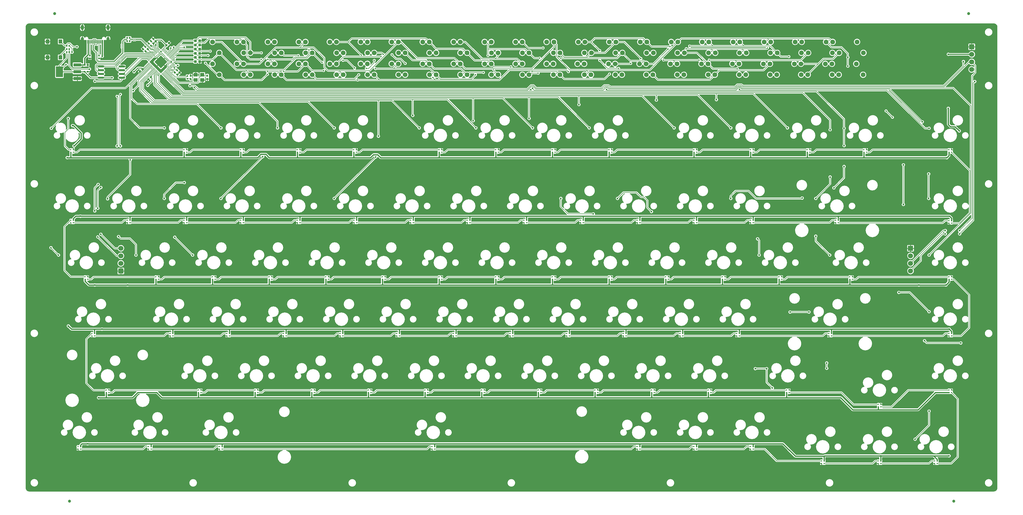
<source format=gtl>
G04 Layer: TopLayer*
G04 EasyEDA Pro v2.2.36.7, 2025-02-27 19:51:26*
G04 Gerber Generator version 0.3*
G04 Scale: 100 percent, Rotated: No, Reflected: No*
G04 Dimensions in millimeters*
G04 Leading zeros omitted, absolute positions, 4 integers and 5 decimals*
G04 Panelize: V-CUT, Column: 1, Row: 1, Board Size: 327.343mm x 158.09mm, Panelized Board Size: 327.343mm x 170.091mm, Panelized Method: Only Board Outline*
%FSLAX45Y45*%
%MOMM*%
%AMRect*21,1,$1,$2,0,0,$3*%
%ADD10C,1.0*%
%ADD11C,0.2032*%
%ADD12C,0.254*%
%ADD13Rect,1.1X0.2X45.0*%
%ADD14Rect,1.1X0.2X135.0*%
%ADD15Rect,1.1X0.2X-135.0*%
%ADD16Rect,1.1X0.2X-45.0*%
%ADD17Rect,3.1046X3.09999X45.0*%
%ADD18Rect,3.09999X3.09999X45.0*%
%ADD19R,2.49999X1.1*%
%ADD20R,2.34X3.59999*%
%ADD21O,2.25001X0.63*%
%ADD22R,1.23X1.35999*%
%ADD23C,1.6*%
%ADD24R,0.80648X0.86401*%
%ADD25Rect,0.79009X0.54X45.0*%
%ADD26Rect,0.79009X0.54X-45.0*%
%ADD27Rect,0.79009X0.54X135.0*%
%ADD28R,0.56566X0.54*%
%ADD29R,0.56566X0.54*%
%ADD30R,0.54X0.79009*%
%ADD31R,1.4X1.2*%
%ADD32R,0.54X0.56566*%
%ADD33R,0.79009X0.54*%
%ADD34R,1.7X1.7*%
%ADD35C,1.7*%
%ADD36R,1.7X1.7*%
%ADD37R,0.54X0.56566*%
%ADD38R,0.6X1.24*%
%ADD39R,0.3X1.24*%
%ADD40O,1.0X2.1*%
%ADD41O,1.0X1.8*%
%ADD42R,0.45001X0.45001*%
%ADD43R,0.45001X0.45001*%
%ADD44C,0.5*%
%ADD45C,0.61*%
%ADD46C,0.127*%
%ADD47C,0.381*%
%ADD48C,0.305*%
G75*


G04 Panelize Start*
G54D10*
G01X360781Y15528341D03*
G01X31094945Y15528341D03*
G01X860781Y-880729D03*
G01X30594945Y-880729D03*
G04 Panelize End*

G04 Copper Start*
G36*
G01X-489473Y-545169D02*
G01X-509301Y-543435D01*
G01X-528527Y-538283D01*
G01X-546566Y-529871D01*
G01X-562870Y-518455D01*
G01X-576944Y-504381D01*
G01X-588361Y-488076D01*
G01X-596772Y-470037D01*
G01X-601924Y-450812D01*
G01X-603659Y-430984D01*
G01X-603659Y-430983D01*
G01X-603659Y-259017D01*
G01X-454614Y-259017D01*
G01X-452942Y-280263D01*
G01X-447967Y-300986D01*
G01X-439811Y-320675D01*
G01X-428676Y-338846D01*
G01X-414835Y-355052D01*
G01X-398629Y-368893D01*
G01X-380458Y-380028D01*
G01X-360769Y-388184D01*
G01X-340046Y-393159D01*
G01X-318800Y-394831D01*
G01X-297554Y-393159D01*
G01X-276831Y-388184D01*
G01X-257142Y-380028D01*
G01X-238971Y-368893D01*
G01X-222765Y-355052D01*
G01X-208924Y-338846D01*
G01X-197789Y-320675D01*
G01X-189633Y-300986D01*
G01X-184658Y-280263D01*
G01X-183222Y-262008D01*
G01X4886186Y-262008D01*
G01X4887858Y-283254D01*
G01X4892834Y-303977D01*
G01X4900989Y-323666D01*
G01X4912124Y-341837D01*
G01X4925965Y-358043D01*
G01X4942171Y-371884D01*
G01X4960342Y-383019D01*
G01X4980031Y-391174D01*
G01X5000754Y-396150D01*
G01X5022000Y-397822D01*
G01X5022000Y-397822D01*
G01X5043246Y-396150D01*
G01X5063969Y-391174D01*
G01X5083658Y-383019D01*
G01X5101829Y-371884D01*
G01X5118035Y-358043D01*
G01X5131876Y-341837D01*
G01X5143011Y-323666D01*
G01X5151167Y-303977D01*
G01X5156142Y-283254D01*
G01X5157814Y-262008D01*
G01X10236186Y-262008D01*
G01X10237858Y-283254D01*
G01X10242833Y-303977D01*
G01X10250989Y-323666D01*
G01X10262124Y-341837D01*
G01X10275965Y-358043D01*
G01X10292171Y-371884D01*
G01X10310342Y-383019D01*
G01X10330031Y-391174D01*
G01X10350754Y-396150D01*
G01X10372000Y-397822D01*
G01X10393246Y-396150D01*
G01X10413969Y-391174D01*
G01X10433658Y-383019D01*
G01X10451829Y-371884D01*
G01X10468035Y-358043D01*
G01X10481876Y-341837D01*
G01X10493011Y-323666D01*
G01X10501167Y-303977D01*
G01X10506142Y-283254D01*
G01X10507814Y-262008D01*
G01X10507814Y-262008D01*
G01X15586186Y-262008D01*
G01X15587858Y-283254D01*
G01X15592833Y-303977D01*
G01X15600989Y-323666D01*
G01X15612124Y-341837D01*
G01X15625965Y-358043D01*
G01X15642171Y-371884D01*
G01X15660342Y-383019D01*
G01X15680031Y-391174D01*
G01X15700754Y-396150D01*
G01X15722000Y-397822D01*
G01X15743246Y-396150D01*
G01X15763969Y-391174D01*
G01X15783658Y-383019D01*
G01X15801829Y-371884D01*
G01X15818035Y-358043D01*
G01X15831876Y-341837D01*
G01X15843011Y-323666D01*
G01X15851167Y-303977D01*
G01X15856142Y-283254D01*
G01X15857814Y-262008D01*
G01X15857814Y-262008D01*
G01X20936186Y-262008D01*
G01X20937858Y-283254D01*
G01X20942833Y-303977D01*
G01X20950989Y-323666D01*
G01X20962124Y-341837D01*
G01X20975965Y-358043D01*
G01X20992171Y-371884D01*
G01X21010342Y-383019D01*
G01X21030031Y-391174D01*
G01X21050754Y-396150D01*
G01X21072000Y-397822D01*
G01X21072000Y-397822D01*
G01X21093246Y-396150D01*
G01X21113969Y-391174D01*
G01X21133658Y-383019D01*
G01X21151829Y-371884D01*
G01X21168035Y-358043D01*
G01X21181876Y-341837D01*
G01X21193011Y-323666D01*
G01X21201167Y-303977D01*
G01X21206142Y-283254D01*
G01X21207814Y-262008D01*
G01X21207814Y-262008D01*
G01X26286086Y-262008D01*
G01X26287758Y-283254D01*
G01X26292733Y-303977D01*
G01X26300889Y-323666D01*
G01X26312024Y-341837D01*
G01X26325865Y-358043D01*
G01X26342071Y-371884D01*
G01X26360242Y-383019D01*
G01X26379931Y-391174D01*
G01X26400654Y-396150D01*
G01X26421900Y-397822D01*
G01X26421900Y-397822D01*
G01X26443146Y-396150D01*
G01X26463869Y-391174D01*
G01X26483558Y-383019D01*
G01X26501729Y-371884D01*
G01X26517935Y-358043D01*
G01X26531776Y-341837D01*
G01X26542911Y-323666D01*
G01X26551067Y-303977D01*
G01X26556042Y-283254D01*
G01X26557714Y-262008D01*
G01X26557714Y-262008D01*
G01X31636086Y-262008D01*
G01X31637758Y-283254D01*
G01X31642733Y-303977D01*
G01X31650889Y-323666D01*
G01X31662024Y-341837D01*
G01X31675865Y-358043D01*
G01X31692071Y-371884D01*
G01X31710242Y-383019D01*
G01X31729931Y-391174D01*
G01X31750654Y-396150D01*
G01X31771900Y-397822D01*
G01X31771900Y-397822D01*
G01X31793146Y-396150D01*
G01X31813869Y-391174D01*
G01X31833558Y-383019D01*
G01X31851729Y-371884D01*
G01X31867935Y-358043D01*
G01X31881776Y-341837D01*
G01X31892911Y-323666D01*
G01X31901066Y-303977D01*
G01X31906042Y-283254D01*
G01X31907714Y-262008D01*
G01X31906042Y-240762D01*
G01X31901066Y-220039D01*
G01X31892911Y-200350D01*
G01X31881776Y-182179D01*
G01X31867935Y-165973D01*
G01X31851729Y-152132D01*
G01X31833558Y-140997D01*
G01X31813869Y-132841D01*
G01X31793146Y-127866D01*
G01X31771900Y-126194D01*
G01X31750654Y-127866D01*
G01X31729931Y-132841D01*
G01X31710242Y-140997D01*
G01X31692071Y-152132D01*
G01X31675865Y-165973D01*
G01X31662024Y-182179D01*
G01X31650889Y-200350D01*
G01X31642733Y-220039D01*
G01X31637758Y-240762D01*
G01X31636086Y-262008D01*
G01X26557714Y-262008D01*
G01X26556042Y-240762D01*
G01X26551067Y-220039D01*
G01X26542911Y-200350D01*
G01X26531776Y-182179D01*
G01X26517935Y-165973D01*
G01X26501729Y-152132D01*
G01X26483558Y-140997D01*
G01X26463869Y-132841D01*
G01X26443146Y-127866D01*
G01X26421900Y-126194D01*
G01X26400654Y-127866D01*
G01X26379931Y-132841D01*
G01X26360242Y-140997D01*
G01X26342071Y-152132D01*
G01X26325865Y-165973D01*
G01X26312024Y-182179D01*
G01X26300889Y-200350D01*
G01X26292733Y-220039D01*
G01X26287758Y-240762D01*
G01X26286086Y-262008D01*
G01X21207814Y-262008D01*
G01X21206142Y-240762D01*
G01X21201167Y-220039D01*
G01X21193011Y-200350D01*
G01X21181876Y-182179D01*
G01X21168035Y-165973D01*
G01X21151829Y-152132D01*
G01X21133658Y-140997D01*
G01X21113969Y-132841D01*
G01X21093246Y-127866D01*
G01X21072000Y-126194D01*
G01X21050754Y-127866D01*
G01X21030031Y-132841D01*
G01X21010342Y-140997D01*
G01X20992171Y-152132D01*
G01X20975965Y-165973D01*
G01X20962124Y-182179D01*
G01X20950989Y-200350D01*
G01X20942833Y-220039D01*
G01X20937858Y-240762D01*
G01X20936186Y-262008D01*
G01X15857814Y-262008D01*
G01X15856142Y-240762D01*
G01X15851167Y-220039D01*
G01X15843011Y-200350D01*
G01X15831876Y-182179D01*
G01X15818035Y-165973D01*
G01X15801829Y-152132D01*
G01X15783658Y-140997D01*
G01X15763969Y-132841D01*
G01X15743246Y-127866D01*
G01X15722000Y-126194D01*
G01X15700754Y-127866D01*
G01X15680031Y-132841D01*
G01X15660342Y-140997D01*
G01X15642171Y-152132D01*
G01X15625965Y-165973D01*
G01X15612124Y-182179D01*
G01X15600989Y-200350D01*
G01X15592833Y-220039D01*
G01X15587858Y-240762D01*
G01X15586186Y-262008D01*
G01X15586186Y-262008D01*
G01X10507814Y-262008D01*
G01X10506142Y-240762D01*
G01X10501167Y-220039D01*
G01X10493011Y-200350D01*
G01X10481876Y-182179D01*
G01X10468035Y-165973D01*
G01X10451829Y-152132D01*
G01X10433658Y-140997D01*
G01X10413969Y-132841D01*
G01X10393246Y-127866D01*
G01X10372000Y-126194D01*
G01X10350754Y-127866D01*
G01X10330031Y-132841D01*
G01X10310342Y-140997D01*
G01X10292171Y-152132D01*
G01X10275965Y-165973D01*
G01X10262124Y-182179D01*
G01X10250989Y-200350D01*
G01X10242833Y-220039D01*
G01X10237858Y-240762D01*
G01X10236186Y-262008D01*
G01X10236186Y-262008D01*
G01X5157814Y-262008D01*
G01X5157814Y-262008D01*
G01X5156142Y-240762D01*
G01X5151167Y-220039D01*
G01X5143011Y-200350D01*
G01X5131876Y-182179D01*
G01X5118035Y-165973D01*
G01X5101829Y-152132D01*
G01X5083658Y-140997D01*
G01X5063969Y-132841D01*
G01X5043246Y-127866D01*
G01X5022000Y-126194D01*
G01X5000754Y-127866D01*
G01X4980031Y-132841D01*
G01X4960342Y-140997D01*
G01X4942171Y-152132D01*
G01X4925965Y-165973D01*
G01X4912124Y-182179D01*
G01X4900989Y-200350D01*
G01X4892834Y-220039D01*
G01X4887858Y-240762D01*
G01X4886186Y-262008D01*
G01X-183222Y-262008D01*
G01X-182986Y-259017D01*
G01X-184658Y-237771D01*
G01X-189633Y-217048D01*
G01X-197789Y-197359D01*
G01X-208924Y-179188D01*
G01X-222765Y-162982D01*
G01X-238971Y-149141D01*
G01X-257142Y-138006D01*
G01X-276831Y-129850D01*
G01X-297554Y-124875D01*
G01X-318800Y-123203D01*
G01X-340046Y-124875D01*
G01X-360769Y-129850D01*
G01X-380458Y-138006D01*
G01X-398629Y-149141D01*
G01X-414835Y-162982D01*
G01X-428676Y-179188D01*
G01X-439811Y-197359D01*
G01X-447967Y-217048D01*
G01X-452942Y-237771D01*
G01X-454614Y-259017D01*
G01X-454614Y-259017D01*
G01X-603659Y-259017D01*
G01X-603659Y1434598D01*
G01X566094Y1434598D01*
G01X567930Y1413603D01*
G01X573385Y1393246D01*
G01X582292Y1374146D01*
G01X594380Y1356883D01*
G01X609282Y1341980D01*
G01X626546Y1329892D01*
G01X645646Y1320985D01*
G01X666003Y1315531D01*
G01X686998Y1313694D01*
G01X707992Y1315531D01*
G01X728349Y1320985D01*
G01X747450Y1329892D01*
G01X764713Y1341980D01*
G01X779615Y1356883D01*
G01X791704Y1374146D01*
G01X800610Y1393246D01*
G01X806065Y1413603D01*
G01X807902Y1434598D01*
G01X807862Y1435100D01*
G01X958494Y1435100D01*
G01X960512Y1404320D01*
G01X966530Y1374067D01*
G01X976445Y1344858D01*
G01X990087Y1317193D01*
G01X1007224Y1291546D01*
G01X1027563Y1268355D01*
G01X1050754Y1248016D01*
G01X1076401Y1230879D01*
G01X1104066Y1217237D01*
G01X1133275Y1207322D01*
G01X1163528Y1201304D01*
G01X1194308Y1199286D01*
G01X1194308Y1199286D01*
G01X1225088Y1201304D01*
G01X1255341Y1207322D01*
G01X1284550Y1217237D01*
G01X1312215Y1230879D01*
G01X1337862Y1248016D01*
G01X1361053Y1268355D01*
G01X1381392Y1291546D01*
G01X1398529Y1317193D01*
G01X1412171Y1344858D01*
G01X1422086Y1374067D01*
G01X1428104Y1404320D01*
G01X1430089Y1434598D01*
G01X1582094Y1434598D01*
G01X1583930Y1413603D01*
G01X1589385Y1393246D01*
G01X1598292Y1374146D01*
G01X1610380Y1356883D01*
G01X1625282Y1341980D01*
G01X1642546Y1329892D01*
G01X1661646Y1320985D01*
G01X1682003Y1315531D01*
G01X1702998Y1313694D01*
G01X1702998Y1313694D01*
G01X1723992Y1315531D01*
G01X1744349Y1320985D01*
G01X1763450Y1329892D01*
G01X1780713Y1341980D01*
G01X1795615Y1356883D01*
G01X1807704Y1374146D01*
G01X1816610Y1393246D01*
G01X1822065Y1413603D01*
G01X1823902Y1434598D01*
G01X1823867Y1434997D01*
G01X2942089Y1434997D01*
G01X2943926Y1414002D01*
G01X2949380Y1393646D01*
G01X2958287Y1374545D01*
G01X2970375Y1357282D01*
G01X2985277Y1342379D01*
G01X3002541Y1330291D01*
G01X3021641Y1321385D01*
G01X3041998Y1315930D01*
G01X3062993Y1314093D01*
G01X3062993Y1314093D01*
G01X3083988Y1315930D01*
G01X3104344Y1321385D01*
G01X3123445Y1330291D01*
G01X3140708Y1342379D01*
G01X3155611Y1357282D01*
G01X3167699Y1374545D01*
G01X3176605Y1393646D01*
G01X3182060Y1414002D01*
G01X3183897Y1434997D01*
G01X3183889Y1435100D01*
G01X3333394Y1435100D01*
G01X3335412Y1404320D01*
G01X3341430Y1374067D01*
G01X3351345Y1344858D01*
G01X3364987Y1317193D01*
G01X3382124Y1291546D01*
G01X3402463Y1268355D01*
G01X3425654Y1248016D01*
G01X3451301Y1230879D01*
G01X3478966Y1217237D01*
G01X3508175Y1207322D01*
G01X3538428Y1201304D01*
G01X3569208Y1199286D01*
G01X3569208Y1199286D01*
G01X3599988Y1201304D01*
G01X3630241Y1207322D01*
G01X3659450Y1217237D01*
G01X3687115Y1230879D01*
G01X3712762Y1248016D01*
G01X3735953Y1268355D01*
G01X3756292Y1291546D01*
G01X3773429Y1317193D01*
G01X3787071Y1344858D01*
G01X3796986Y1374067D01*
G01X3803004Y1404320D01*
G01X3805015Y1434997D01*
G01X3958089Y1434997D01*
G01X3959926Y1414002D01*
G01X3965380Y1393646D01*
G01X3974287Y1374545D01*
G01X3986375Y1357282D01*
G01X4001277Y1342379D01*
G01X4018541Y1330291D01*
G01X4037641Y1321385D01*
G01X4057998Y1315930D01*
G01X4078993Y1314093D01*
G01X4099988Y1315930D01*
G01X4120344Y1321385D01*
G01X4139445Y1330291D01*
G01X4156708Y1342379D01*
G01X4171611Y1357282D01*
G01X4183699Y1374545D01*
G01X4192605Y1393646D01*
G01X4198060Y1414002D01*
G01X4199897Y1434997D01*
G01X5329084Y1434997D01*
G01X5330921Y1414002D01*
G01X5336375Y1393646D01*
G01X5345282Y1374545D01*
G01X5357370Y1357282D01*
G01X5372272Y1342379D01*
G01X5389536Y1330291D01*
G01X5408636Y1321385D01*
G01X5428993Y1315930D01*
G01X5449988Y1314093D01*
G01X5470983Y1315930D01*
G01X5491340Y1321385D01*
G01X5510440Y1330291D01*
G01X5527704Y1342379D01*
G01X5542606Y1357282D01*
G01X5554694Y1374545D01*
G01X5563601Y1393646D01*
G01X5569055Y1414002D01*
G01X5570892Y1434997D01*
G01X5570884Y1435100D01*
G01X5720994Y1435100D01*
G01X5723012Y1404320D01*
G01X5729030Y1374067D01*
G01X5738945Y1344858D01*
G01X5752587Y1317193D01*
G01X5769724Y1291546D01*
G01X5790063Y1268355D01*
G01X5813254Y1248016D01*
G01X5838901Y1230879D01*
G01X5866566Y1217237D01*
G01X5895775Y1207322D01*
G01X5926028Y1201304D01*
G01X5956808Y1199286D01*
G01X5987588Y1201304D01*
G01X6017841Y1207322D01*
G01X6047050Y1217237D01*
G01X6074715Y1230879D01*
G01X6100362Y1248016D01*
G01X6123553Y1268355D01*
G01X6143892Y1291546D01*
G01X6161029Y1317193D01*
G01X6174671Y1344858D01*
G01X6184586Y1374067D01*
G01X6190604Y1404320D01*
G01X6192615Y1434997D01*
G01X6345084Y1434997D01*
G01X6346921Y1414002D01*
G01X6352375Y1393646D01*
G01X6361282Y1374545D01*
G01X6373370Y1357282D01*
G01X6388272Y1342379D01*
G01X6405536Y1330291D01*
G01X6424636Y1321385D01*
G01X6444993Y1315930D01*
G01X6465988Y1314093D01*
G01X6486983Y1315930D01*
G01X6507340Y1321385D01*
G01X6526440Y1330291D01*
G01X6543704Y1342379D01*
G01X6558606Y1357282D01*
G01X6570694Y1374545D01*
G01X6579601Y1393646D01*
G01X6585055Y1414002D01*
G01X6586892Y1434997D01*
G01X12468070Y1434997D01*
G01X12469907Y1414002D01*
G01X12475361Y1393646D01*
G01X12484268Y1374545D01*
G01X12496356Y1357282D01*
G01X12511258Y1342379D01*
G01X12528522Y1330291D01*
G01X12547622Y1321385D01*
G01X12567979Y1315930D01*
G01X12588974Y1314093D01*
G01X12609969Y1315930D01*
G01X12630325Y1321385D01*
G01X12649426Y1330291D01*
G01X12666689Y1342379D01*
G01X12681592Y1357282D01*
G01X12693680Y1374545D01*
G01X12702586Y1393646D01*
G01X12708041Y1414002D01*
G01X12709878Y1434997D01*
G01X12709870Y1435100D01*
G01X12861432Y1435100D01*
G01X12863450Y1404320D01*
G01X12869467Y1374067D01*
G01X12879382Y1344858D01*
G01X12893025Y1317193D01*
G01X12910162Y1291546D01*
G01X12930500Y1268355D01*
G01X12953692Y1248016D01*
G01X12979339Y1230879D01*
G01X13007004Y1217237D01*
G01X13036213Y1207322D01*
G01X13066466Y1201304D01*
G01X13097246Y1199286D01*
G01X13097246Y1199286D01*
G01X13128026Y1201304D01*
G01X13158279Y1207322D01*
G01X13187488Y1217237D01*
G01X13215153Y1230879D01*
G01X13240800Y1248016D01*
G01X13263991Y1268355D01*
G01X13284329Y1291546D01*
G01X13301466Y1317193D01*
G01X13315109Y1344858D01*
G01X13325024Y1374067D01*
G01X13331042Y1404320D01*
G01X13333053Y1434997D01*
G01X13484070Y1434997D01*
G01X13485907Y1414002D01*
G01X13491361Y1393646D01*
G01X13500268Y1374545D01*
G01X13512356Y1357282D01*
G01X13527258Y1342379D01*
G01X13544522Y1330291D01*
G01X13563622Y1321385D01*
G01X13583979Y1315930D01*
G01X13604974Y1314093D01*
G01X13604974Y1314093D01*
G01X13625969Y1315930D01*
G01X13646325Y1321385D01*
G01X13665426Y1330291D01*
G01X13682689Y1342379D01*
G01X13697592Y1357282D01*
G01X13709680Y1374545D01*
G01X13718586Y1393646D01*
G01X13724041Y1414002D01*
G01X13725878Y1434997D01*
G01X13725869Y1435100D01*
G01X19373596Y1435100D01*
G01X19375433Y1414105D01*
G01X19380887Y1393748D01*
G01X19389794Y1374648D01*
G01X19401882Y1357384D01*
G01X19416784Y1342482D01*
G01X19434048Y1330394D01*
G01X19453148Y1321487D01*
G01X19473505Y1316033D01*
G01X19494500Y1314196D01*
G01X19515495Y1316033D01*
G01X19535852Y1321487D01*
G01X19554952Y1330394D01*
G01X19572216Y1342482D01*
G01X19587118Y1357384D01*
G01X19599206Y1374648D01*
G01X19608113Y1393748D01*
G01X19613567Y1414105D01*
G01X19615404Y1435100D01*
G01X19767194Y1435100D01*
G01X19769212Y1404320D01*
G01X19775230Y1374067D01*
G01X19785145Y1344858D01*
G01X19798787Y1317193D01*
G01X19815924Y1291546D01*
G01X19836263Y1268355D01*
G01X19859454Y1248016D01*
G01X19885101Y1230879D01*
G01X19912766Y1217237D01*
G01X19941975Y1207322D01*
G01X19972228Y1201304D01*
G01X20003008Y1199286D01*
G01X20033788Y1201304D01*
G01X20064041Y1207322D01*
G01X20093250Y1217237D01*
G01X20120915Y1230879D01*
G01X20146562Y1248016D01*
G01X20169753Y1268355D01*
G01X20190092Y1291546D01*
G01X20207229Y1317193D01*
G01X20220871Y1344858D01*
G01X20230786Y1374067D01*
G01X20236804Y1404320D01*
G01X20238822Y1435100D01*
G01X20389596Y1435100D01*
G01X20391433Y1414105D01*
G01X20396887Y1393748D01*
G01X20405794Y1374648D01*
G01X20417882Y1357384D01*
G01X20432784Y1342482D01*
G01X20450048Y1330394D01*
G01X20469148Y1321487D01*
G01X20489505Y1316033D01*
G01X20510500Y1314196D01*
G01X20531495Y1316033D01*
G01X20551852Y1321487D01*
G01X20570952Y1330394D01*
G01X20588216Y1342482D01*
G01X20603118Y1357384D01*
G01X20615206Y1374648D01*
G01X20624113Y1393748D01*
G01X20629567Y1414105D01*
G01X20631404Y1435100D01*
G01X21278596Y1435100D01*
G01X21280433Y1414105D01*
G01X21285887Y1393748D01*
G01X21294794Y1374648D01*
G01X21306882Y1357384D01*
G01X21321784Y1342482D01*
G01X21339048Y1330394D01*
G01X21358148Y1321487D01*
G01X21378505Y1316033D01*
G01X21399500Y1314196D01*
G01X21420495Y1316033D01*
G01X21440852Y1321487D01*
G01X21459952Y1330394D01*
G01X21477216Y1342482D01*
G01X21492118Y1357384D01*
G01X21504206Y1374648D01*
G01X21513113Y1393748D01*
G01X21518567Y1414105D01*
G01X21520404Y1435100D01*
G01X21672194Y1435100D01*
G01X21674212Y1404320D01*
G01X21680230Y1374067D01*
G01X21690145Y1344858D01*
G01X21703787Y1317193D01*
G01X21720924Y1291546D01*
G01X21741263Y1268355D01*
G01X21764454Y1248016D01*
G01X21790101Y1230879D01*
G01X21817766Y1217237D01*
G01X21846975Y1207322D01*
G01X21877228Y1201304D01*
G01X21908008Y1199286D01*
G01X21938788Y1201304D01*
G01X21969041Y1207322D01*
G01X21998250Y1217237D01*
G01X22025915Y1230879D01*
G01X22051562Y1248016D01*
G01X22074753Y1268355D01*
G01X22095092Y1291546D01*
G01X22112229Y1317193D01*
G01X22125871Y1344858D01*
G01X22135786Y1374067D01*
G01X22141804Y1404320D01*
G01X22143822Y1435100D01*
G01X22294596Y1435100D01*
G01X22296433Y1414105D01*
G01X22301887Y1393748D01*
G01X22310794Y1374648D01*
G01X22322882Y1357384D01*
G01X22337784Y1342482D01*
G01X22355048Y1330394D01*
G01X22374148Y1321487D01*
G01X22394505Y1316033D01*
G01X22415500Y1314196D01*
G01X22415500Y1314196D01*
G01X22436495Y1316033D01*
G01X22456852Y1321487D01*
G01X22475952Y1330394D01*
G01X22493216Y1342482D01*
G01X22508118Y1357384D01*
G01X22520206Y1374648D01*
G01X22529113Y1393748D01*
G01X22534567Y1414105D01*
G01X22536404Y1435100D01*
G01X23183596Y1435100D01*
G01X23185433Y1414105D01*
G01X23190887Y1393748D01*
G01X23199794Y1374648D01*
G01X23211882Y1357384D01*
G01X23226784Y1342482D01*
G01X23244048Y1330394D01*
G01X23263148Y1321487D01*
G01X23283505Y1316033D01*
G01X23304500Y1314196D01*
G01X23325495Y1316033D01*
G01X23345852Y1321487D01*
G01X23364952Y1330394D01*
G01X23382216Y1342482D01*
G01X23397118Y1357384D01*
G01X23409206Y1374648D01*
G01X23418113Y1393748D01*
G01X23423567Y1414105D01*
G01X23425404Y1435100D01*
G01X23577194Y1435100D01*
G01X23579212Y1404320D01*
G01X23585230Y1374067D01*
G01X23595145Y1344858D01*
G01X23608787Y1317193D01*
G01X23625924Y1291546D01*
G01X23646263Y1268355D01*
G01X23669454Y1248016D01*
G01X23695101Y1230879D01*
G01X23722766Y1217237D01*
G01X23751975Y1207322D01*
G01X23782228Y1201304D01*
G01X23813008Y1199286D01*
G01X23813008Y1199286D01*
G01X23843788Y1201304D01*
G01X23874041Y1207322D01*
G01X23903250Y1217237D01*
G01X23930915Y1230879D01*
G01X23956562Y1248016D01*
G01X23979753Y1268355D01*
G01X24000092Y1291546D01*
G01X24017229Y1317193D01*
G01X24030871Y1344858D01*
G01X24040786Y1374067D01*
G01X24046804Y1404320D01*
G01X24048822Y1435100D01*
G01X24199596Y1435100D01*
G01X24201433Y1414105D01*
G01X24206887Y1393748D01*
G01X24215794Y1374648D01*
G01X24227882Y1357384D01*
G01X24242784Y1342482D01*
G01X24260048Y1330394D01*
G01X24279148Y1321487D01*
G01X24299505Y1316033D01*
G01X24320500Y1314196D01*
G01X24320500Y1314196D01*
G01X24341495Y1316033D01*
G01X24361852Y1321487D01*
G01X24380952Y1330394D01*
G01X24398216Y1342482D01*
G01X24413118Y1357384D01*
G01X24425206Y1374648D01*
G01X24434113Y1393748D01*
G01X24439567Y1414105D01*
G01X24441404Y1435100D01*
G01X24439567Y1456095D01*
G01X24438387Y1460500D01*
G01X26261953Y1460500D01*
G01X26263844Y1434056D01*
G01X26269480Y1408150D01*
G01X26278745Y1383310D01*
G01X26291450Y1360042D01*
G01X26307338Y1338818D01*
G01X26326085Y1320071D01*
G01X26347308Y1304184D01*
G01X26370577Y1291478D01*
G01X26395417Y1282213D01*
G01X26421323Y1276578D01*
G01X26447767Y1274686D01*
G01X26474211Y1276578D01*
G01X26500117Y1282213D01*
G01X26524957Y1291478D01*
G01X26548225Y1304184D01*
G01X26569449Y1320071D01*
G01X26588195Y1338818D01*
G01X26604083Y1360042D01*
G01X26616789Y1383310D01*
G01X26626054Y1408150D01*
G01X26631689Y1434056D01*
G01X26633580Y1460500D01*
G01X26633580Y1460500D01*
G01X28167170Y1460500D01*
G01X28169061Y1434056D01*
G01X28174697Y1408150D01*
G01X28183962Y1383310D01*
G01X28196667Y1360042D01*
G01X28212555Y1338818D01*
G01X28231302Y1320071D01*
G01X28252525Y1304184D01*
G01X28275794Y1291478D01*
G01X28300634Y1282213D01*
G01X28326540Y1276578D01*
G01X28352984Y1274686D01*
G01X28379428Y1276578D01*
G01X28405333Y1282213D01*
G01X28430173Y1291478D01*
G01X28453442Y1304184D01*
G01X28474666Y1320071D01*
G01X28493412Y1338818D01*
G01X28509300Y1360042D01*
G01X28522006Y1383310D01*
G01X28531271Y1408150D01*
G01X28536906Y1434056D01*
G01X28538797Y1460500D01*
G01X28536906Y1486944D01*
G01X28531271Y1512850D01*
G01X28522006Y1537690D01*
G01X28509300Y1560958D01*
G01X28493412Y1582182D01*
G01X28474666Y1600929D01*
G01X28453442Y1616816D01*
G01X28430173Y1629522D01*
G01X28405333Y1638787D01*
G01X28379428Y1644422D01*
G01X28352984Y1646314D01*
G01X28326540Y1644422D01*
G01X28300634Y1638787D01*
G01X28275794Y1629522D01*
G01X28252525Y1616816D01*
G01X28231302Y1600929D01*
G01X28212555Y1582182D01*
G01X28196667Y1560958D01*
G01X28183962Y1537690D01*
G01X28174697Y1512850D01*
G01X28169061Y1486944D01*
G01X28167170Y1460500D01*
G01X28167170Y1460500D01*
G01X26633580Y1460500D01*
G01X26631689Y1486944D01*
G01X26626054Y1512850D01*
G01X26616789Y1537690D01*
G01X26604083Y1560958D01*
G01X26588195Y1582182D01*
G01X26569449Y1600929D01*
G01X26548225Y1616816D01*
G01X26524957Y1629522D01*
G01X26500117Y1638787D01*
G01X26474211Y1644422D01*
G01X26447767Y1646314D01*
G01X26421323Y1644422D01*
G01X26395417Y1638787D01*
G01X26370577Y1629522D01*
G01X26347308Y1616816D01*
G01X26326085Y1600929D01*
G01X26307338Y1582182D01*
G01X26291450Y1560958D01*
G01X26278745Y1537690D01*
G01X26269480Y1512850D01*
G01X26263844Y1486944D01*
G01X26261953Y1460500D01*
G01X26261953Y1460500D01*
G01X24438387Y1460500D01*
G01X24434113Y1476452D01*
G01X24425206Y1495552D01*
G01X24413118Y1512816D01*
G01X24398216Y1527718D01*
G01X24380952Y1539806D01*
G01X24361852Y1548713D01*
G01X24341495Y1554167D01*
G01X24320500Y1556004D01*
G01X24299505Y1554167D01*
G01X24279148Y1548713D01*
G01X24260048Y1539806D01*
G01X24242784Y1527718D01*
G01X24227882Y1512816D01*
G01X24215794Y1495552D01*
G01X24206887Y1476452D01*
G01X24201433Y1456095D01*
G01X24199596Y1435100D01*
G01X24048822Y1435100D01*
G01X24046804Y1465880D01*
G01X24040786Y1496133D01*
G01X24030871Y1525342D01*
G01X24017229Y1553007D01*
G01X24000092Y1578654D01*
G01X23979753Y1601845D01*
G01X23956562Y1622184D01*
G01X23930915Y1639321D01*
G01X23903250Y1652963D01*
G01X23874041Y1662878D01*
G01X23843788Y1668896D01*
G01X23813008Y1670914D01*
G01X23782228Y1668896D01*
G01X23751975Y1662878D01*
G01X23722766Y1652963D01*
G01X23695101Y1639321D01*
G01X23669454Y1622184D01*
G01X23646263Y1601845D01*
G01X23625924Y1578654D01*
G01X23608787Y1553007D01*
G01X23595145Y1525342D01*
G01X23585230Y1496133D01*
G01X23579212Y1465880D01*
G01X23577194Y1435100D01*
G01X23425404Y1435100D01*
G01X23423942Y1453844D01*
G01X23419592Y1472135D01*
G01X23412459Y1489531D01*
G01X23402715Y1505610D01*
G01X23402715Y1505610D01*
G01X23417315Y1503868D01*
G01X23432008Y1503286D01*
G01X23458452Y1505178D01*
G01X23484358Y1510813D01*
G01X23509198Y1520078D01*
G01X23532466Y1532784D01*
G01X23553690Y1548671D01*
G01X23572437Y1567418D01*
G01X23588324Y1588642D01*
G01X23601030Y1611910D01*
G01X23610295Y1636750D01*
G01X23615930Y1662656D01*
G01X23617822Y1689100D01*
G01X23615930Y1715544D01*
G01X23610295Y1741450D01*
G01X23601030Y1766290D01*
G01X23588324Y1789558D01*
G01X23572437Y1810782D01*
G01X23553690Y1829529D01*
G01X23532466Y1845416D01*
G01X23509198Y1858122D01*
G01X23484358Y1867387D01*
G01X23458452Y1873022D01*
G01X23432008Y1874914D01*
G01X23405564Y1873022D01*
G01X23379658Y1867387D01*
G01X23354818Y1858122D01*
G01X23331550Y1845416D01*
G01X23310326Y1829529D01*
G01X23291579Y1810782D01*
G01X23275692Y1789558D01*
G01X23262986Y1766290D01*
G01X23253721Y1741450D01*
G01X23248086Y1715544D01*
G01X23246194Y1689100D01*
G01X23247838Y1664441D01*
G01X23252739Y1640218D01*
G01X23260812Y1616859D01*
G01X23271913Y1594779D01*
G01X23285847Y1574367D01*
G01X23302366Y1555985D01*
G01X23302366Y1555985D01*
G01X23281639Y1553823D01*
G01X23261592Y1548134D01*
G01X23242820Y1539087D01*
G01X23225880Y1526951D01*
G01X23211275Y1512086D01*
G01X23199440Y1494935D01*
G01X23190726Y1476006D01*
G01X23185392Y1455861D01*
G01X23183596Y1435100D01*
G01X23183596Y1435100D01*
G01X22536404Y1435100D01*
G01X22534567Y1456095D01*
G01X22529113Y1476452D01*
G01X22520206Y1495552D01*
G01X22508118Y1512816D01*
G01X22493216Y1527718D01*
G01X22475952Y1539806D01*
G01X22456852Y1548713D01*
G01X22436495Y1554167D01*
G01X22415500Y1556004D01*
G01X22394505Y1554167D01*
G01X22374148Y1548713D01*
G01X22355048Y1539806D01*
G01X22337784Y1527718D01*
G01X22322882Y1512816D01*
G01X22310794Y1495552D01*
G01X22301887Y1476452D01*
G01X22296433Y1456095D01*
G01X22294596Y1435100D01*
G01X22143822Y1435100D01*
G01X22141804Y1465880D01*
G01X22135786Y1496133D01*
G01X22125871Y1525342D01*
G01X22112229Y1553007D01*
G01X22095092Y1578654D01*
G01X22074753Y1601845D01*
G01X22051562Y1622184D01*
G01X22025915Y1639321D01*
G01X21998250Y1652963D01*
G01X21969041Y1662878D01*
G01X21938788Y1668896D01*
G01X21908008Y1670914D01*
G01X21877228Y1668896D01*
G01X21846975Y1662878D01*
G01X21817766Y1652963D01*
G01X21790101Y1639321D01*
G01X21764454Y1622184D01*
G01X21741263Y1601845D01*
G01X21720924Y1578654D01*
G01X21703787Y1553007D01*
G01X21690145Y1525342D01*
G01X21680230Y1496133D01*
G01X21674212Y1465880D01*
G01X21672194Y1435100D01*
G01X21672194Y1435100D01*
G01X21520404Y1435100D01*
G01X21518942Y1453844D01*
G01X21514592Y1472135D01*
G01X21507459Y1489531D01*
G01X21497715Y1505610D01*
G01X21497715Y1505610D01*
G01X21512315Y1503868D01*
G01X21527008Y1503286D01*
G01X21553452Y1505178D01*
G01X21579358Y1510813D01*
G01X21604198Y1520078D01*
G01X21627466Y1532784D01*
G01X21648690Y1548671D01*
G01X21667437Y1567418D01*
G01X21683324Y1588642D01*
G01X21696030Y1611910D01*
G01X21705295Y1636750D01*
G01X21710930Y1662656D01*
G01X21712822Y1689100D01*
G01X21710930Y1715544D01*
G01X21705295Y1741450D01*
G01X21696030Y1766290D01*
G01X21683324Y1789558D01*
G01X21667437Y1810782D01*
G01X21648690Y1829529D01*
G01X21627466Y1845416D01*
G01X21604198Y1858122D01*
G01X21579358Y1867387D01*
G01X21553452Y1873022D01*
G01X21527008Y1874914D01*
G01X21500564Y1873022D01*
G01X21474658Y1867387D01*
G01X21449818Y1858122D01*
G01X21426550Y1845416D01*
G01X21405326Y1829529D01*
G01X21386579Y1810782D01*
G01X21370692Y1789558D01*
G01X21357986Y1766290D01*
G01X21348721Y1741450D01*
G01X21343086Y1715544D01*
G01X21341194Y1689100D01*
G01X21342838Y1664441D01*
G01X21347739Y1640218D01*
G01X21355812Y1616859D01*
G01X21366913Y1594779D01*
G01X21380847Y1574367D01*
G01X21397366Y1555985D01*
G01X21397366Y1555985D01*
G01X21376639Y1553823D01*
G01X21356592Y1548134D01*
G01X21337820Y1539087D01*
G01X21320880Y1526951D01*
G01X21306275Y1512086D01*
G01X21294440Y1494935D01*
G01X21285726Y1476006D01*
G01X21280392Y1455861D01*
G01X21278596Y1435100D01*
G01X21278596Y1435100D01*
G01X20631404Y1435100D01*
G01X20629567Y1456095D01*
G01X20624113Y1476452D01*
G01X20615206Y1495552D01*
G01X20603118Y1512816D01*
G01X20588216Y1527718D01*
G01X20570952Y1539806D01*
G01X20551852Y1548713D01*
G01X20531495Y1554167D01*
G01X20510500Y1556004D01*
G01X20489505Y1554167D01*
G01X20469148Y1548713D01*
G01X20450048Y1539806D01*
G01X20432784Y1527718D01*
G01X20417882Y1512816D01*
G01X20405794Y1495552D01*
G01X20396887Y1476452D01*
G01X20391433Y1456095D01*
G01X20389596Y1435100D01*
G01X20389596Y1435100D01*
G01X20238822Y1435100D01*
G01X20236804Y1465880D01*
G01X20230786Y1496133D01*
G01X20220871Y1525342D01*
G01X20207229Y1553007D01*
G01X20190092Y1578654D01*
G01X20169753Y1601845D01*
G01X20146562Y1622184D01*
G01X20120915Y1639321D01*
G01X20093250Y1652963D01*
G01X20064041Y1662878D01*
G01X20033788Y1668896D01*
G01X20003008Y1670914D01*
G01X19972228Y1668896D01*
G01X19941975Y1662878D01*
G01X19912766Y1652963D01*
G01X19885101Y1639321D01*
G01X19859454Y1622184D01*
G01X19836263Y1601845D01*
G01X19815924Y1578654D01*
G01X19798787Y1553007D01*
G01X19785145Y1525342D01*
G01X19775230Y1496133D01*
G01X19769212Y1465880D01*
G01X19767194Y1435100D01*
G01X19767194Y1435100D01*
G01X19615404Y1435100D01*
G01X19613942Y1453844D01*
G01X19609592Y1472135D01*
G01X19602459Y1489531D01*
G01X19592715Y1505610D01*
G01X19592715Y1505610D01*
G01X19607315Y1503868D01*
G01X19622008Y1503286D01*
G01X19648452Y1505178D01*
G01X19674358Y1510813D01*
G01X19699198Y1520078D01*
G01X19722466Y1532784D01*
G01X19743690Y1548671D01*
G01X19762437Y1567418D01*
G01X19778324Y1588642D01*
G01X19791030Y1611910D01*
G01X19800295Y1636750D01*
G01X19805930Y1662656D01*
G01X19807822Y1689100D01*
G01X19805930Y1715544D01*
G01X19800295Y1741450D01*
G01X19791030Y1766290D01*
G01X19778324Y1789558D01*
G01X19762437Y1810782D01*
G01X19743690Y1829529D01*
G01X19722466Y1845416D01*
G01X19699198Y1858122D01*
G01X19674358Y1867387D01*
G01X19648452Y1873022D01*
G01X19622008Y1874914D01*
G01X19595564Y1873022D01*
G01X19569658Y1867387D01*
G01X19544818Y1858122D01*
G01X19521550Y1845416D01*
G01X19500326Y1829529D01*
G01X19481579Y1810782D01*
G01X19465692Y1789558D01*
G01X19452986Y1766290D01*
G01X19443721Y1741450D01*
G01X19438086Y1715544D01*
G01X19436194Y1689100D01*
G01X19437838Y1664441D01*
G01X19442739Y1640218D01*
G01X19450812Y1616859D01*
G01X19461913Y1594779D01*
G01X19475847Y1574367D01*
G01X19492366Y1555985D01*
G01X19492366Y1555985D01*
G01X19471639Y1553823D01*
G01X19451592Y1548134D01*
G01X19432820Y1539087D01*
G01X19415880Y1526951D01*
G01X19401275Y1512086D01*
G01X19389440Y1494935D01*
G01X19380726Y1476006D01*
G01X19375392Y1455861D01*
G01X19373596Y1435100D01*
G01X19373596Y1435100D01*
G01X13725869Y1435100D01*
G01X13724041Y1455992D01*
G01X13718586Y1476349D01*
G01X13709680Y1495449D01*
G01X13697592Y1512713D01*
G01X13682689Y1527615D01*
G01X13665426Y1539703D01*
G01X13646325Y1548610D01*
G01X13625969Y1554064D01*
G01X13604974Y1555901D01*
G01X13583979Y1554064D01*
G01X13563622Y1548610D01*
G01X13544522Y1539703D01*
G01X13527258Y1527615D01*
G01X13512356Y1512713D01*
G01X13500268Y1495449D01*
G01X13491361Y1476349D01*
G01X13485907Y1455992D01*
G01X13484070Y1434997D01*
G01X13333053Y1434997D01*
G01X13333059Y1435100D01*
G01X13331042Y1465880D01*
G01X13325024Y1496133D01*
G01X13315109Y1525342D01*
G01X13301466Y1553007D01*
G01X13284329Y1578654D01*
G01X13263991Y1601845D01*
G01X13240800Y1622184D01*
G01X13215153Y1639321D01*
G01X13187488Y1652963D01*
G01X13158279Y1662878D01*
G01X13128026Y1668896D01*
G01X13097246Y1670914D01*
G01X13066466Y1668896D01*
G01X13036213Y1662878D01*
G01X13007004Y1652963D01*
G01X12979339Y1639321D01*
G01X12953692Y1622184D01*
G01X12930500Y1601845D01*
G01X12910162Y1578654D01*
G01X12893025Y1553007D01*
G01X12879382Y1525342D01*
G01X12869467Y1496133D01*
G01X12863450Y1465880D01*
G01X12861432Y1435100D01*
G01X12709870Y1435100D01*
G01X12708412Y1453764D01*
G01X12704052Y1472076D01*
G01X12696902Y1489489D01*
G01X12687136Y1505581D01*
G01X12701646Y1503861D01*
G01X12716246Y1503286D01*
G01X12742690Y1505178D01*
G01X12768596Y1510813D01*
G01X12793436Y1520078D01*
G01X12816704Y1532784D01*
G01X12837928Y1548671D01*
G01X12856674Y1567418D01*
G01X12872562Y1588642D01*
G01X12885268Y1611910D01*
G01X12894533Y1636750D01*
G01X12900168Y1662656D01*
G01X12902060Y1689100D01*
G01X12900168Y1715544D01*
G01X12894533Y1741450D01*
G01X12885268Y1766290D01*
G01X12872562Y1789558D01*
G01X12856674Y1810782D01*
G01X12837928Y1829529D01*
G01X12816704Y1845416D01*
G01X12793436Y1858122D01*
G01X12768596Y1867387D01*
G01X12742690Y1873022D01*
G01X12716246Y1874914D01*
G01X12689802Y1873022D01*
G01X12663896Y1867387D01*
G01X12639056Y1858122D01*
G01X12615787Y1845416D01*
G01X12594564Y1829529D01*
G01X12575817Y1810782D01*
G01X12559929Y1789558D01*
G01X12547224Y1766290D01*
G01X12537959Y1741450D01*
G01X12532323Y1715544D01*
G01X12530432Y1689100D01*
G01X12532079Y1664416D01*
G01X12536990Y1640169D01*
G01X12545079Y1616790D01*
G01X12556202Y1594693D01*
G01X12570162Y1574268D01*
G01X12586711Y1555880D01*
G01X12566002Y1553699D01*
G01X12545973Y1547996D01*
G01X12527220Y1538941D01*
G01X12510300Y1526802D01*
G01X12495713Y1511940D01*
G01X12483893Y1494795D01*
G01X12475190Y1475876D01*
G01X12469863Y1455744D01*
G01X12468070Y1434997D01*
G01X12468070Y1434997D01*
G01X6586892Y1434997D01*
G01X6585055Y1455992D01*
G01X6579601Y1476349D01*
G01X6570694Y1495449D01*
G01X6558606Y1512713D01*
G01X6543704Y1527615D01*
G01X6526440Y1539703D01*
G01X6507340Y1548610D01*
G01X6486983Y1554064D01*
G01X6465988Y1555901D01*
G01X6444993Y1554064D01*
G01X6424636Y1548610D01*
G01X6405536Y1539703D01*
G01X6388272Y1527615D01*
G01X6373370Y1512713D01*
G01X6361282Y1495449D01*
G01X6352375Y1476349D01*
G01X6346921Y1455992D01*
G01X6345084Y1434997D01*
G01X6345084Y1434997D01*
G01X6192615Y1434997D01*
G01X6192622Y1435100D01*
G01X6190604Y1465880D01*
G01X6184586Y1496133D01*
G01X6174671Y1525342D01*
G01X6161029Y1553007D01*
G01X6143892Y1578654D01*
G01X6123553Y1601845D01*
G01X6100362Y1622184D01*
G01X6074715Y1639321D01*
G01X6047050Y1652963D01*
G01X6017841Y1662878D01*
G01X5987588Y1668896D01*
G01X5956808Y1670914D01*
G01X5926028Y1668896D01*
G01X5895775Y1662878D01*
G01X5866566Y1652963D01*
G01X5838901Y1639321D01*
G01X5813254Y1622184D01*
G01X5790063Y1601845D01*
G01X5769724Y1578654D01*
G01X5752587Y1553007D01*
G01X5738945Y1525342D01*
G01X5729030Y1496133D01*
G01X5723012Y1465880D01*
G01X5720994Y1435100D01*
G01X5720994Y1435100D01*
G01X5570884Y1435100D01*
G01X5569439Y1453687D01*
G01X5565114Y1471928D01*
G01X5558021Y1489281D01*
G01X5548330Y1505329D01*
G01X5562031Y1503798D01*
G01X5575808Y1503286D01*
G01X5602252Y1505178D01*
G01X5628158Y1510813D01*
G01X5652998Y1520078D01*
G01X5676266Y1532784D01*
G01X5697490Y1548671D01*
G01X5716237Y1567418D01*
G01X5732124Y1588642D01*
G01X5744830Y1611910D01*
G01X5754095Y1636750D01*
G01X5759730Y1662656D01*
G01X5761622Y1689100D01*
G01X5759730Y1715544D01*
G01X5754095Y1741450D01*
G01X5744830Y1766290D01*
G01X5732124Y1789558D01*
G01X5716237Y1810782D01*
G01X5697490Y1829529D01*
G01X5676266Y1845416D01*
G01X5652998Y1858122D01*
G01X5628158Y1867387D01*
G01X5602252Y1873022D01*
G01X5575808Y1874914D01*
G01X5549364Y1873022D01*
G01X5523458Y1867387D01*
G01X5498618Y1858122D01*
G01X5475350Y1845416D01*
G01X5454126Y1829529D01*
G01X5435379Y1810782D01*
G01X5419492Y1789558D01*
G01X5406786Y1766290D01*
G01X5397521Y1741450D01*
G01X5391886Y1715544D01*
G01X5389994Y1689100D01*
G01X5391642Y1664408D01*
G01X5396557Y1640153D01*
G01X5404651Y1616767D01*
G01X5415781Y1594664D01*
G01X5429750Y1574236D01*
G01X5446309Y1555845D01*
G01X5425781Y1553453D01*
G01X5405959Y1547599D01*
G01X5387424Y1538455D01*
G01X5370718Y1526288D01*
G01X5356328Y1511453D01*
G01X5344674Y1494384D01*
G01X5336098Y1475579D01*
G01X5330851Y1455589D01*
G01X5329084Y1434997D01*
G01X5329084Y1434997D01*
G01X4199897Y1434997D01*
G01X4198060Y1455992D01*
G01X4192605Y1476349D01*
G01X4183699Y1495449D01*
G01X4171611Y1512713D01*
G01X4156708Y1527615D01*
G01X4139445Y1539703D01*
G01X4120344Y1548610D01*
G01X4099988Y1554064D01*
G01X4078993Y1555901D01*
G01X4057998Y1554064D01*
G01X4037641Y1548610D01*
G01X4018541Y1539703D01*
G01X4001277Y1527615D01*
G01X3986375Y1512713D01*
G01X3974287Y1495449D01*
G01X3965380Y1476349D01*
G01X3959926Y1455992D01*
G01X3958089Y1434997D01*
G01X3958089Y1434997D01*
G01X3805015Y1434997D01*
G01X3805022Y1435100D01*
G01X3803004Y1465880D01*
G01X3796986Y1496133D01*
G01X3787071Y1525342D01*
G01X3773429Y1553007D01*
G01X3756292Y1578654D01*
G01X3735953Y1601845D01*
G01X3712762Y1622184D01*
G01X3687115Y1639321D01*
G01X3659450Y1652963D01*
G01X3630241Y1662878D01*
G01X3599988Y1668896D01*
G01X3569208Y1670914D01*
G01X3538428Y1668896D01*
G01X3508175Y1662878D01*
G01X3478966Y1652963D01*
G01X3451301Y1639321D01*
G01X3425654Y1622184D01*
G01X3402463Y1601845D01*
G01X3382124Y1578654D01*
G01X3364987Y1553007D01*
G01X3351345Y1525342D01*
G01X3341430Y1496133D01*
G01X3335412Y1465880D01*
G01X3333394Y1435100D01*
G01X3183889Y1435100D01*
G01X3182448Y1453657D01*
G01X3178137Y1471870D01*
G01X3171067Y1489199D01*
G01X3161406Y1505229D01*
G01X3188208Y1503286D01*
G01X3214652Y1505178D01*
G01X3240558Y1510813D01*
G01X3265398Y1520078D01*
G01X3288666Y1532784D01*
G01X3309890Y1548671D01*
G01X3328637Y1567418D01*
G01X3344524Y1588642D01*
G01X3357230Y1611910D01*
G01X3366495Y1636750D01*
G01X3372130Y1662656D01*
G01X3374022Y1689100D01*
G01X3372130Y1715544D01*
G01X3366495Y1741450D01*
G01X3357230Y1766290D01*
G01X3344524Y1789558D01*
G01X3328637Y1810782D01*
G01X3309890Y1829529D01*
G01X3288666Y1845416D01*
G01X3265398Y1858122D01*
G01X3240558Y1867387D01*
G01X3214652Y1873022D01*
G01X3188208Y1874914D01*
G01X3161764Y1873022D01*
G01X3135858Y1867387D01*
G01X3111018Y1858122D01*
G01X3087750Y1845416D01*
G01X3066526Y1829529D01*
G01X3047779Y1810782D01*
G01X3031892Y1789558D01*
G01X3019186Y1766290D01*
G01X3009921Y1741450D01*
G01X3004286Y1715544D01*
G01X3002394Y1689100D01*
G01X3004043Y1664403D01*
G01X3008959Y1640144D01*
G01X3017057Y1616754D01*
G01X3028191Y1594648D01*
G01X3042164Y1574218D01*
G01X3058729Y1555826D01*
G01X3038276Y1553348D01*
G01X3018540Y1547433D01*
G01X3000096Y1538253D01*
G01X2983477Y1526074D01*
G01X2969168Y1511251D01*
G01X2957583Y1494214D01*
G01X2949060Y1475457D01*
G01X2943844Y1455525D01*
G01X2942089Y1434997D01*
G01X1823867Y1434997D01*
G01X1822065Y1455593D01*
G01X1816610Y1475950D01*
G01X1807704Y1495050D01*
G01X1795615Y1512314D01*
G01X1780713Y1527216D01*
G01X1763450Y1539304D01*
G01X1744349Y1548211D01*
G01X1723992Y1553665D01*
G01X1702998Y1555502D01*
G01X1682003Y1553665D01*
G01X1661646Y1548211D01*
G01X1642546Y1539304D01*
G01X1625282Y1527216D01*
G01X1610380Y1512314D01*
G01X1598292Y1495050D01*
G01X1589385Y1475950D01*
G01X1583930Y1455593D01*
G01X1582094Y1434598D01*
G01X1430089Y1434598D01*
G01X1430122Y1435100D01*
G01X1428104Y1465880D01*
G01X1422086Y1496133D01*
G01X1412171Y1525342D01*
G01X1398529Y1553007D01*
G01X1381392Y1578654D01*
G01X1361053Y1601845D01*
G01X1337862Y1622184D01*
G01X1312215Y1639321D01*
G01X1284550Y1652963D01*
G01X1255341Y1662878D01*
G01X1225088Y1668896D01*
G01X1194308Y1670914D01*
G01X1163528Y1668896D01*
G01X1133275Y1662878D01*
G01X1104066Y1652963D01*
G01X1076401Y1639321D01*
G01X1050754Y1622184D01*
G01X1027563Y1601845D01*
G01X1007224Y1578654D01*
G01X990087Y1553007D01*
G01X976445Y1525342D01*
G01X966530Y1496133D01*
G01X960512Y1465880D01*
G01X958494Y1435100D01*
G01X807862Y1435100D01*
G01X806423Y1453450D01*
G01X802023Y1471841D01*
G01X794809Y1489321D01*
G01X784957Y1505462D01*
G01X799091Y1503831D01*
G01X813308Y1503286D01*
G01X839752Y1505178D01*
G01X865658Y1510813D01*
G01X890498Y1520078D01*
G01X913766Y1532784D01*
G01X934990Y1548671D01*
G01X953737Y1567418D01*
G01X969624Y1588642D01*
G01X982330Y1611910D01*
G01X991595Y1636750D01*
G01X997230Y1662656D01*
G01X999122Y1689100D01*
G01X997230Y1715544D01*
G01X991595Y1741450D01*
G01X982330Y1766290D01*
G01X969624Y1789558D01*
G01X953737Y1810782D01*
G01X934990Y1829529D01*
G01X913766Y1845416D01*
G01X890498Y1858122D01*
G01X865658Y1867387D01*
G01X839752Y1873022D01*
G01X813308Y1874914D01*
G01X786864Y1873022D01*
G01X760958Y1867387D01*
G01X736118Y1858122D01*
G01X712850Y1845416D01*
G01X691626Y1829529D01*
G01X672879Y1810782D01*
G01X656992Y1789558D01*
G01X644286Y1766290D01*
G01X635021Y1741450D01*
G01X629386Y1715544D01*
G01X627494Y1689100D01*
G01X629154Y1664318D01*
G01X634104Y1639980D01*
G01X642256Y1616519D01*
G01X653464Y1594354D01*
G01X667528Y1573883D01*
G01X684197Y1555470D01*
G01X663556Y1553208D01*
G01X643606Y1547447D01*
G01X624936Y1538358D01*
G01X608096Y1526208D01*
G01X593585Y1511356D01*
G01X581828Y1494240D01*
G01X573174Y1475364D01*
G01X567877Y1455286D01*
G01X566094Y1434598D01*
G01X566094Y1434598D01*
G01X-603659Y1434598D01*
G01X-603659Y1943100D01*
G01X1262494Y1943100D01*
G01X1264386Y1916656D01*
G01X1270021Y1890750D01*
G01X1279286Y1865910D01*
G01X1291992Y1842642D01*
G01X1307879Y1821418D01*
G01X1326626Y1802671D01*
G01X1347850Y1786784D01*
G01X1371118Y1774078D01*
G01X1395958Y1764813D01*
G01X1421864Y1759178D01*
G01X1448308Y1757286D01*
G01X1474752Y1759178D01*
G01X1500658Y1764813D01*
G01X1525498Y1774078D01*
G01X1548766Y1786784D01*
G01X1569990Y1802671D01*
G01X1588737Y1821418D01*
G01X1604624Y1842642D01*
G01X1617330Y1865910D01*
G01X1626595Y1890750D01*
G01X1632230Y1916656D01*
G01X1634122Y1943100D01*
G01X3637394Y1943100D01*
G01X3639286Y1916656D01*
G01X3644921Y1890750D01*
G01X3654186Y1865910D01*
G01X3666892Y1842642D01*
G01X3682779Y1821418D01*
G01X3701526Y1802671D01*
G01X3722750Y1786784D01*
G01X3746018Y1774078D01*
G01X3770858Y1764813D01*
G01X3796764Y1759178D01*
G01X3823208Y1757286D01*
G01X3823208Y1757286D01*
G01X3849652Y1759178D01*
G01X3875558Y1764813D01*
G01X3900398Y1774078D01*
G01X3923666Y1786784D01*
G01X3944890Y1802671D01*
G01X3963637Y1821418D01*
G01X3979524Y1842642D01*
G01X3992230Y1865910D01*
G01X4001495Y1890750D01*
G01X4007130Y1916656D01*
G01X4009022Y1943100D01*
G01X6024994Y1943100D01*
G01X6026886Y1916656D01*
G01X6032521Y1890750D01*
G01X6041786Y1865910D01*
G01X6054492Y1842642D01*
G01X6070379Y1821418D01*
G01X6089126Y1802671D01*
G01X6110350Y1786784D01*
G01X6133618Y1774078D01*
G01X6158458Y1764813D01*
G01X6184364Y1759178D01*
G01X6210808Y1757286D01*
G01X6237252Y1759178D01*
G01X6263158Y1764813D01*
G01X6287998Y1774078D01*
G01X6311266Y1786784D01*
G01X6332490Y1802671D01*
G01X6351237Y1821418D01*
G01X6367124Y1842642D01*
G01X6379830Y1865910D01*
G01X6389095Y1890750D01*
G01X6394730Y1916656D01*
G01X6396622Y1943100D01*
G01X6394730Y1969544D01*
G01X6389095Y1995450D01*
G01X6379830Y2020290D01*
G01X6367124Y2043558D01*
G01X6351237Y2064782D01*
G01X6332490Y2083529D01*
G01X6311266Y2099416D01*
G01X6287998Y2112122D01*
G01X6263158Y2121387D01*
G01X6237252Y2127022D01*
G01X6210808Y2128914D01*
G01X6184364Y2127022D01*
G01X6158458Y2121387D01*
G01X6133618Y2112122D01*
G01X6110350Y2099416D01*
G01X6089126Y2083529D01*
G01X6070379Y2064782D01*
G01X6054492Y2043558D01*
G01X6041786Y2020290D01*
G01X6032521Y1995450D01*
G01X6026886Y1969544D01*
G01X6024994Y1943100D01*
G01X6024994Y1943100D01*
G01X4009022Y1943100D01*
G01X4009022Y1943100D01*
G01X4007130Y1969544D01*
G01X4001495Y1995450D01*
G01X3992230Y2020290D01*
G01X3979524Y2043558D01*
G01X3963637Y2064782D01*
G01X3944890Y2083529D01*
G01X3923666Y2099416D01*
G01X3900398Y2112122D01*
G01X3875558Y2121387D01*
G01X3849652Y2127022D01*
G01X3823208Y2128914D01*
G01X3796764Y2127022D01*
G01X3770858Y2121387D01*
G01X3746018Y2112122D01*
G01X3722750Y2099416D01*
G01X3701526Y2083529D01*
G01X3682779Y2064782D01*
G01X3666892Y2043558D01*
G01X3654186Y2020290D01*
G01X3644921Y1995450D01*
G01X3639286Y1969544D01*
G01X3637394Y1943100D01*
G01X1634122Y1943100D01*
G01X1632230Y1969544D01*
G01X1626595Y1995450D01*
G01X1617330Y2020290D01*
G01X1604624Y2043558D01*
G01X1588737Y2064782D01*
G01X1569990Y2083529D01*
G01X1548766Y2099416D01*
G01X1525498Y2112122D01*
G01X1500658Y2121387D01*
G01X1474752Y2127022D01*
G01X1448308Y2128914D01*
G01X1421864Y2127022D01*
G01X1395958Y2121387D01*
G01X1371118Y2112122D01*
G01X1347850Y2099416D01*
G01X1326626Y2083529D01*
G01X1307879Y2064782D01*
G01X1291992Y2043558D01*
G01X1279286Y2020290D01*
G01X1270021Y1995450D01*
G01X1264386Y1969544D01*
G01X1262494Y1943100D01*
G01X1262494Y1943100D01*
G01X-603659Y1943100D01*
G01X-603659Y2130500D01*
G01X7900586Y2130500D01*
G01X7902503Y2103700D01*
G01X7908214Y2077446D01*
G01X7917603Y2052271D01*
G01X7930480Y2028690D01*
G01X7946582Y2007180D01*
G01X7965581Y1988182D01*
G01X7987090Y1972080D01*
G01X8010672Y1959203D01*
G01X8035846Y1949814D01*
G01X8062100Y1944103D01*
G01X8088900Y1942186D01*
G01X8088900Y1942186D01*
G01X8101681Y1943100D01*
G01X13165432Y1943100D01*
G01X13167323Y1916656D01*
G01X13172959Y1890750D01*
G01X13182224Y1865910D01*
G01X13194929Y1842642D01*
G01X13210817Y1821418D01*
G01X13229564Y1802671D01*
G01X13250787Y1786784D01*
G01X13274056Y1774078D01*
G01X13298896Y1764813D01*
G01X13324802Y1759178D01*
G01X13351246Y1757286D01*
G01X13377690Y1759178D01*
G01X13403596Y1764813D01*
G01X13428436Y1774078D01*
G01X13451704Y1786784D01*
G01X13472928Y1802671D01*
G01X13491674Y1821418D01*
G01X13507562Y1842642D01*
G01X13520268Y1865910D01*
G01X13529533Y1890750D01*
G01X13535168Y1916656D01*
G01X13537060Y1943100D01*
G01X20071194Y1943100D01*
G01X20073086Y1916656D01*
G01X20078721Y1890750D01*
G01X20087986Y1865910D01*
G01X20100692Y1842642D01*
G01X20116579Y1821418D01*
G01X20135326Y1802671D01*
G01X20156550Y1786784D01*
G01X20179818Y1774078D01*
G01X20204658Y1764813D01*
G01X20230564Y1759178D01*
G01X20257008Y1757286D01*
G01X20257008Y1757286D01*
G01X20283452Y1759178D01*
G01X20309358Y1764813D01*
G01X20334198Y1774078D01*
G01X20357466Y1786784D01*
G01X20378690Y1802671D01*
G01X20397437Y1821418D01*
G01X20413324Y1842642D01*
G01X20426030Y1865910D01*
G01X20435295Y1890750D01*
G01X20440930Y1916656D01*
G01X20442822Y1943100D01*
G01X21976194Y1943100D01*
G01X21978086Y1916656D01*
G01X21983721Y1890750D01*
G01X21992986Y1865910D01*
G01X22005692Y1842642D01*
G01X22021579Y1821418D01*
G01X22040326Y1802671D01*
G01X22061550Y1786784D01*
G01X22084818Y1774078D01*
G01X22109658Y1764813D01*
G01X22135564Y1759178D01*
G01X22162008Y1757286D01*
G01X22188452Y1759178D01*
G01X22214358Y1764813D01*
G01X22239198Y1774078D01*
G01X22262466Y1786784D01*
G01X22283690Y1802671D01*
G01X22302437Y1821418D01*
G01X22318324Y1842642D01*
G01X22331030Y1865910D01*
G01X22340295Y1890750D01*
G01X22345930Y1916656D01*
G01X22347822Y1943100D01*
G01X23881194Y1943100D01*
G01X23883086Y1916656D01*
G01X23888721Y1890750D01*
G01X23897986Y1865910D01*
G01X23910692Y1842642D01*
G01X23926579Y1821418D01*
G01X23945326Y1802671D01*
G01X23966550Y1786784D01*
G01X23989818Y1774078D01*
G01X24014658Y1764813D01*
G01X24040564Y1759178D01*
G01X24067008Y1757286D01*
G01X24093452Y1759178D01*
G01X24119358Y1764813D01*
G01X24144198Y1774078D01*
G01X24167466Y1786784D01*
G01X24188690Y1802671D01*
G01X24207437Y1821418D01*
G01X24223324Y1842642D01*
G01X24236030Y1865910D01*
G01X24245295Y1890750D01*
G01X24250930Y1916656D01*
G01X24252822Y1943100D01*
G01X24250930Y1969544D01*
G01X24245295Y1995450D01*
G01X24236030Y2020290D01*
G01X24223324Y2043558D01*
G01X24207437Y2064782D01*
G01X24188690Y2083529D01*
G01X24167466Y2099416D01*
G01X24144198Y2112122D01*
G01X24119358Y2121387D01*
G01X24093452Y2127022D01*
G01X24067008Y2128914D01*
G01X24040564Y2127022D01*
G01X24014658Y2121387D01*
G01X23989818Y2112122D01*
G01X23966550Y2099416D01*
G01X23945326Y2083529D01*
G01X23926579Y2064782D01*
G01X23910692Y2043558D01*
G01X23897986Y2020290D01*
G01X23888721Y1995450D01*
G01X23883086Y1969544D01*
G01X23881194Y1943100D01*
G01X23881194Y1943100D01*
G01X22347822Y1943100D01*
G01X22347822Y1943100D01*
G01X22345930Y1969544D01*
G01X22340295Y1995450D01*
G01X22331030Y2020290D01*
G01X22318324Y2043558D01*
G01X22302437Y2064782D01*
G01X22283690Y2083529D01*
G01X22262466Y2099416D01*
G01X22239198Y2112122D01*
G01X22214358Y2121387D01*
G01X22188452Y2127022D01*
G01X22162008Y2128914D01*
G01X22135564Y2127022D01*
G01X22109658Y2121387D01*
G01X22084818Y2112122D01*
G01X22061550Y2099416D01*
G01X22040326Y2083529D01*
G01X22021579Y2064782D01*
G01X22005692Y2043558D01*
G01X21992986Y2020290D01*
G01X21983721Y1995450D01*
G01X21978086Y1969544D01*
G01X21976194Y1943100D01*
G01X21976194Y1943100D01*
G01X20442822Y1943100D01*
G01X20442822Y1943100D01*
G01X20440930Y1969544D01*
G01X20435295Y1995450D01*
G01X20426030Y2020290D01*
G01X20413324Y2043558D01*
G01X20397437Y2064782D01*
G01X20378690Y2083529D01*
G01X20357466Y2099416D01*
G01X20334198Y2112122D01*
G01X20309358Y2121387D01*
G01X20283452Y2127022D01*
G01X20257008Y2128914D01*
G01X20230564Y2127022D01*
G01X20204658Y2121387D01*
G01X20179818Y2112122D01*
G01X20156550Y2099416D01*
G01X20135326Y2083529D01*
G01X20116579Y2064782D01*
G01X20100692Y2043558D01*
G01X20087986Y2020290D01*
G01X20078721Y1995450D01*
G01X20073086Y1969544D01*
G01X20071194Y1943100D01*
G01X13537060Y1943100D01*
G01X13537060Y1943100D01*
G01X13535168Y1969544D01*
G01X13529533Y1995450D01*
G01X13520268Y2020290D01*
G01X13507562Y2043558D01*
G01X13491674Y2064782D01*
G01X13472928Y2083529D01*
G01X13451704Y2099416D01*
G01X13428436Y2112122D01*
G01X13403596Y2121387D01*
G01X13377690Y2127022D01*
G01X13351246Y2128914D01*
G01X13324802Y2127022D01*
G01X13298896Y2121387D01*
G01X13274056Y2112122D01*
G01X13250787Y2099416D01*
G01X13229564Y2083529D01*
G01X13210817Y2064782D01*
G01X13194929Y2043558D01*
G01X13182224Y2020290D01*
G01X13172959Y1995450D01*
G01X13167323Y1969544D01*
G01X13165432Y1943100D01*
G01X13165432Y1943100D01*
G01X8101681Y1943100D01*
G01X8115700Y1944103D01*
G01X8141954Y1949814D01*
G01X8167128Y1959203D01*
G01X8190710Y1972080D01*
G01X8212219Y1988182D01*
G01X8231218Y2007180D01*
G01X8247320Y2028690D01*
G01X8260197Y2052271D01*
G01X8269586Y2077446D01*
G01X8275297Y2103700D01*
G01X8277214Y2130500D01*
G01X8276710Y2137545D01*
G01X17900586Y2137545D01*
G01X17902503Y2110745D01*
G01X17908214Y2084491D01*
G01X17917604Y2059317D01*
G01X17930480Y2035735D01*
G01X17946582Y2014226D01*
G01X17965581Y1995227D01*
G01X17987090Y1979125D01*
G01X18010672Y1966249D01*
G01X18035846Y1956859D01*
G01X18062100Y1951148D01*
G01X18088900Y1949231D01*
G01X18088900Y1949231D01*
G01X18115700Y1951148D01*
G01X18141954Y1956859D01*
G01X18167129Y1966249D01*
G01X18190710Y1979125D01*
G01X18212220Y1995227D01*
G01X18231218Y2014226D01*
G01X18247320Y2035735D01*
G01X18260197Y2059317D01*
G01X18269586Y2084491D01*
G01X18275297Y2110745D01*
G01X18277214Y2137545D01*
G01X18275297Y2164345D01*
G01X18269586Y2190599D01*
G01X18260197Y2215774D01*
G01X18247320Y2239355D01*
G01X18231218Y2260865D01*
G01X18212220Y2279863D01*
G01X18190710Y2295965D01*
G01X18167129Y2308842D01*
G01X18141954Y2318231D01*
G01X18115700Y2323942D01*
G01X18088900Y2325859D01*
G01X18062100Y2323942D01*
G01X18035846Y2318231D01*
G01X18010672Y2308842D01*
G01X17987090Y2295965D01*
G01X17965581Y2279863D01*
G01X17946582Y2260865D01*
G01X17930480Y2239355D01*
G01X17917604Y2215774D01*
G01X17908214Y2190599D01*
G01X17902503Y2164345D01*
G01X17900586Y2137545D01*
G01X8276710Y2137545D01*
G01X8275297Y2157300D01*
G01X8269586Y2183554D01*
G01X8260197Y2208728D01*
G01X8247320Y2232310D01*
G01X8231218Y2253819D01*
G01X8212219Y2272818D01*
G01X8190710Y2288920D01*
G01X8167128Y2301796D01*
G01X8141954Y2311186D01*
G01X8115700Y2316897D01*
G01X8088900Y2318814D01*
G01X8062100Y2316897D01*
G01X8035846Y2311186D01*
G01X8010672Y2301796D01*
G01X7987090Y2288920D01*
G01X7965581Y2272818D01*
G01X7946582Y2253819D01*
G01X7930480Y2232310D01*
G01X7917603Y2208728D01*
G01X7908214Y2183554D01*
G01X7902503Y2157300D01*
G01X7900586Y2130500D01*
G01X-603659Y2130500D01*
G01X-603659Y2517648D01*
G01X716686Y2517648D01*
G01X718703Y2486868D01*
G01X724721Y2456615D01*
G01X734636Y2427406D01*
G01X748279Y2399741D01*
G01X765416Y2374093D01*
G01X785754Y2350902D01*
G01X808945Y2330564D01*
G01X834593Y2313427D01*
G01X862258Y2299784D01*
G01X891467Y2289869D01*
G01X921720Y2283851D01*
G01X952500Y2281834D01*
G01X952500Y2281834D01*
G01X983280Y2283851D01*
G01X1013533Y2289869D01*
G01X1042742Y2299784D01*
G01X1070407Y2313427D01*
G01X1096055Y2330564D01*
G01X1119246Y2350902D01*
G01X1139584Y2374093D01*
G01X1156721Y2399741D01*
G01X1170364Y2427406D01*
G01X1180279Y2456615D01*
G01X1186297Y2486868D01*
G01X1188314Y2517648D01*
G01X1186297Y2548428D01*
G01X1180279Y2578681D01*
G01X1170364Y2607890D01*
G01X1156721Y2635555D01*
G01X1139584Y2661203D01*
G01X1119246Y2684394D01*
G01X1096055Y2704732D01*
G01X1070407Y2721869D01*
G01X1042742Y2735512D01*
G01X1013533Y2745427D01*
G01X983280Y2751445D01*
G01X952500Y2753462D01*
G01X921720Y2751445D01*
G01X891467Y2745427D01*
G01X862258Y2735512D01*
G01X834593Y2721869D01*
G01X808945Y2704732D01*
G01X785754Y2684394D01*
G01X765416Y2661203D01*
G01X748279Y2635555D01*
G01X734636Y2607890D01*
G01X724721Y2578681D01*
G01X718703Y2548428D01*
G01X716686Y2517648D01*
G01X-603659Y2517648D01*
G01X-603659Y4041648D01*
G01X764186Y4041648D01*
G01X766103Y4014848D01*
G01X771814Y3988594D01*
G01X781203Y3963420D01*
G01X794080Y3939838D01*
G01X810182Y3918329D01*
G01X829181Y3899330D01*
G01X850690Y3883228D01*
G01X874272Y3870351D01*
G01X899446Y3860962D01*
G01X925700Y3855251D01*
G01X952500Y3853334D01*
G01X979300Y3855251D01*
G01X1005554Y3860962D01*
G01X1030728Y3870351D01*
G01X1054310Y3883228D01*
G01X1075819Y3899330D01*
G01X1094818Y3918329D01*
G01X1110920Y3939838D01*
G01X1123797Y3963420D01*
G01X1133186Y3988594D01*
G01X1138897Y4014848D01*
G01X1140814Y4041648D01*
G01X1138897Y4068448D01*
G01X1133186Y4094702D01*
G01X1123797Y4119876D01*
G01X1110920Y4143458D01*
G01X1094818Y4164967D01*
G01X1075819Y4183966D01*
G01X1054310Y4200068D01*
G01X1030728Y4212945D01*
G01X1005554Y4222334D01*
G01X979300Y4228045D01*
G01X952500Y4229962D01*
G01X925700Y4228045D01*
G01X899446Y4222334D01*
G01X874272Y4212945D01*
G01X850690Y4200068D01*
G01X829181Y4183966D01*
G01X810182Y4164967D01*
G01X794080Y4143458D01*
G01X781203Y4119876D01*
G01X771814Y4094702D01*
G01X766103Y4068448D01*
G01X764186Y4041648D01*
G01X764186Y4041648D01*
G01X-603659Y4041648D01*
G01X-603659Y4770973D01*
G01X-454614Y4770973D01*
G01X-452942Y4749727D01*
G01X-447967Y4729004D01*
G01X-439811Y4709315D01*
G01X-428676Y4691144D01*
G01X-414835Y4674938D01*
G01X-398629Y4661097D01*
G01X-380458Y4649962D01*
G01X-360769Y4641806D01*
G01X-340046Y4636831D01*
G01X-318800Y4635159D01*
G01X-318800Y4635159D01*
G01X-297554Y4636831D01*
G01X-276831Y4641806D01*
G01X-257142Y4649962D01*
G01X-238971Y4661097D01*
G01X-222765Y4674938D01*
G01X-208924Y4691144D01*
G01X-197789Y4709315D01*
G01X-189633Y4729004D01*
G01X-184658Y4749727D01*
G01X-182986Y4770973D01*
G01X-184658Y4792219D01*
G01X-189633Y4812942D01*
G01X-197789Y4832631D01*
G01X-208924Y4850802D01*
G01X-222765Y4867008D01*
G01X-238971Y4880849D01*
G01X-257142Y4891984D01*
G01X-276831Y4900140D01*
G01X-297554Y4905115D01*
G01X-318800Y4906787D01*
G01X-340046Y4905115D01*
G01X-360769Y4900140D01*
G01X-380458Y4891984D01*
G01X-398629Y4880849D01*
G01X-414835Y4867008D01*
G01X-428676Y4850802D01*
G01X-439811Y4832631D01*
G01X-447967Y4812942D01*
G01X-452942Y4792219D01*
G01X-454614Y4770973D01*
G01X-603659Y4770973D01*
G01X-603659Y5244990D01*
G01X1039093Y5244990D01*
G01X1040929Y5223995D01*
G01X1046384Y5203638D01*
G01X1055291Y5184538D01*
G01X1067379Y5167274D01*
G01X1082281Y5152372D01*
G01X1099545Y5140284D01*
G01X1118645Y5131377D01*
G01X1139002Y5125922D01*
G01X1159997Y5124086D01*
G01X1159997Y5124086D01*
G01X1180991Y5125922D01*
G01X1201348Y5131377D01*
G01X1220449Y5140284D01*
G01X1237712Y5152372D01*
G01X1252615Y5167274D01*
G01X1264703Y5184538D01*
G01X1273609Y5203638D01*
G01X1279064Y5223995D01*
G01X1280901Y5244990D01*
G01X1280892Y5245100D01*
G01X1432194Y5245100D01*
G01X1434212Y5214320D01*
G01X1440230Y5184067D01*
G01X1450145Y5154858D01*
G01X1463788Y5127193D01*
G01X1480925Y5101546D01*
G01X1501263Y5078355D01*
G01X1524454Y5058016D01*
G01X1550101Y5040879D01*
G01X1577766Y5027237D01*
G01X1606975Y5017322D01*
G01X1637228Y5011304D01*
G01X1668008Y5009286D01*
G01X1698788Y5011304D01*
G01X1729041Y5017322D01*
G01X1758250Y5027237D01*
G01X1785915Y5040879D01*
G01X1811562Y5058016D01*
G01X1834753Y5078355D01*
G01X1855092Y5101546D01*
G01X1872229Y5127193D01*
G01X1885871Y5154858D01*
G01X1895787Y5184067D01*
G01X1901804Y5214320D01*
G01X1903814Y5244990D01*
G01X2055093Y5244990D01*
G01X2056929Y5223995D01*
G01X2062384Y5203638D01*
G01X2071291Y5184538D01*
G01X2083379Y5167274D01*
G01X2098281Y5152372D01*
G01X2115545Y5140284D01*
G01X2134645Y5131377D01*
G01X2155002Y5125922D01*
G01X2175997Y5124086D01*
G01X2175997Y5124086D01*
G01X2196991Y5125922D01*
G01X2217348Y5131377D01*
G01X2236449Y5140284D01*
G01X2253712Y5152372D01*
G01X2268615Y5167274D01*
G01X2280703Y5184538D01*
G01X2289609Y5203638D01*
G01X2295064Y5223995D01*
G01X2296901Y5244990D01*
G01X2296891Y5245100D01*
G01X3663696Y5245100D01*
G01X3665533Y5224105D01*
G01X3670987Y5203748D01*
G01X3679894Y5184648D01*
G01X3691982Y5167384D01*
G01X3706884Y5152482D01*
G01X3724148Y5140394D01*
G01X3743248Y5131487D01*
G01X3763605Y5126033D01*
G01X3784600Y5124196D01*
G01X3784600Y5124196D01*
G01X3805595Y5126033D01*
G01X3825952Y5131487D01*
G01X3845052Y5140394D01*
G01X3862316Y5152482D01*
G01X3877218Y5167384D01*
G01X3889306Y5184648D01*
G01X3898213Y5203748D01*
G01X3903667Y5224105D01*
G01X3905504Y5245100D01*
G01X4057294Y5245100D01*
G01X4059312Y5214320D01*
G01X4065330Y5184067D01*
G01X4075245Y5154858D01*
G01X4088887Y5127193D01*
G01X4106024Y5101546D01*
G01X4126363Y5078355D01*
G01X4149554Y5058016D01*
G01X4175201Y5040879D01*
G01X4202866Y5027237D01*
G01X4232075Y5017322D01*
G01X4262328Y5011304D01*
G01X4293108Y5009286D01*
G01X4293108Y5009286D01*
G01X4323888Y5011304D01*
G01X4354141Y5017322D01*
G01X4383350Y5027237D01*
G01X4411015Y5040879D01*
G01X4436662Y5058016D01*
G01X4459853Y5078355D01*
G01X4480192Y5101546D01*
G01X4497329Y5127193D01*
G01X4510971Y5154858D01*
G01X4520886Y5184067D01*
G01X4526904Y5214320D01*
G01X4528922Y5245100D01*
G01X4679696Y5245100D01*
G01X4681533Y5224105D01*
G01X4686987Y5203748D01*
G01X4695894Y5184648D01*
G01X4707982Y5167384D01*
G01X4722884Y5152482D01*
G01X4740148Y5140394D01*
G01X4759248Y5131487D01*
G01X4779605Y5126033D01*
G01X4800600Y5124196D01*
G01X4821595Y5126033D01*
G01X4841952Y5131487D01*
G01X4861052Y5140394D01*
G01X4878316Y5152482D01*
G01X4893218Y5167384D01*
G01X4905306Y5184648D01*
G01X4914213Y5203748D01*
G01X4919667Y5224105D01*
G01X4921504Y5245100D01*
G01X5568696Y5245100D01*
G01X5570533Y5224105D01*
G01X5575987Y5203748D01*
G01X5584894Y5184648D01*
G01X5596982Y5167384D01*
G01X5611884Y5152482D01*
G01X5629148Y5140394D01*
G01X5648248Y5131487D01*
G01X5668605Y5126033D01*
G01X5689600Y5124196D01*
G01X5689600Y5124196D01*
G01X5710595Y5126033D01*
G01X5730952Y5131487D01*
G01X5750052Y5140394D01*
G01X5767316Y5152482D01*
G01X5782218Y5167384D01*
G01X5794306Y5184648D01*
G01X5803213Y5203748D01*
G01X5808667Y5224105D01*
G01X5810504Y5245100D01*
G01X5962294Y5245100D01*
G01X5964312Y5214320D01*
G01X5970330Y5184067D01*
G01X5980245Y5154858D01*
G01X5993887Y5127193D01*
G01X6011024Y5101546D01*
G01X6031363Y5078355D01*
G01X6054554Y5058016D01*
G01X6080201Y5040879D01*
G01X6107866Y5027237D01*
G01X6137075Y5017322D01*
G01X6167328Y5011304D01*
G01X6198108Y5009286D01*
G01X6228888Y5011304D01*
G01X6259141Y5017322D01*
G01X6288350Y5027237D01*
G01X6316015Y5040879D01*
G01X6341662Y5058016D01*
G01X6364853Y5078355D01*
G01X6385192Y5101546D01*
G01X6402329Y5127193D01*
G01X6415971Y5154858D01*
G01X6425886Y5184067D01*
G01X6431904Y5214320D01*
G01X6433922Y5245100D01*
G01X6584696Y5245100D01*
G01X6586533Y5224105D01*
G01X6591987Y5203748D01*
G01X6600894Y5184648D01*
G01X6612982Y5167384D01*
G01X6627884Y5152482D01*
G01X6645148Y5140394D01*
G01X6664248Y5131487D01*
G01X6684605Y5126033D01*
G01X6705600Y5124196D01*
G01X6705600Y5124196D01*
G01X6726595Y5126033D01*
G01X6746952Y5131487D01*
G01X6766052Y5140394D01*
G01X6783316Y5152482D01*
G01X6798218Y5167384D01*
G01X6810306Y5184648D01*
G01X6819213Y5203748D01*
G01X6824667Y5224105D01*
G01X6826504Y5245100D01*
G01X7473696Y5245100D01*
G01X7475533Y5224105D01*
G01X7480987Y5203748D01*
G01X7489894Y5184648D01*
G01X7501982Y5167384D01*
G01X7516884Y5152482D01*
G01X7534148Y5140394D01*
G01X7553248Y5131487D01*
G01X7573605Y5126033D01*
G01X7594600Y5124196D01*
G01X7615595Y5126033D01*
G01X7635952Y5131487D01*
G01X7655052Y5140394D01*
G01X7672316Y5152482D01*
G01X7687218Y5167384D01*
G01X7699306Y5184648D01*
G01X7708213Y5203748D01*
G01X7713667Y5224105D01*
G01X7715504Y5245100D01*
G01X7867294Y5245100D01*
G01X7869312Y5214320D01*
G01X7875330Y5184067D01*
G01X7885245Y5154858D01*
G01X7898887Y5127193D01*
G01X7916024Y5101546D01*
G01X7936363Y5078355D01*
G01X7959554Y5058016D01*
G01X7985201Y5040879D01*
G01X8012866Y5027237D01*
G01X8042075Y5017322D01*
G01X8072328Y5011304D01*
G01X8103108Y5009286D01*
G01X8133888Y5011304D01*
G01X8164141Y5017322D01*
G01X8193350Y5027237D01*
G01X8221015Y5040879D01*
G01X8246662Y5058016D01*
G01X8269853Y5078355D01*
G01X8290192Y5101546D01*
G01X8307329Y5127193D01*
G01X8320971Y5154858D01*
G01X8330886Y5184067D01*
G01X8336904Y5214320D01*
G01X8338922Y5245100D01*
G01X8489696Y5245100D01*
G01X8491533Y5224105D01*
G01X8496987Y5203748D01*
G01X8505894Y5184648D01*
G01X8517982Y5167384D01*
G01X8532884Y5152482D01*
G01X8550148Y5140394D01*
G01X8569248Y5131487D01*
G01X8589605Y5126033D01*
G01X8610600Y5124196D01*
G01X8631595Y5126033D01*
G01X8651952Y5131487D01*
G01X8671052Y5140394D01*
G01X8688316Y5152482D01*
G01X8703218Y5167384D01*
G01X8715306Y5184648D01*
G01X8724213Y5203748D01*
G01X8729667Y5224105D01*
G01X8731504Y5245100D01*
G01X9378696Y5245100D01*
G01X9380533Y5224105D01*
G01X9385987Y5203748D01*
G01X9394894Y5184648D01*
G01X9406982Y5167384D01*
G01X9421884Y5152482D01*
G01X9439148Y5140394D01*
G01X9458248Y5131487D01*
G01X9478605Y5126033D01*
G01X9499600Y5124196D01*
G01X9499600Y5124196D01*
G01X9520595Y5126033D01*
G01X9540952Y5131487D01*
G01X9560052Y5140394D01*
G01X9577316Y5152482D01*
G01X9592218Y5167384D01*
G01X9604306Y5184648D01*
G01X9613213Y5203748D01*
G01X9618667Y5224105D01*
G01X9620504Y5245100D01*
G01X9772294Y5245100D01*
G01X9774312Y5214320D01*
G01X9780330Y5184067D01*
G01X9790245Y5154858D01*
G01X9803887Y5127193D01*
G01X9821024Y5101546D01*
G01X9841363Y5078355D01*
G01X9864554Y5058016D01*
G01X9890201Y5040879D01*
G01X9917866Y5027237D01*
G01X9947075Y5017322D01*
G01X9977328Y5011304D01*
G01X10008108Y5009286D01*
G01X10038888Y5011304D01*
G01X10069141Y5017322D01*
G01X10098350Y5027237D01*
G01X10126015Y5040879D01*
G01X10151662Y5058016D01*
G01X10174853Y5078355D01*
G01X10195192Y5101546D01*
G01X10212329Y5127193D01*
G01X10225971Y5154858D01*
G01X10235886Y5184067D01*
G01X10241904Y5214320D01*
G01X10243922Y5245100D01*
G01X10394696Y5245100D01*
G01X10396533Y5224105D01*
G01X10401987Y5203748D01*
G01X10410894Y5184648D01*
G01X10422982Y5167384D01*
G01X10437884Y5152482D01*
G01X10455148Y5140394D01*
G01X10474248Y5131487D01*
G01X10494605Y5126033D01*
G01X10515600Y5124196D01*
G01X10536595Y5126033D01*
G01X10556952Y5131487D01*
G01X10576052Y5140394D01*
G01X10593316Y5152482D01*
G01X10608218Y5167384D01*
G01X10620306Y5184648D01*
G01X10629213Y5203748D01*
G01X10634667Y5224105D01*
G01X10636504Y5245100D01*
G01X11283696Y5245100D01*
G01X11285533Y5224105D01*
G01X11290987Y5203748D01*
G01X11299894Y5184648D01*
G01X11311982Y5167384D01*
G01X11326884Y5152482D01*
G01X11344148Y5140394D01*
G01X11363248Y5131487D01*
G01X11383605Y5126033D01*
G01X11404600Y5124196D01*
G01X11425595Y5126033D01*
G01X11445952Y5131487D01*
G01X11465052Y5140394D01*
G01X11482316Y5152482D01*
G01X11497218Y5167384D01*
G01X11509306Y5184648D01*
G01X11518213Y5203748D01*
G01X11523667Y5224105D01*
G01X11525504Y5245100D01*
G01X11677294Y5245100D01*
G01X11679312Y5214320D01*
G01X11685330Y5184067D01*
G01X11695245Y5154858D01*
G01X11708887Y5127193D01*
G01X11726024Y5101546D01*
G01X11746363Y5078355D01*
G01X11769554Y5058016D01*
G01X11795201Y5040879D01*
G01X11822866Y5027237D01*
G01X11852075Y5017322D01*
G01X11882328Y5011304D01*
G01X11913108Y5009286D01*
G01X11913108Y5009286D01*
G01X11943888Y5011304D01*
G01X11974141Y5017322D01*
G01X12003350Y5027237D01*
G01X12031015Y5040879D01*
G01X12056662Y5058016D01*
G01X12079853Y5078355D01*
G01X12100192Y5101546D01*
G01X12117329Y5127193D01*
G01X12130971Y5154858D01*
G01X12140886Y5184067D01*
G01X12146904Y5214320D01*
G01X12148922Y5245100D01*
G01X12299696Y5245100D01*
G01X12301533Y5224105D01*
G01X12306987Y5203748D01*
G01X12315894Y5184648D01*
G01X12327982Y5167384D01*
G01X12342884Y5152482D01*
G01X12360148Y5140394D01*
G01X12379248Y5131487D01*
G01X12399605Y5126033D01*
G01X12420600Y5124196D01*
G01X12441595Y5126033D01*
G01X12461952Y5131487D01*
G01X12481052Y5140394D01*
G01X12498316Y5152482D01*
G01X12513218Y5167384D01*
G01X12525306Y5184648D01*
G01X12534213Y5203748D01*
G01X12539667Y5224105D01*
G01X12541504Y5245100D01*
G01X13188696Y5245100D01*
G01X13190533Y5224105D01*
G01X13195987Y5203748D01*
G01X13204894Y5184648D01*
G01X13216982Y5167384D01*
G01X13231884Y5152482D01*
G01X13249148Y5140394D01*
G01X13268248Y5131487D01*
G01X13288605Y5126033D01*
G01X13309600Y5124196D01*
G01X13330595Y5126033D01*
G01X13350952Y5131487D01*
G01X13370052Y5140394D01*
G01X13387316Y5152482D01*
G01X13402218Y5167384D01*
G01X13414306Y5184648D01*
G01X13423213Y5203748D01*
G01X13428667Y5224105D01*
G01X13430504Y5245100D01*
G01X13582294Y5245100D01*
G01X13584312Y5214320D01*
G01X13590330Y5184067D01*
G01X13600245Y5154858D01*
G01X13613887Y5127193D01*
G01X13631024Y5101546D01*
G01X13651363Y5078355D01*
G01X13674554Y5058016D01*
G01X13700201Y5040879D01*
G01X13727866Y5027237D01*
G01X13757075Y5017322D01*
G01X13787328Y5011304D01*
G01X13818108Y5009286D01*
G01X13818108Y5009286D01*
G01X13848888Y5011304D01*
G01X13879141Y5017322D01*
G01X13908350Y5027237D01*
G01X13936015Y5040879D01*
G01X13961662Y5058016D01*
G01X13984853Y5078355D01*
G01X14005192Y5101546D01*
G01X14022329Y5127193D01*
G01X14035971Y5154858D01*
G01X14045886Y5184067D01*
G01X14051904Y5214320D01*
G01X14053922Y5245100D01*
G01X14204696Y5245100D01*
G01X14206533Y5224105D01*
G01X14211987Y5203748D01*
G01X14220894Y5184648D01*
G01X14232982Y5167384D01*
G01X14247884Y5152482D01*
G01X14265148Y5140394D01*
G01X14284248Y5131487D01*
G01X14304605Y5126033D01*
G01X14325600Y5124196D01*
G01X14346595Y5126033D01*
G01X14366952Y5131487D01*
G01X14386052Y5140394D01*
G01X14403316Y5152482D01*
G01X14418218Y5167384D01*
G01X14430306Y5184648D01*
G01X14439213Y5203748D01*
G01X14444667Y5224105D01*
G01X14446504Y5245100D01*
G01X15093696Y5245100D01*
G01X15095533Y5224105D01*
G01X15100987Y5203748D01*
G01X15109894Y5184648D01*
G01X15121982Y5167384D01*
G01X15136884Y5152482D01*
G01X15154148Y5140394D01*
G01X15173248Y5131487D01*
G01X15193605Y5126033D01*
G01X15214600Y5124196D01*
G01X15235595Y5126033D01*
G01X15255952Y5131487D01*
G01X15275052Y5140394D01*
G01X15292316Y5152482D01*
G01X15307218Y5167384D01*
G01X15319306Y5184648D01*
G01X15328213Y5203748D01*
G01X15333667Y5224105D01*
G01X15335504Y5245100D01*
G01X15487294Y5245100D01*
G01X15489312Y5214320D01*
G01X15495330Y5184067D01*
G01X15505245Y5154858D01*
G01X15518887Y5127193D01*
G01X15536024Y5101546D01*
G01X15556363Y5078355D01*
G01X15579554Y5058016D01*
G01X15605201Y5040879D01*
G01X15632866Y5027237D01*
G01X15662075Y5017322D01*
G01X15692328Y5011304D01*
G01X15723108Y5009286D01*
G01X15723108Y5009286D01*
G01X15753888Y5011304D01*
G01X15784141Y5017322D01*
G01X15813350Y5027237D01*
G01X15841015Y5040879D01*
G01X15866662Y5058016D01*
G01X15889853Y5078355D01*
G01X15910192Y5101546D01*
G01X15927329Y5127193D01*
G01X15940971Y5154858D01*
G01X15950886Y5184067D01*
G01X15956904Y5214320D01*
G01X15958922Y5245100D01*
G01X16109696Y5245100D01*
G01X16111533Y5224105D01*
G01X16116987Y5203748D01*
G01X16125894Y5184648D01*
G01X16137982Y5167384D01*
G01X16152884Y5152482D01*
G01X16170148Y5140394D01*
G01X16189248Y5131487D01*
G01X16209605Y5126033D01*
G01X16230600Y5124196D01*
G01X16230600Y5124196D01*
G01X16251595Y5126033D01*
G01X16271952Y5131487D01*
G01X16291052Y5140394D01*
G01X16308316Y5152482D01*
G01X16323218Y5167384D01*
G01X16335306Y5184648D01*
G01X16344213Y5203748D01*
G01X16349667Y5224105D01*
G01X16351504Y5245100D01*
G01X16998696Y5245100D01*
G01X17000533Y5224105D01*
G01X17005987Y5203748D01*
G01X17014894Y5184648D01*
G01X17026982Y5167384D01*
G01X17041884Y5152482D01*
G01X17059148Y5140394D01*
G01X17078248Y5131487D01*
G01X17098605Y5126033D01*
G01X17119600Y5124196D01*
G01X17140595Y5126033D01*
G01X17160952Y5131487D01*
G01X17180052Y5140394D01*
G01X17197316Y5152482D01*
G01X17212218Y5167384D01*
G01X17224306Y5184648D01*
G01X17233213Y5203748D01*
G01X17238667Y5224105D01*
G01X17240504Y5245100D01*
G01X17392294Y5245100D01*
G01X17394312Y5214320D01*
G01X17400330Y5184067D01*
G01X17410245Y5154858D01*
G01X17423887Y5127193D01*
G01X17441024Y5101546D01*
G01X17461363Y5078355D01*
G01X17484554Y5058016D01*
G01X17510201Y5040879D01*
G01X17537866Y5027237D01*
G01X17567075Y5017322D01*
G01X17597328Y5011304D01*
G01X17628108Y5009286D01*
G01X17628108Y5009286D01*
G01X17658888Y5011304D01*
G01X17689141Y5017322D01*
G01X17718350Y5027237D01*
G01X17746015Y5040879D01*
G01X17771662Y5058016D01*
G01X17794853Y5078355D01*
G01X17815192Y5101546D01*
G01X17832329Y5127193D01*
G01X17845971Y5154858D01*
G01X17855886Y5184067D01*
G01X17861904Y5214320D01*
G01X17863922Y5245100D01*
G01X18014696Y5245100D01*
G01X18016533Y5224105D01*
G01X18021987Y5203748D01*
G01X18030894Y5184648D01*
G01X18042982Y5167384D01*
G01X18057884Y5152482D01*
G01X18075148Y5140394D01*
G01X18094248Y5131487D01*
G01X18114605Y5126033D01*
G01X18135600Y5124196D01*
G01X18135600Y5124196D01*
G01X18156595Y5126033D01*
G01X18176952Y5131487D01*
G01X18196052Y5140394D01*
G01X18213316Y5152482D01*
G01X18228218Y5167384D01*
G01X18240306Y5184648D01*
G01X18249213Y5203748D01*
G01X18254667Y5224105D01*
G01X18256504Y5245100D01*
G01X18903696Y5245100D01*
G01X18905533Y5224105D01*
G01X18910987Y5203748D01*
G01X18919894Y5184648D01*
G01X18931982Y5167384D01*
G01X18946884Y5152482D01*
G01X18964148Y5140394D01*
G01X18983248Y5131487D01*
G01X19003605Y5126033D01*
G01X19024600Y5124196D01*
G01X19024600Y5124196D01*
G01X19045595Y5126033D01*
G01X19065952Y5131487D01*
G01X19085052Y5140394D01*
G01X19102316Y5152482D01*
G01X19117218Y5167384D01*
G01X19129306Y5184648D01*
G01X19138213Y5203748D01*
G01X19143667Y5224105D01*
G01X19145504Y5245100D01*
G01X19297294Y5245100D01*
G01X19299312Y5214320D01*
G01X19305330Y5184067D01*
G01X19315245Y5154858D01*
G01X19328887Y5127193D01*
G01X19346024Y5101546D01*
G01X19366363Y5078355D01*
G01X19389554Y5058016D01*
G01X19415201Y5040879D01*
G01X19442866Y5027237D01*
G01X19472075Y5017322D01*
G01X19502328Y5011304D01*
G01X19533108Y5009286D01*
G01X19533108Y5009286D01*
G01X19563888Y5011304D01*
G01X19594141Y5017322D01*
G01X19623350Y5027237D01*
G01X19651015Y5040879D01*
G01X19676662Y5058016D01*
G01X19699853Y5078355D01*
G01X19720192Y5101546D01*
G01X19737329Y5127193D01*
G01X19750971Y5154858D01*
G01X19760886Y5184067D01*
G01X19766904Y5214320D01*
G01X19768922Y5245100D01*
G01X19919696Y5245100D01*
G01X19921533Y5224105D01*
G01X19926987Y5203748D01*
G01X19935894Y5184648D01*
G01X19947982Y5167384D01*
G01X19962884Y5152482D01*
G01X19980148Y5140394D01*
G01X19999248Y5131487D01*
G01X20019605Y5126033D01*
G01X20040600Y5124196D01*
G01X20061595Y5126033D01*
G01X20081952Y5131487D01*
G01X20101052Y5140394D01*
G01X20118316Y5152482D01*
G01X20133218Y5167384D01*
G01X20145306Y5184648D01*
G01X20154213Y5203748D01*
G01X20159667Y5224105D01*
G01X20161504Y5245100D01*
G01X20808696Y5245100D01*
G01X20810533Y5224105D01*
G01X20815987Y5203748D01*
G01X20824894Y5184648D01*
G01X20836982Y5167384D01*
G01X20851884Y5152482D01*
G01X20869148Y5140394D01*
G01X20888248Y5131487D01*
G01X20908605Y5126033D01*
G01X20929600Y5124196D01*
G01X20929600Y5124196D01*
G01X20950595Y5126033D01*
G01X20970952Y5131487D01*
G01X20990052Y5140394D01*
G01X21007316Y5152482D01*
G01X21022218Y5167384D01*
G01X21034306Y5184648D01*
G01X21043213Y5203748D01*
G01X21048667Y5224105D01*
G01X21050504Y5245100D01*
G01X21202294Y5245100D01*
G01X21204312Y5214320D01*
G01X21210330Y5184067D01*
G01X21220245Y5154858D01*
G01X21233887Y5127193D01*
G01X21251024Y5101546D01*
G01X21271363Y5078355D01*
G01X21294554Y5058016D01*
G01X21320201Y5040879D01*
G01X21347866Y5027237D01*
G01X21377075Y5017322D01*
G01X21407328Y5011304D01*
G01X21438108Y5009286D01*
G01X21438108Y5009286D01*
G01X21468888Y5011304D01*
G01X21499141Y5017322D01*
G01X21528350Y5027237D01*
G01X21556015Y5040879D01*
G01X21581662Y5058016D01*
G01X21604853Y5078355D01*
G01X21625192Y5101546D01*
G01X21642329Y5127193D01*
G01X21655971Y5154858D01*
G01X21665886Y5184067D01*
G01X21671904Y5214320D01*
G01X21673922Y5245100D01*
G01X21824696Y5245100D01*
G01X21826533Y5224105D01*
G01X21831987Y5203748D01*
G01X21840894Y5184648D01*
G01X21852982Y5167384D01*
G01X21867884Y5152482D01*
G01X21885148Y5140394D01*
G01X21904248Y5131487D01*
G01X21924605Y5126033D01*
G01X21945600Y5124196D01*
G01X21945600Y5124196D01*
G01X21966595Y5126033D01*
G01X21986952Y5131487D01*
G01X22006052Y5140394D01*
G01X22023316Y5152482D01*
G01X22038218Y5167384D01*
G01X22050306Y5184648D01*
G01X22059213Y5203748D01*
G01X22064667Y5224105D01*
G01X22066504Y5245100D01*
G01X22713696Y5245100D01*
G01X22715533Y5224105D01*
G01X22720987Y5203748D01*
G01X22729894Y5184648D01*
G01X22741982Y5167384D01*
G01X22756884Y5152482D01*
G01X22774148Y5140394D01*
G01X22793248Y5131487D01*
G01X22813605Y5126033D01*
G01X22834600Y5124196D01*
G01X22855595Y5126033D01*
G01X22875952Y5131487D01*
G01X22895052Y5140394D01*
G01X22912316Y5152482D01*
G01X22927218Y5167384D01*
G01X22939306Y5184648D01*
G01X22948213Y5203748D01*
G01X22953667Y5224105D01*
G01X22955504Y5245100D01*
G01X23107294Y5245100D01*
G01X23109312Y5214320D01*
G01X23115330Y5184067D01*
G01X23125245Y5154858D01*
G01X23138887Y5127193D01*
G01X23156024Y5101546D01*
G01X23176363Y5078355D01*
G01X23199554Y5058016D01*
G01X23225201Y5040879D01*
G01X23252866Y5027237D01*
G01X23282075Y5017322D01*
G01X23312328Y5011304D01*
G01X23343108Y5009286D01*
G01X23343108Y5009286D01*
G01X23373888Y5011304D01*
G01X23404141Y5017322D01*
G01X23433350Y5027237D01*
G01X23461015Y5040879D01*
G01X23486662Y5058016D01*
G01X23509853Y5078355D01*
G01X23530192Y5101546D01*
G01X23547329Y5127193D01*
G01X23560971Y5154858D01*
G01X23570886Y5184067D01*
G01X23576904Y5214320D01*
G01X23578922Y5245100D01*
G01X23729696Y5245100D01*
G01X23731533Y5224105D01*
G01X23736987Y5203748D01*
G01X23745894Y5184648D01*
G01X23757982Y5167384D01*
G01X23772884Y5152482D01*
G01X23790148Y5140394D01*
G01X23809248Y5131487D01*
G01X23829605Y5126033D01*
G01X23850600Y5124196D01*
G01X23871595Y5126033D01*
G01X23891952Y5131487D01*
G01X23911052Y5140394D01*
G01X23928316Y5152482D01*
G01X23943218Y5167384D01*
G01X23955306Y5184648D01*
G01X23964213Y5203748D01*
G01X23969667Y5224105D01*
G01X23971407Y5243990D01*
G01X25809043Y5243990D01*
G01X25810880Y5222995D01*
G01X25816335Y5202638D01*
G01X25825241Y5183538D01*
G01X25837329Y5166274D01*
G01X25852232Y5151372D01*
G01X25869495Y5139284D01*
G01X25888596Y5130377D01*
G01X25908952Y5124922D01*
G01X25929947Y5123086D01*
G01X25929947Y5123086D01*
G01X25950942Y5124922D01*
G01X25971299Y5130377D01*
G01X25990399Y5139284D01*
G01X26007663Y5151372D01*
G01X26022565Y5166274D01*
G01X26034653Y5183538D01*
G01X26043560Y5202638D01*
G01X26049014Y5222995D01*
G01X26050785Y5243233D01*
G01X26202360Y5243233D01*
G01X26204377Y5212453D01*
G01X26210395Y5182200D01*
G01X26220310Y5152991D01*
G01X26233953Y5125326D01*
G01X26251090Y5099679D01*
G01X26271428Y5076487D01*
G01X26294619Y5056149D01*
G01X26320267Y5039012D01*
G01X26347931Y5025369D01*
G01X26377140Y5015454D01*
G01X26407394Y5009437D01*
G01X26438173Y5007419D01*
G01X26468953Y5009437D01*
G01X26499206Y5015454D01*
G01X26528415Y5025369D01*
G01X26556080Y5039012D01*
G01X26581728Y5056149D01*
G01X26604919Y5076487D01*
G01X26625257Y5099679D01*
G01X26642394Y5125326D01*
G01X26656037Y5152991D01*
G01X26665952Y5182200D01*
G01X26671970Y5212453D01*
G01X26673987Y5243233D01*
G01X26673937Y5243990D01*
G01X26825043Y5243990D01*
G01X26826880Y5222995D01*
G01X26832335Y5202638D01*
G01X26841241Y5183538D01*
G01X26853329Y5166274D01*
G01X26868232Y5151372D01*
G01X26885495Y5139284D01*
G01X26904596Y5130377D01*
G01X26924952Y5124922D01*
G01X26945947Y5123086D01*
G01X26966942Y5124922D01*
G01X26987299Y5130377D01*
G01X27006399Y5139284D01*
G01X27023663Y5151372D01*
G01X27038565Y5166274D01*
G01X27050653Y5183538D01*
G01X27059560Y5202638D01*
G01X27065014Y5222995D01*
G01X27066851Y5243990D01*
G01X27066754Y5245100D01*
G01X29851096Y5245100D01*
G01X29852933Y5224105D01*
G01X29858387Y5203748D01*
G01X29867294Y5184648D01*
G01X29879382Y5167384D01*
G01X29894284Y5152482D01*
G01X29911548Y5140394D01*
G01X29930648Y5131487D01*
G01X29951005Y5126033D01*
G01X29972000Y5124196D01*
G01X29972000Y5124196D01*
G01X29992995Y5126033D01*
G01X30013352Y5131487D01*
G01X30032452Y5140394D01*
G01X30049716Y5152482D01*
G01X30064618Y5167384D01*
G01X30076706Y5184648D01*
G01X30085613Y5203748D01*
G01X30091067Y5224105D01*
G01X30092904Y5245100D01*
G01X30244694Y5245100D01*
G01X30246712Y5214320D01*
G01X30252730Y5184067D01*
G01X30262645Y5154858D01*
G01X30276287Y5127193D01*
G01X30293424Y5101546D01*
G01X30313763Y5078355D01*
G01X30336954Y5058016D01*
G01X30362601Y5040879D01*
G01X30390266Y5027237D01*
G01X30419475Y5017322D01*
G01X30449728Y5011304D01*
G01X30480508Y5009286D01*
G01X30480508Y5009286D01*
G01X30511288Y5011304D01*
G01X30541541Y5017322D01*
G01X30570750Y5027237D01*
G01X30598415Y5040879D01*
G01X30624062Y5058016D01*
G01X30647253Y5078355D01*
G01X30667592Y5101546D01*
G01X30684729Y5127193D01*
G01X30698371Y5154858D01*
G01X30708286Y5184067D01*
G01X30714304Y5214320D01*
G01X30716322Y5245100D01*
G01X30714304Y5275880D01*
G01X30708286Y5306133D01*
G01X30698371Y5335342D01*
G01X30684729Y5363007D01*
G01X30667592Y5388654D01*
G01X30647253Y5411845D01*
G01X30624062Y5432184D01*
G01X30598415Y5449321D01*
G01X30570750Y5462963D01*
G01X30541541Y5472878D01*
G01X30511288Y5478896D01*
G01X30480508Y5480914D01*
G01X30449728Y5478896D01*
G01X30419475Y5472878D01*
G01X30390266Y5462963D01*
G01X30362601Y5449321D01*
G01X30336954Y5432184D01*
G01X30313763Y5411845D01*
G01X30293424Y5388654D01*
G01X30276287Y5363007D01*
G01X30262645Y5335342D01*
G01X30252730Y5306133D01*
G01X30246712Y5275880D01*
G01X30244694Y5245100D01*
G01X30092904Y5245100D01*
G01X30091442Y5263844D01*
G01X30087092Y5282135D01*
G01X30079959Y5299531D01*
G01X30070215Y5315610D01*
G01X30084815Y5313868D01*
G01X30099508Y5313286D01*
G01X30125952Y5315178D01*
G01X30151858Y5320813D01*
G01X30176698Y5330078D01*
G01X30199966Y5342784D01*
G01X30221190Y5358671D01*
G01X30239937Y5377418D01*
G01X30255824Y5398642D01*
G01X30268530Y5421910D01*
G01X30277795Y5446750D01*
G01X30283430Y5472656D01*
G01X30285322Y5499100D01*
G01X30283430Y5525544D01*
G01X30277795Y5551450D01*
G01X30268530Y5576290D01*
G01X30255824Y5599558D01*
G01X30239937Y5620782D01*
G01X30221190Y5639529D01*
G01X30199966Y5655416D01*
G01X30176698Y5668122D01*
G01X30151858Y5677387D01*
G01X30125952Y5683022D01*
G01X30099508Y5684914D01*
G01X30073064Y5683022D01*
G01X30047158Y5677387D01*
G01X30022318Y5668122D01*
G01X29999050Y5655416D01*
G01X29977826Y5639529D01*
G01X29959079Y5620782D01*
G01X29943192Y5599558D01*
G01X29930486Y5576290D01*
G01X29921221Y5551450D01*
G01X29915586Y5525544D01*
G01X29913694Y5499100D01*
G01X29915338Y5474441D01*
G01X29920239Y5450218D01*
G01X29928312Y5426859D01*
G01X29939413Y5404779D01*
G01X29953347Y5384367D01*
G01X29969866Y5365985D01*
G01X29969866Y5365985D01*
G01X29949139Y5363823D01*
G01X29929092Y5358134D01*
G01X29910320Y5349087D01*
G01X29893380Y5336951D01*
G01X29878775Y5322086D01*
G01X29866940Y5304935D01*
G01X29858226Y5286006D01*
G01X29852892Y5265861D01*
G01X29851096Y5245100D01*
G01X27066754Y5245100D01*
G01X27065014Y5264984D01*
G01X27059560Y5285341D01*
G01X27050653Y5304442D01*
G01X27038565Y5321705D01*
G01X27023663Y5336607D01*
G01X27006399Y5348695D01*
G01X26987299Y5357602D01*
G01X26966942Y5363057D01*
G01X26945947Y5364894D01*
G01X26924952Y5363057D01*
G01X26904596Y5357602D01*
G01X26885495Y5348695D01*
G01X26868232Y5336607D01*
G01X26853329Y5321705D01*
G01X26841241Y5304442D01*
G01X26832335Y5285341D01*
G01X26826880Y5264984D01*
G01X26825043Y5243990D01*
G01X26825043Y5243990D01*
G01X26673937Y5243990D01*
G01X26671970Y5274013D01*
G01X26665952Y5304266D01*
G01X26656037Y5333475D01*
G01X26642394Y5361140D01*
G01X26625257Y5386787D01*
G01X26604919Y5409978D01*
G01X26581728Y5430316D01*
G01X26556080Y5447453D01*
G01X26528415Y5461096D01*
G01X26499206Y5471011D01*
G01X26468953Y5477029D01*
G01X26438173Y5479046D01*
G01X26407394Y5477029D01*
G01X26377140Y5471011D01*
G01X26347931Y5461096D01*
G01X26320267Y5447453D01*
G01X26294619Y5430316D01*
G01X26271428Y5409978D01*
G01X26251090Y5386787D01*
G01X26233953Y5361140D01*
G01X26220310Y5333475D01*
G01X26210395Y5304266D01*
G01X26204377Y5274013D01*
G01X26202360Y5243233D01*
G01X26202360Y5243233D01*
G01X26050785Y5243233D01*
G01X26050851Y5243990D01*
G01X26049432Y5262461D01*
G01X26045207Y5280498D01*
G01X26038277Y5297678D01*
G01X26028803Y5313598D01*
G01X26028803Y5313598D01*
G01X26042946Y5311965D01*
G01X26057173Y5311419D01*
G01X26083617Y5313310D01*
G01X26109523Y5318946D01*
G01X26134363Y5328211D01*
G01X26157632Y5340916D01*
G01X26178856Y5356804D01*
G01X26197602Y5375551D01*
G01X26213490Y5396774D01*
G01X26226196Y5420043D01*
G01X26235460Y5444883D01*
G01X26241096Y5470789D01*
G01X26242987Y5497233D01*
G01X26241096Y5523677D01*
G01X26235460Y5549583D01*
G01X26226196Y5574423D01*
G01X26213490Y5597691D01*
G01X26197602Y5618915D01*
G01X26178856Y5637661D01*
G01X26157632Y5653549D01*
G01X26134363Y5666255D01*
G01X26109523Y5675520D01*
G01X26083617Y5681155D01*
G01X26057173Y5683047D01*
G01X26030729Y5681155D01*
G01X26004824Y5675520D01*
G01X25979984Y5666255D01*
G01X25956715Y5653549D01*
G01X25935491Y5637661D01*
G01X25916745Y5618915D01*
G01X25900857Y5597691D01*
G01X25888151Y5574423D01*
G01X25878886Y5549583D01*
G01X25873251Y5523677D01*
G01X25871360Y5497233D01*
G01X25872980Y5472747D01*
G01X25877813Y5448688D01*
G01X25885774Y5425476D01*
G01X25896725Y5403515D01*
G01X25910474Y5383189D01*
G01X25926781Y5364852D01*
G01X25926781Y5364852D01*
G01X25906187Y5362536D01*
G01X25886290Y5356736D01*
G01X25867677Y5347624D01*
G01X25850892Y5335467D01*
G01X25836431Y5320622D01*
G01X25824718Y5303525D01*
G01X25816096Y5284679D01*
G01X25810819Y5264638D01*
G01X25809043Y5243990D01*
G01X23971407Y5243990D01*
G01X23971504Y5245100D01*
G01X23969667Y5266095D01*
G01X23964213Y5286452D01*
G01X23955306Y5305552D01*
G01X23943218Y5322816D01*
G01X23928316Y5337718D01*
G01X23911052Y5349806D01*
G01X23891952Y5358713D01*
G01X23871595Y5364167D01*
G01X23850600Y5366004D01*
G01X23829605Y5364167D01*
G01X23809248Y5358713D01*
G01X23790148Y5349806D01*
G01X23772884Y5337718D01*
G01X23757982Y5322816D01*
G01X23745894Y5305552D01*
G01X23736987Y5286452D01*
G01X23731533Y5266095D01*
G01X23729696Y5245100D01*
G01X23729696Y5245100D01*
G01X23578922Y5245100D01*
G01X23576904Y5275880D01*
G01X23570886Y5306133D01*
G01X23560971Y5335342D01*
G01X23547329Y5363007D01*
G01X23530192Y5388654D01*
G01X23509853Y5411845D01*
G01X23486662Y5432184D01*
G01X23461015Y5449321D01*
G01X23433350Y5462963D01*
G01X23404141Y5472878D01*
G01X23373888Y5478896D01*
G01X23343108Y5480914D01*
G01X23312328Y5478896D01*
G01X23282075Y5472878D01*
G01X23252866Y5462963D01*
G01X23225201Y5449321D01*
G01X23199554Y5432184D01*
G01X23176363Y5411845D01*
G01X23156024Y5388654D01*
G01X23138887Y5363007D01*
G01X23125245Y5335342D01*
G01X23115330Y5306133D01*
G01X23109312Y5275880D01*
G01X23107294Y5245100D01*
G01X22955504Y5245100D01*
G01X22954042Y5263844D01*
G01X22949692Y5282135D01*
G01X22942559Y5299531D01*
G01X22932815Y5315610D01*
G01X22932815Y5315610D01*
G01X22947415Y5313868D01*
G01X22962108Y5313286D01*
G01X22988552Y5315178D01*
G01X23014458Y5320813D01*
G01X23039298Y5330078D01*
G01X23062566Y5342784D01*
G01X23083790Y5358671D01*
G01X23102537Y5377418D01*
G01X23118424Y5398642D01*
G01X23131130Y5421910D01*
G01X23140395Y5446750D01*
G01X23146030Y5472656D01*
G01X23147013Y5486400D01*
G01X25028886Y5486400D01*
G01X25030549Y5471644D01*
G01X25035453Y5457627D01*
G01X25043354Y5445054D01*
G01X25053854Y5434554D01*
G01X25066427Y5426653D01*
G01X25080444Y5421749D01*
G01X25095200Y5420086D01*
G01X25109700Y5421691D01*
G01X25123497Y5426427D01*
G01X25135926Y5434065D01*
G01X25146384Y5444236D01*
G01X25679016Y5444236D01*
G01X25689474Y5434065D01*
G01X25701903Y5426427D01*
G01X25715700Y5421691D01*
G01X25730200Y5420086D01*
G01X25744956Y5421749D01*
G01X25758973Y5426653D01*
G01X25771546Y5434554D01*
G01X25782046Y5445054D01*
G01X25789947Y5457627D01*
G01X25794851Y5471644D01*
G01X25796514Y5486400D01*
G01X25794851Y5501156D01*
G01X25789947Y5515173D01*
G01X25782046Y5527746D01*
G01X25771546Y5538246D01*
G01X25758973Y5546147D01*
G01X25744956Y5551051D01*
G01X25730200Y5552714D01*
G01X25715700Y5551109D01*
G01X25701903Y5546373D01*
G01X25689474Y5538735D01*
G01X25679016Y5528564D01*
G01X25146384Y5528564D01*
G01X25135926Y5538735D01*
G01X25123497Y5546373D01*
G01X25109700Y5551109D01*
G01X25095200Y5552714D01*
G01X25080444Y5551051D01*
G01X25066427Y5546147D01*
G01X25053854Y5538246D01*
G01X25043354Y5527746D01*
G01X25035453Y5515173D01*
G01X25030549Y5501156D01*
G01X25028886Y5486400D01*
G01X25028886Y5486400D01*
G01X23147013Y5486400D01*
G01X23147922Y5499100D01*
G01X23146030Y5525544D01*
G01X23140395Y5551450D01*
G01X23131130Y5576290D01*
G01X23118424Y5599558D01*
G01X23102537Y5620782D01*
G01X23083790Y5639529D01*
G01X23062566Y5655416D01*
G01X23039298Y5668122D01*
G01X23014458Y5677387D01*
G01X22988552Y5683022D01*
G01X22962108Y5684914D01*
G01X22935664Y5683022D01*
G01X22909758Y5677387D01*
G01X22884918Y5668122D01*
G01X22861650Y5655416D01*
G01X22840426Y5639529D01*
G01X22821679Y5620782D01*
G01X22805792Y5599558D01*
G01X22793086Y5576290D01*
G01X22783821Y5551450D01*
G01X22778186Y5525544D01*
G01X22776294Y5499100D01*
G01X22777938Y5474441D01*
G01X22782839Y5450218D01*
G01X22790912Y5426859D01*
G01X22802013Y5404779D01*
G01X22815947Y5384367D01*
G01X22832466Y5365985D01*
G01X22832466Y5365985D01*
G01X22811739Y5363823D01*
G01X22791692Y5358134D01*
G01X22772920Y5349087D01*
G01X22755980Y5336951D01*
G01X22741375Y5322086D01*
G01X22729540Y5304935D01*
G01X22720826Y5286006D01*
G01X22715492Y5265861D01*
G01X22713696Y5245100D01*
G01X22713696Y5245100D01*
G01X22066504Y5245100D01*
G01X22064667Y5266095D01*
G01X22059213Y5286452D01*
G01X22050306Y5305552D01*
G01X22038218Y5322816D01*
G01X22023316Y5337718D01*
G01X22006052Y5349806D01*
G01X21986952Y5358713D01*
G01X21966595Y5364167D01*
G01X21945600Y5366004D01*
G01X21924605Y5364167D01*
G01X21904248Y5358713D01*
G01X21885148Y5349806D01*
G01X21867884Y5337718D01*
G01X21852982Y5322816D01*
G01X21840894Y5305552D01*
G01X21831987Y5286452D01*
G01X21826533Y5266095D01*
G01X21824696Y5245100D01*
G01X21673922Y5245100D01*
G01X21671904Y5275880D01*
G01X21665886Y5306133D01*
G01X21655971Y5335342D01*
G01X21642329Y5363007D01*
G01X21625192Y5388654D01*
G01X21604853Y5411845D01*
G01X21581662Y5432184D01*
G01X21556015Y5449321D01*
G01X21528350Y5462963D01*
G01X21499141Y5472878D01*
G01X21468888Y5478896D01*
G01X21438108Y5480914D01*
G01X21407328Y5478896D01*
G01X21377075Y5472878D01*
G01X21347866Y5462963D01*
G01X21320201Y5449321D01*
G01X21294554Y5432184D01*
G01X21271363Y5411845D01*
G01X21251024Y5388654D01*
G01X21233887Y5363007D01*
G01X21220245Y5335342D01*
G01X21210330Y5306133D01*
G01X21204312Y5275880D01*
G01X21202294Y5245100D01*
G01X21050504Y5245100D01*
G01X21049042Y5263844D01*
G01X21044692Y5282135D01*
G01X21037559Y5299531D01*
G01X21027815Y5315610D01*
G01X21027815Y5315610D01*
G01X21042415Y5313868D01*
G01X21057108Y5313286D01*
G01X21083552Y5315178D01*
G01X21109458Y5320813D01*
G01X21134298Y5330078D01*
G01X21157566Y5342784D01*
G01X21178790Y5358671D01*
G01X21197537Y5377418D01*
G01X21213424Y5398642D01*
G01X21226130Y5421910D01*
G01X21235395Y5446750D01*
G01X21241030Y5472656D01*
G01X21242922Y5499100D01*
G01X21241030Y5525544D01*
G01X21235395Y5551450D01*
G01X21226130Y5576290D01*
G01X21213424Y5599558D01*
G01X21197537Y5620782D01*
G01X21178790Y5639529D01*
G01X21157566Y5655416D01*
G01X21134298Y5668122D01*
G01X21109458Y5677387D01*
G01X21083552Y5683022D01*
G01X21057108Y5684914D01*
G01X21030664Y5683022D01*
G01X21004758Y5677387D01*
G01X20979918Y5668122D01*
G01X20956650Y5655416D01*
G01X20935426Y5639529D01*
G01X20916679Y5620782D01*
G01X20900792Y5599558D01*
G01X20888086Y5576290D01*
G01X20878821Y5551450D01*
G01X20873186Y5525544D01*
G01X20871294Y5499100D01*
G01X20872938Y5474441D01*
G01X20877839Y5450218D01*
G01X20885912Y5426859D01*
G01X20897013Y5404779D01*
G01X20910947Y5384367D01*
G01X20927466Y5365985D01*
G01X20927466Y5365985D01*
G01X20906739Y5363823D01*
G01X20886692Y5358134D01*
G01X20867920Y5349087D01*
G01X20850980Y5336951D01*
G01X20836375Y5322086D01*
G01X20824540Y5304935D01*
G01X20815826Y5286006D01*
G01X20810492Y5265861D01*
G01X20808696Y5245100D01*
G01X20161504Y5245100D01*
G01X20159667Y5266095D01*
G01X20154213Y5286452D01*
G01X20145306Y5305552D01*
G01X20133218Y5322816D01*
G01X20118316Y5337718D01*
G01X20101052Y5349806D01*
G01X20081952Y5358713D01*
G01X20061595Y5364167D01*
G01X20040600Y5366004D01*
G01X20019605Y5364167D01*
G01X19999248Y5358713D01*
G01X19980148Y5349806D01*
G01X19962884Y5337718D01*
G01X19947982Y5322816D01*
G01X19935894Y5305552D01*
G01X19926987Y5286452D01*
G01X19921533Y5266095D01*
G01X19919696Y5245100D01*
G01X19919696Y5245100D01*
G01X19768922Y5245100D01*
G01X19766904Y5275880D01*
G01X19760886Y5306133D01*
G01X19750971Y5335342D01*
G01X19737329Y5363007D01*
G01X19720192Y5388654D01*
G01X19699853Y5411845D01*
G01X19676662Y5432184D01*
G01X19651015Y5449321D01*
G01X19623350Y5462963D01*
G01X19594141Y5472878D01*
G01X19563888Y5478896D01*
G01X19533108Y5480914D01*
G01X19502328Y5478896D01*
G01X19472075Y5472878D01*
G01X19442866Y5462963D01*
G01X19415201Y5449321D01*
G01X19389554Y5432184D01*
G01X19366363Y5411845D01*
G01X19346024Y5388654D01*
G01X19328887Y5363007D01*
G01X19315245Y5335342D01*
G01X19305330Y5306133D01*
G01X19299312Y5275880D01*
G01X19297294Y5245100D01*
G01X19145504Y5245100D01*
G01X19144042Y5263844D01*
G01X19139692Y5282135D01*
G01X19132559Y5299531D01*
G01X19122815Y5315610D01*
G01X19122815Y5315610D01*
G01X19137415Y5313868D01*
G01X19152108Y5313286D01*
G01X19178552Y5315178D01*
G01X19204458Y5320813D01*
G01X19229298Y5330078D01*
G01X19252566Y5342784D01*
G01X19273790Y5358671D01*
G01X19292537Y5377418D01*
G01X19308424Y5398642D01*
G01X19321130Y5421910D01*
G01X19330395Y5446750D01*
G01X19336030Y5472656D01*
G01X19337922Y5499100D01*
G01X19336030Y5525544D01*
G01X19330395Y5551450D01*
G01X19321130Y5576290D01*
G01X19308424Y5599558D01*
G01X19292537Y5620782D01*
G01X19273790Y5639529D01*
G01X19252566Y5655416D01*
G01X19229298Y5668122D01*
G01X19204458Y5677387D01*
G01X19178552Y5683022D01*
G01X19152108Y5684914D01*
G01X19125664Y5683022D01*
G01X19099758Y5677387D01*
G01X19074918Y5668122D01*
G01X19051650Y5655416D01*
G01X19030426Y5639529D01*
G01X19011679Y5620782D01*
G01X18995792Y5599558D01*
G01X18983086Y5576290D01*
G01X18973821Y5551450D01*
G01X18968186Y5525544D01*
G01X18966294Y5499100D01*
G01X18967938Y5474441D01*
G01X18972839Y5450218D01*
G01X18980912Y5426859D01*
G01X18992013Y5404779D01*
G01X19005947Y5384367D01*
G01X19022466Y5365985D01*
G01X19022466Y5365985D01*
G01X19001739Y5363823D01*
G01X18981692Y5358134D01*
G01X18962920Y5349087D01*
G01X18945980Y5336951D01*
G01X18931375Y5322086D01*
G01X18919540Y5304935D01*
G01X18910826Y5286006D01*
G01X18905492Y5265861D01*
G01X18903696Y5245100D01*
G01X18256504Y5245100D01*
G01X18254667Y5266095D01*
G01X18249213Y5286452D01*
G01X18240306Y5305552D01*
G01X18228218Y5322816D01*
G01X18213316Y5337718D01*
G01X18196052Y5349806D01*
G01X18176952Y5358713D01*
G01X18156595Y5364167D01*
G01X18135600Y5366004D01*
G01X18114605Y5364167D01*
G01X18094248Y5358713D01*
G01X18075148Y5349806D01*
G01X18057884Y5337718D01*
G01X18042982Y5322816D01*
G01X18030894Y5305552D01*
G01X18021987Y5286452D01*
G01X18016533Y5266095D01*
G01X18014696Y5245100D01*
G01X17863922Y5245100D01*
G01X17861904Y5275880D01*
G01X17855886Y5306133D01*
G01X17845971Y5335342D01*
G01X17832329Y5363007D01*
G01X17815192Y5388654D01*
G01X17794853Y5411845D01*
G01X17771662Y5432184D01*
G01X17746015Y5449321D01*
G01X17718350Y5462963D01*
G01X17689141Y5472878D01*
G01X17658888Y5478896D01*
G01X17628108Y5480914D01*
G01X17597328Y5478896D01*
G01X17567075Y5472878D01*
G01X17537866Y5462963D01*
G01X17510201Y5449321D01*
G01X17484554Y5432184D01*
G01X17461363Y5411845D01*
G01X17441024Y5388654D01*
G01X17423887Y5363007D01*
G01X17410245Y5335342D01*
G01X17400330Y5306133D01*
G01X17394312Y5275880D01*
G01X17392294Y5245100D01*
G01X17240504Y5245100D01*
G01X17239042Y5263844D01*
G01X17234692Y5282135D01*
G01X17227559Y5299531D01*
G01X17217815Y5315610D01*
G01X17217815Y5315610D01*
G01X17232415Y5313868D01*
G01X17247108Y5313286D01*
G01X17273552Y5315178D01*
G01X17299458Y5320813D01*
G01X17324298Y5330078D01*
G01X17347566Y5342784D01*
G01X17368790Y5358671D01*
G01X17387537Y5377418D01*
G01X17403424Y5398642D01*
G01X17416130Y5421910D01*
G01X17425395Y5446750D01*
G01X17431030Y5472656D01*
G01X17432922Y5499100D01*
G01X17431030Y5525544D01*
G01X17425395Y5551450D01*
G01X17416130Y5576290D01*
G01X17403424Y5599558D01*
G01X17387537Y5620782D01*
G01X17368790Y5639529D01*
G01X17347566Y5655416D01*
G01X17324298Y5668122D01*
G01X17299458Y5677387D01*
G01X17273552Y5683022D01*
G01X17247108Y5684914D01*
G01X17220664Y5683022D01*
G01X17194758Y5677387D01*
G01X17169918Y5668122D01*
G01X17146650Y5655416D01*
G01X17125426Y5639529D01*
G01X17106679Y5620782D01*
G01X17090792Y5599558D01*
G01X17078086Y5576290D01*
G01X17068821Y5551450D01*
G01X17063186Y5525544D01*
G01X17061294Y5499100D01*
G01X17062938Y5474441D01*
G01X17067839Y5450218D01*
G01X17075912Y5426859D01*
G01X17087013Y5404779D01*
G01X17100947Y5384367D01*
G01X17117466Y5365985D01*
G01X17117466Y5365985D01*
G01X17096739Y5363823D01*
G01X17076692Y5358134D01*
G01X17057920Y5349087D01*
G01X17040980Y5336951D01*
G01X17026375Y5322086D01*
G01X17014540Y5304935D01*
G01X17005826Y5286006D01*
G01X17000492Y5265861D01*
G01X16998696Y5245100D01*
G01X16998696Y5245100D01*
G01X16351504Y5245100D01*
G01X16349667Y5266095D01*
G01X16344213Y5286452D01*
G01X16335306Y5305552D01*
G01X16323218Y5322816D01*
G01X16308316Y5337718D01*
G01X16291052Y5349806D01*
G01X16271952Y5358713D01*
G01X16251595Y5364167D01*
G01X16230600Y5366004D01*
G01X16209605Y5364167D01*
G01X16189248Y5358713D01*
G01X16170148Y5349806D01*
G01X16152884Y5337718D01*
G01X16137982Y5322816D01*
G01X16125894Y5305552D01*
G01X16116987Y5286452D01*
G01X16111533Y5266095D01*
G01X16109696Y5245100D01*
G01X15958922Y5245100D01*
G01X15956904Y5275880D01*
G01X15950886Y5306133D01*
G01X15940971Y5335342D01*
G01X15927329Y5363007D01*
G01X15910192Y5388654D01*
G01X15889853Y5411845D01*
G01X15866662Y5432184D01*
G01X15841015Y5449321D01*
G01X15813350Y5462963D01*
G01X15784141Y5472878D01*
G01X15753888Y5478896D01*
G01X15723108Y5480914D01*
G01X15692328Y5478896D01*
G01X15662075Y5472878D01*
G01X15632866Y5462963D01*
G01X15605201Y5449321D01*
G01X15579554Y5432184D01*
G01X15556363Y5411845D01*
G01X15536024Y5388654D01*
G01X15518887Y5363007D01*
G01X15505245Y5335342D01*
G01X15495330Y5306133D01*
G01X15489312Y5275880D01*
G01X15487294Y5245100D01*
G01X15335504Y5245100D01*
G01X15334042Y5263844D01*
G01X15329692Y5282135D01*
G01X15322559Y5299531D01*
G01X15312815Y5315610D01*
G01X15312815Y5315610D01*
G01X15327415Y5313868D01*
G01X15342108Y5313286D01*
G01X15368552Y5315178D01*
G01X15394458Y5320813D01*
G01X15419298Y5330078D01*
G01X15442566Y5342784D01*
G01X15463790Y5358671D01*
G01X15482537Y5377418D01*
G01X15498424Y5398642D01*
G01X15511130Y5421910D01*
G01X15520395Y5446750D01*
G01X15526030Y5472656D01*
G01X15527922Y5499100D01*
G01X15526030Y5525544D01*
G01X15520395Y5551450D01*
G01X15511130Y5576290D01*
G01X15498424Y5599558D01*
G01X15482537Y5620782D01*
G01X15463790Y5639529D01*
G01X15442566Y5655416D01*
G01X15419298Y5668122D01*
G01X15394458Y5677387D01*
G01X15368552Y5683022D01*
G01X15342108Y5684914D01*
G01X15315664Y5683022D01*
G01X15289758Y5677387D01*
G01X15264918Y5668122D01*
G01X15241650Y5655416D01*
G01X15220426Y5639529D01*
G01X15201679Y5620782D01*
G01X15185792Y5599558D01*
G01X15173086Y5576290D01*
G01X15163821Y5551450D01*
G01X15158186Y5525544D01*
G01X15156294Y5499100D01*
G01X15157938Y5474441D01*
G01X15162839Y5450218D01*
G01X15170912Y5426859D01*
G01X15182013Y5404779D01*
G01X15195947Y5384367D01*
G01X15212466Y5365985D01*
G01X15212466Y5365985D01*
G01X15191739Y5363823D01*
G01X15171692Y5358134D01*
G01X15152920Y5349087D01*
G01X15135980Y5336951D01*
G01X15121375Y5322086D01*
G01X15109540Y5304935D01*
G01X15100826Y5286006D01*
G01X15095492Y5265861D01*
G01X15093696Y5245100D01*
G01X15093696Y5245100D01*
G01X14446504Y5245100D01*
G01X14444667Y5266095D01*
G01X14439213Y5286452D01*
G01X14430306Y5305552D01*
G01X14418218Y5322816D01*
G01X14403316Y5337718D01*
G01X14386052Y5349806D01*
G01X14366952Y5358713D01*
G01X14346595Y5364167D01*
G01X14325600Y5366004D01*
G01X14304605Y5364167D01*
G01X14284248Y5358713D01*
G01X14265148Y5349806D01*
G01X14247884Y5337718D01*
G01X14232982Y5322816D01*
G01X14220894Y5305552D01*
G01X14211987Y5286452D01*
G01X14206533Y5266095D01*
G01X14204696Y5245100D01*
G01X14204696Y5245100D01*
G01X14053922Y5245100D01*
G01X14051904Y5275880D01*
G01X14045886Y5306133D01*
G01X14035971Y5335342D01*
G01X14022329Y5363007D01*
G01X14005192Y5388654D01*
G01X13984853Y5411845D01*
G01X13961662Y5432184D01*
G01X13936015Y5449321D01*
G01X13908350Y5462963D01*
G01X13879141Y5472878D01*
G01X13848888Y5478896D01*
G01X13818108Y5480914D01*
G01X13787328Y5478896D01*
G01X13757075Y5472878D01*
G01X13727866Y5462963D01*
G01X13700201Y5449321D01*
G01X13674554Y5432184D01*
G01X13651363Y5411845D01*
G01X13631024Y5388654D01*
G01X13613887Y5363007D01*
G01X13600245Y5335342D01*
G01X13590330Y5306133D01*
G01X13584312Y5275880D01*
G01X13582294Y5245100D01*
G01X13430504Y5245100D01*
G01X13429042Y5263844D01*
G01X13424692Y5282135D01*
G01X13417559Y5299531D01*
G01X13407815Y5315610D01*
G01X13407815Y5315610D01*
G01X13422415Y5313868D01*
G01X13437108Y5313286D01*
G01X13463552Y5315178D01*
G01X13489458Y5320813D01*
G01X13514298Y5330078D01*
G01X13537566Y5342784D01*
G01X13558790Y5358671D01*
G01X13577537Y5377418D01*
G01X13593424Y5398642D01*
G01X13606130Y5421910D01*
G01X13615395Y5446750D01*
G01X13621030Y5472656D01*
G01X13622922Y5499100D01*
G01X13621030Y5525544D01*
G01X13615395Y5551450D01*
G01X13606130Y5576290D01*
G01X13593424Y5599558D01*
G01X13577537Y5620782D01*
G01X13558790Y5639529D01*
G01X13537566Y5655416D01*
G01X13514298Y5668122D01*
G01X13489458Y5677387D01*
G01X13463552Y5683022D01*
G01X13437108Y5684914D01*
G01X13410664Y5683022D01*
G01X13384758Y5677387D01*
G01X13359918Y5668122D01*
G01X13336650Y5655416D01*
G01X13315426Y5639529D01*
G01X13296679Y5620782D01*
G01X13280792Y5599558D01*
G01X13268086Y5576290D01*
G01X13258821Y5551450D01*
G01X13253186Y5525544D01*
G01X13251294Y5499100D01*
G01X13252938Y5474441D01*
G01X13257839Y5450218D01*
G01X13265912Y5426859D01*
G01X13277013Y5404779D01*
G01X13290947Y5384367D01*
G01X13307466Y5365985D01*
G01X13307466Y5365985D01*
G01X13286739Y5363823D01*
G01X13266692Y5358134D01*
G01X13247920Y5349087D01*
G01X13230980Y5336951D01*
G01X13216375Y5322086D01*
G01X13204540Y5304935D01*
G01X13195826Y5286006D01*
G01X13190492Y5265861D01*
G01X13188696Y5245100D01*
G01X13188696Y5245100D01*
G01X12541504Y5245100D01*
G01X12539667Y5266095D01*
G01X12534213Y5286452D01*
G01X12525306Y5305552D01*
G01X12513218Y5322816D01*
G01X12498316Y5337718D01*
G01X12481052Y5349806D01*
G01X12461952Y5358713D01*
G01X12441595Y5364167D01*
G01X12420600Y5366004D01*
G01X12399605Y5364167D01*
G01X12379248Y5358713D01*
G01X12360148Y5349806D01*
G01X12342884Y5337718D01*
G01X12327982Y5322816D01*
G01X12315894Y5305552D01*
G01X12306987Y5286452D01*
G01X12301533Y5266095D01*
G01X12299696Y5245100D01*
G01X12299696Y5245100D01*
G01X12148922Y5245100D01*
G01X12146904Y5275880D01*
G01X12140886Y5306133D01*
G01X12130971Y5335342D01*
G01X12117329Y5363007D01*
G01X12100192Y5388654D01*
G01X12079853Y5411845D01*
G01X12056662Y5432184D01*
G01X12031015Y5449321D01*
G01X12003350Y5462963D01*
G01X11974141Y5472878D01*
G01X11943888Y5478896D01*
G01X11913108Y5480914D01*
G01X11882328Y5478896D01*
G01X11852075Y5472878D01*
G01X11822866Y5462963D01*
G01X11795201Y5449321D01*
G01X11769554Y5432184D01*
G01X11746363Y5411845D01*
G01X11726024Y5388654D01*
G01X11708887Y5363007D01*
G01X11695245Y5335342D01*
G01X11685330Y5306133D01*
G01X11679312Y5275880D01*
G01X11677294Y5245100D01*
G01X11525504Y5245100D01*
G01X11524042Y5263844D01*
G01X11519692Y5282135D01*
G01X11512559Y5299531D01*
G01X11502815Y5315610D01*
G01X11517415Y5313868D01*
G01X11532108Y5313286D01*
G01X11558552Y5315178D01*
G01X11584458Y5320813D01*
G01X11609298Y5330078D01*
G01X11632566Y5342784D01*
G01X11653790Y5358671D01*
G01X11672537Y5377418D01*
G01X11688424Y5398642D01*
G01X11701130Y5421910D01*
G01X11710395Y5446750D01*
G01X11716030Y5472656D01*
G01X11717922Y5499100D01*
G01X11716030Y5525544D01*
G01X11710395Y5551450D01*
G01X11701130Y5576290D01*
G01X11688424Y5599558D01*
G01X11672537Y5620782D01*
G01X11653790Y5639529D01*
G01X11632566Y5655416D01*
G01X11609298Y5668122D01*
G01X11584458Y5677387D01*
G01X11558552Y5683022D01*
G01X11532108Y5684914D01*
G01X11505664Y5683022D01*
G01X11479758Y5677387D01*
G01X11454918Y5668122D01*
G01X11431650Y5655416D01*
G01X11410426Y5639529D01*
G01X11391679Y5620782D01*
G01X11375792Y5599558D01*
G01X11363086Y5576290D01*
G01X11353821Y5551450D01*
G01X11348186Y5525544D01*
G01X11346294Y5499100D01*
G01X11347938Y5474441D01*
G01X11352839Y5450218D01*
G01X11360912Y5426859D01*
G01X11372013Y5404779D01*
G01X11385947Y5384367D01*
G01X11402466Y5365985D01*
G01X11381739Y5363823D01*
G01X11361692Y5358134D01*
G01X11342920Y5349087D01*
G01X11325980Y5336951D01*
G01X11311375Y5322086D01*
G01X11299540Y5304935D01*
G01X11290826Y5286006D01*
G01X11285492Y5265861D01*
G01X11283696Y5245100D01*
G01X11283696Y5245100D01*
G01X10636504Y5245100D01*
G01X10634667Y5266095D01*
G01X10629213Y5286452D01*
G01X10620306Y5305552D01*
G01X10608218Y5322816D01*
G01X10593316Y5337718D01*
G01X10576052Y5349806D01*
G01X10556952Y5358713D01*
G01X10536595Y5364167D01*
G01X10515600Y5366004D01*
G01X10494605Y5364167D01*
G01X10474248Y5358713D01*
G01X10455148Y5349806D01*
G01X10437884Y5337718D01*
G01X10422982Y5322816D01*
G01X10410894Y5305552D01*
G01X10401987Y5286452D01*
G01X10396533Y5266095D01*
G01X10394696Y5245100D01*
G01X10394696Y5245100D01*
G01X10243922Y5245100D01*
G01X10241904Y5275880D01*
G01X10235886Y5306133D01*
G01X10225971Y5335342D01*
G01X10212329Y5363007D01*
G01X10195192Y5388654D01*
G01X10174853Y5411845D01*
G01X10151662Y5432184D01*
G01X10126015Y5449321D01*
G01X10098350Y5462963D01*
G01X10069141Y5472878D01*
G01X10038888Y5478896D01*
G01X10008108Y5480914D01*
G01X9977328Y5478896D01*
G01X9947075Y5472878D01*
G01X9917866Y5462963D01*
G01X9890201Y5449321D01*
G01X9864554Y5432184D01*
G01X9841363Y5411845D01*
G01X9821024Y5388654D01*
G01X9803887Y5363007D01*
G01X9790245Y5335342D01*
G01X9780330Y5306133D01*
G01X9774312Y5275880D01*
G01X9772294Y5245100D01*
G01X9772294Y5245100D01*
G01X9620504Y5245100D01*
G01X9619042Y5263844D01*
G01X9614692Y5282135D01*
G01X9607559Y5299531D01*
G01X9597815Y5315610D01*
G01X9612415Y5313868D01*
G01X9627108Y5313286D01*
G01X9653552Y5315178D01*
G01X9679458Y5320813D01*
G01X9704298Y5330078D01*
G01X9727566Y5342784D01*
G01X9748790Y5358671D01*
G01X9767537Y5377418D01*
G01X9783424Y5398642D01*
G01X9796130Y5421910D01*
G01X9805395Y5446750D01*
G01X9811030Y5472656D01*
G01X9812922Y5499100D01*
G01X9811030Y5525544D01*
G01X9805395Y5551450D01*
G01X9796130Y5576290D01*
G01X9783424Y5599558D01*
G01X9767537Y5620782D01*
G01X9748790Y5639529D01*
G01X9727566Y5655416D01*
G01X9704298Y5668122D01*
G01X9679458Y5677387D01*
G01X9653552Y5683022D01*
G01X9627108Y5684914D01*
G01X9600664Y5683022D01*
G01X9574758Y5677387D01*
G01X9549918Y5668122D01*
G01X9526650Y5655416D01*
G01X9505426Y5639529D01*
G01X9486679Y5620782D01*
G01X9470792Y5599558D01*
G01X9458086Y5576290D01*
G01X9448821Y5551450D01*
G01X9443186Y5525544D01*
G01X9441294Y5499100D01*
G01X9442938Y5474441D01*
G01X9447839Y5450218D01*
G01X9455912Y5426859D01*
G01X9467013Y5404779D01*
G01X9480947Y5384367D01*
G01X9497466Y5365985D01*
G01X9476739Y5363823D01*
G01X9456692Y5358134D01*
G01X9437920Y5349087D01*
G01X9420980Y5336951D01*
G01X9406375Y5322086D01*
G01X9394540Y5304935D01*
G01X9385826Y5286006D01*
G01X9380492Y5265861D01*
G01X9378696Y5245100D01*
G01X8731504Y5245100D01*
G01X8729667Y5266095D01*
G01X8724213Y5286452D01*
G01X8715306Y5305552D01*
G01X8703218Y5322816D01*
G01X8688316Y5337718D01*
G01X8671052Y5349806D01*
G01X8651952Y5358713D01*
G01X8631595Y5364167D01*
G01X8610600Y5366004D01*
G01X8589605Y5364167D01*
G01X8569248Y5358713D01*
G01X8550148Y5349806D01*
G01X8532884Y5337718D01*
G01X8517982Y5322816D01*
G01X8505894Y5305552D01*
G01X8496987Y5286452D01*
G01X8491533Y5266095D01*
G01X8489696Y5245100D01*
G01X8489696Y5245100D01*
G01X8338922Y5245100D01*
G01X8336904Y5275880D01*
G01X8330886Y5306133D01*
G01X8320971Y5335342D01*
G01X8307329Y5363007D01*
G01X8290192Y5388654D01*
G01X8269853Y5411845D01*
G01X8246662Y5432184D01*
G01X8221015Y5449321D01*
G01X8193350Y5462963D01*
G01X8164141Y5472878D01*
G01X8133888Y5478896D01*
G01X8103108Y5480914D01*
G01X8072328Y5478896D01*
G01X8042075Y5472878D01*
G01X8012866Y5462963D01*
G01X7985201Y5449321D01*
G01X7959554Y5432184D01*
G01X7936363Y5411845D01*
G01X7916024Y5388654D01*
G01X7898887Y5363007D01*
G01X7885245Y5335342D01*
G01X7875330Y5306133D01*
G01X7869312Y5275880D01*
G01X7867294Y5245100D01*
G01X7867294Y5245100D01*
G01X7715504Y5245100D01*
G01X7714042Y5263844D01*
G01X7709692Y5282135D01*
G01X7702559Y5299531D01*
G01X7692815Y5315610D01*
G01X7707415Y5313868D01*
G01X7722108Y5313286D01*
G01X7748552Y5315178D01*
G01X7774458Y5320813D01*
G01X7799298Y5330078D01*
G01X7822566Y5342784D01*
G01X7843790Y5358671D01*
G01X7862537Y5377418D01*
G01X7878424Y5398642D01*
G01X7891130Y5421910D01*
G01X7900395Y5446750D01*
G01X7906030Y5472656D01*
G01X7907922Y5499100D01*
G01X7906030Y5525544D01*
G01X7900395Y5551450D01*
G01X7891130Y5576290D01*
G01X7878424Y5599558D01*
G01X7862537Y5620782D01*
G01X7843790Y5639529D01*
G01X7822566Y5655416D01*
G01X7799298Y5668122D01*
G01X7774458Y5677387D01*
G01X7748552Y5683022D01*
G01X7722108Y5684914D01*
G01X7695664Y5683022D01*
G01X7669758Y5677387D01*
G01X7644918Y5668122D01*
G01X7621650Y5655416D01*
G01X7600426Y5639529D01*
G01X7581679Y5620782D01*
G01X7565792Y5599558D01*
G01X7553086Y5576290D01*
G01X7543821Y5551450D01*
G01X7538186Y5525544D01*
G01X7536294Y5499100D01*
G01X7537938Y5474441D01*
G01X7542839Y5450218D01*
G01X7550912Y5426859D01*
G01X7562013Y5404779D01*
G01X7575947Y5384367D01*
G01X7592466Y5365985D01*
G01X7571739Y5363823D01*
G01X7551692Y5358134D01*
G01X7532920Y5349087D01*
G01X7515980Y5336951D01*
G01X7501375Y5322086D01*
G01X7489540Y5304935D01*
G01X7480826Y5286006D01*
G01X7475492Y5265861D01*
G01X7473696Y5245100D01*
G01X7473696Y5245100D01*
G01X6826504Y5245100D01*
G01X6824667Y5266095D01*
G01X6819213Y5286452D01*
G01X6810306Y5305552D01*
G01X6798218Y5322816D01*
G01X6783316Y5337718D01*
G01X6766052Y5349806D01*
G01X6746952Y5358713D01*
G01X6726595Y5364167D01*
G01X6705600Y5366004D01*
G01X6684605Y5364167D01*
G01X6664248Y5358713D01*
G01X6645148Y5349806D01*
G01X6627884Y5337718D01*
G01X6612982Y5322816D01*
G01X6600894Y5305552D01*
G01X6591987Y5286452D01*
G01X6586533Y5266095D01*
G01X6584696Y5245100D01*
G01X6433922Y5245100D01*
G01X6431904Y5275880D01*
G01X6425886Y5306133D01*
G01X6415971Y5335342D01*
G01X6402329Y5363007D01*
G01X6385192Y5388654D01*
G01X6364853Y5411845D01*
G01X6341662Y5432184D01*
G01X6316015Y5449321D01*
G01X6288350Y5462963D01*
G01X6259141Y5472878D01*
G01X6228888Y5478896D01*
G01X6198108Y5480914D01*
G01X6167328Y5478896D01*
G01X6137075Y5472878D01*
G01X6107866Y5462963D01*
G01X6080201Y5449321D01*
G01X6054554Y5432184D01*
G01X6031363Y5411845D01*
G01X6011024Y5388654D01*
G01X5993887Y5363007D01*
G01X5980245Y5335342D01*
G01X5970330Y5306133D01*
G01X5964312Y5275880D01*
G01X5962294Y5245100D01*
G01X5962294Y5245100D01*
G01X5810504Y5245100D01*
G01X5809042Y5263844D01*
G01X5804692Y5282135D01*
G01X5797559Y5299531D01*
G01X5787815Y5315610D01*
G01X5787815Y5315610D01*
G01X5802415Y5313868D01*
G01X5817108Y5313286D01*
G01X5843552Y5315178D01*
G01X5869458Y5320813D01*
G01X5894298Y5330078D01*
G01X5917566Y5342784D01*
G01X5938790Y5358671D01*
G01X5957537Y5377418D01*
G01X5973424Y5398642D01*
G01X5986130Y5421910D01*
G01X5995395Y5446750D01*
G01X6001030Y5472656D01*
G01X6002922Y5499100D01*
G01X6001030Y5525544D01*
G01X5995395Y5551450D01*
G01X5986130Y5576290D01*
G01X5973424Y5599558D01*
G01X5957537Y5620782D01*
G01X5938790Y5639529D01*
G01X5917566Y5655416D01*
G01X5894298Y5668122D01*
G01X5869458Y5677387D01*
G01X5843552Y5683022D01*
G01X5817108Y5684914D01*
G01X5790664Y5683022D01*
G01X5764758Y5677387D01*
G01X5739918Y5668122D01*
G01X5716650Y5655416D01*
G01X5695426Y5639529D01*
G01X5676679Y5620782D01*
G01X5660792Y5599558D01*
G01X5648086Y5576290D01*
G01X5638821Y5551450D01*
G01X5633186Y5525544D01*
G01X5631294Y5499100D01*
G01X5632938Y5474441D01*
G01X5637839Y5450218D01*
G01X5645912Y5426859D01*
G01X5657013Y5404779D01*
G01X5670947Y5384367D01*
G01X5687466Y5365985D01*
G01X5666739Y5363823D01*
G01X5646692Y5358134D01*
G01X5627920Y5349087D01*
G01X5610980Y5336951D01*
G01X5596375Y5322086D01*
G01X5584540Y5304935D01*
G01X5575826Y5286006D01*
G01X5570492Y5265861D01*
G01X5568696Y5245100D01*
G01X4921504Y5245100D01*
G01X4919667Y5266095D01*
G01X4914213Y5286452D01*
G01X4905306Y5305552D01*
G01X4893218Y5322816D01*
G01X4878316Y5337718D01*
G01X4861052Y5349806D01*
G01X4841952Y5358713D01*
G01X4821595Y5364167D01*
G01X4800600Y5366004D01*
G01X4779605Y5364167D01*
G01X4759248Y5358713D01*
G01X4740148Y5349806D01*
G01X4722884Y5337718D01*
G01X4707982Y5322816D01*
G01X4695894Y5305552D01*
G01X4686987Y5286452D01*
G01X4681533Y5266095D01*
G01X4679696Y5245100D01*
G01X4679696Y5245100D01*
G01X4528922Y5245100D01*
G01X4526904Y5275880D01*
G01X4520886Y5306133D01*
G01X4510971Y5335342D01*
G01X4497329Y5363007D01*
G01X4480192Y5388654D01*
G01X4459853Y5411845D01*
G01X4436662Y5432184D01*
G01X4411015Y5449321D01*
G01X4383350Y5462963D01*
G01X4354141Y5472878D01*
G01X4323888Y5478896D01*
G01X4293108Y5480914D01*
G01X4262328Y5478896D01*
G01X4232075Y5472878D01*
G01X4202866Y5462963D01*
G01X4175201Y5449321D01*
G01X4149554Y5432184D01*
G01X4126363Y5411845D01*
G01X4106024Y5388654D01*
G01X4088887Y5363007D01*
G01X4075245Y5335342D01*
G01X4065330Y5306133D01*
G01X4059312Y5275880D01*
G01X4057294Y5245100D01*
G01X3905504Y5245100D01*
G01X3904042Y5263844D01*
G01X3899692Y5282135D01*
G01X3892559Y5299531D01*
G01X3882815Y5315610D01*
G01X3897415Y5313868D01*
G01X3912108Y5313286D01*
G01X3938552Y5315178D01*
G01X3964458Y5320813D01*
G01X3989298Y5330078D01*
G01X4012566Y5342784D01*
G01X4033790Y5358671D01*
G01X4052537Y5377418D01*
G01X4068424Y5398642D01*
G01X4081130Y5421910D01*
G01X4090395Y5446750D01*
G01X4096030Y5472656D01*
G01X4097922Y5499100D01*
G01X4096030Y5525544D01*
G01X4090395Y5551450D01*
G01X4081130Y5576290D01*
G01X4068424Y5599558D01*
G01X4052537Y5620782D01*
G01X4033790Y5639529D01*
G01X4012566Y5655416D01*
G01X3989298Y5668122D01*
G01X3964458Y5677387D01*
G01X3938552Y5683022D01*
G01X3912108Y5684914D01*
G01X3885664Y5683022D01*
G01X3859758Y5677387D01*
G01X3834918Y5668122D01*
G01X3811650Y5655416D01*
G01X3790426Y5639529D01*
G01X3771679Y5620782D01*
G01X3755792Y5599558D01*
G01X3743086Y5576290D01*
G01X3733821Y5551450D01*
G01X3728186Y5525544D01*
G01X3726294Y5499100D01*
G01X3727938Y5474441D01*
G01X3732839Y5450218D01*
G01X3740912Y5426859D01*
G01X3752013Y5404779D01*
G01X3765947Y5384367D01*
G01X3782466Y5365985D01*
G01X3761739Y5363823D01*
G01X3741692Y5358134D01*
G01X3722920Y5349087D01*
G01X3705980Y5336951D01*
G01X3691375Y5322086D01*
G01X3679540Y5304935D01*
G01X3670826Y5286006D01*
G01X3665492Y5265861D01*
G01X3663696Y5245100D01*
G01X2296891Y5245100D01*
G01X2295064Y5265984D01*
G01X2289609Y5286341D01*
G01X2280703Y5305442D01*
G01X2268615Y5322705D01*
G01X2253712Y5337607D01*
G01X2236449Y5349695D01*
G01X2217348Y5358602D01*
G01X2196991Y5364057D01*
G01X2175997Y5365894D01*
G01X2155002Y5364057D01*
G01X2134645Y5358602D01*
G01X2115545Y5349695D01*
G01X2098281Y5337607D01*
G01X2083379Y5322705D01*
G01X2071291Y5305442D01*
G01X2062384Y5286341D01*
G01X2056929Y5265984D01*
G01X2055093Y5244990D01*
G01X1903814Y5244990D01*
G01X1903822Y5245100D01*
G01X1901804Y5275880D01*
G01X1895787Y5306133D01*
G01X1885871Y5335342D01*
G01X1872229Y5363007D01*
G01X1855092Y5388654D01*
G01X1834753Y5411845D01*
G01X1811562Y5432184D01*
G01X1785915Y5449321D01*
G01X1758250Y5462963D01*
G01X1729041Y5472878D01*
G01X1698788Y5478896D01*
G01X1668008Y5480914D01*
G01X1637228Y5478896D01*
G01X1606975Y5472878D01*
G01X1577766Y5462963D01*
G01X1550101Y5449321D01*
G01X1524454Y5432184D01*
G01X1501263Y5411845D01*
G01X1480925Y5388654D01*
G01X1463788Y5363007D01*
G01X1450145Y5335342D01*
G01X1440230Y5306133D01*
G01X1434212Y5275880D01*
G01X1432194Y5245100D01*
G01X1432194Y5245100D01*
G01X1280892Y5245100D01*
G01X1279437Y5263745D01*
G01X1275082Y5282046D01*
G01X1267940Y5299450D01*
G01X1258186Y5315535D01*
G01X1272553Y5313849D01*
G01X1287008Y5313286D01*
G01X1313452Y5315178D01*
G01X1339358Y5320813D01*
G01X1364198Y5330078D01*
G01X1387467Y5342784D01*
G01X1408690Y5358671D01*
G01X1427437Y5377418D01*
G01X1443325Y5398642D01*
G01X1456030Y5421910D01*
G01X1465295Y5446750D01*
G01X1470930Y5472656D01*
G01X1472822Y5499100D01*
G01X1470930Y5525544D01*
G01X1465295Y5551450D01*
G01X1456030Y5576290D01*
G01X1443325Y5599558D01*
G01X1427437Y5620782D01*
G01X1408690Y5639529D01*
G01X1387467Y5655416D01*
G01X1364198Y5668122D01*
G01X1339358Y5677387D01*
G01X1313452Y5683022D01*
G01X1287008Y5684914D01*
G01X1260564Y5683022D01*
G01X1234658Y5677387D01*
G01X1209818Y5668122D01*
G01X1186550Y5655416D01*
G01X1165326Y5639529D01*
G01X1146579Y5620782D01*
G01X1130692Y5599558D01*
G01X1117986Y5576290D01*
G01X1108721Y5551450D01*
G01X1103086Y5525544D01*
G01X1101194Y5499100D01*
G01X1102842Y5474413D01*
G01X1107754Y5450163D01*
G01X1115845Y5426782D01*
G01X1126971Y5404682D01*
G01X1140934Y5384257D01*
G01X1157487Y5365867D01*
G01X1136808Y5363649D01*
G01X1116816Y5357920D01*
G01X1098101Y5348849D01*
G01X1081218Y5336705D01*
G01X1066666Y5321847D01*
G01X1054875Y5304715D01*
G01X1046194Y5285816D01*
G01X1040881Y5265710D01*
G01X1039093Y5244990D01*
G01X-603659Y5244990D01*
G01X-603659Y5753100D01*
G01X1736194Y5753100D01*
G01X1738086Y5726656D01*
G01X1743721Y5700750D01*
G01X1752986Y5675910D01*
G01X1765692Y5652642D01*
G01X1781579Y5631418D01*
G01X1800326Y5612671D01*
G01X1821550Y5596784D01*
G01X1844818Y5584078D01*
G01X1869658Y5574813D01*
G01X1895564Y5569178D01*
G01X1922008Y5567286D01*
G01X1922008Y5567286D01*
G01X1948452Y5569178D01*
G01X1974358Y5574813D01*
G01X1999198Y5584078D01*
G01X2022467Y5596784D01*
G01X2043690Y5612671D01*
G01X2062437Y5631418D01*
G01X2078325Y5652642D01*
G01X2091030Y5675910D01*
G01X2100295Y5700750D01*
G01X2105930Y5726656D01*
G01X2107822Y5753100D01*
G01X4361294Y5753100D01*
G01X4363186Y5726656D01*
G01X4368821Y5700750D01*
G01X4378086Y5675910D01*
G01X4390792Y5652642D01*
G01X4406679Y5631418D01*
G01X4425426Y5612671D01*
G01X4446650Y5596784D01*
G01X4469918Y5584078D01*
G01X4494758Y5574813D01*
G01X4520664Y5569178D01*
G01X4547108Y5567286D01*
G01X4573552Y5569178D01*
G01X4599458Y5574813D01*
G01X4624298Y5584078D01*
G01X4647566Y5596784D01*
G01X4668790Y5612671D01*
G01X4687537Y5631418D01*
G01X4703424Y5652642D01*
G01X4716130Y5675910D01*
G01X4725395Y5700750D01*
G01X4731030Y5726656D01*
G01X4732922Y5753100D01*
G01X6266294Y5753100D01*
G01X6268186Y5726656D01*
G01X6273821Y5700750D01*
G01X6283086Y5675910D01*
G01X6295792Y5652642D01*
G01X6311679Y5631418D01*
G01X6330426Y5612671D01*
G01X6351650Y5596784D01*
G01X6374918Y5584078D01*
G01X6399758Y5574813D01*
G01X6425664Y5569178D01*
G01X6452108Y5567286D01*
G01X6452108Y5567286D01*
G01X6478552Y5569178D01*
G01X6504458Y5574813D01*
G01X6529298Y5584078D01*
G01X6552566Y5596784D01*
G01X6573790Y5612671D01*
G01X6592537Y5631418D01*
G01X6608424Y5652642D01*
G01X6621130Y5675910D01*
G01X6630395Y5700750D01*
G01X6636030Y5726656D01*
G01X6637922Y5753100D01*
G01X8171294Y5753100D01*
G01X8173186Y5726656D01*
G01X8178821Y5700750D01*
G01X8188086Y5675910D01*
G01X8200792Y5652642D01*
G01X8216679Y5631418D01*
G01X8235426Y5612671D01*
G01X8256650Y5596784D01*
G01X8279918Y5584078D01*
G01X8304758Y5574813D01*
G01X8330664Y5569178D01*
G01X8357108Y5567286D01*
G01X8383552Y5569178D01*
G01X8409458Y5574813D01*
G01X8434298Y5584078D01*
G01X8457566Y5596784D01*
G01X8478790Y5612671D01*
G01X8497537Y5631418D01*
G01X8513424Y5652642D01*
G01X8526130Y5675910D01*
G01X8535395Y5700750D01*
G01X8541030Y5726656D01*
G01X8542922Y5753100D01*
G01X10076294Y5753100D01*
G01X10078186Y5726656D01*
G01X10083821Y5700750D01*
G01X10093086Y5675910D01*
G01X10105792Y5652642D01*
G01X10121679Y5631418D01*
G01X10140426Y5612671D01*
G01X10161650Y5596784D01*
G01X10184918Y5584078D01*
G01X10209758Y5574813D01*
G01X10235664Y5569178D01*
G01X10262108Y5567286D01*
G01X10288552Y5569178D01*
G01X10314458Y5574813D01*
G01X10339298Y5584078D01*
G01X10362566Y5596784D01*
G01X10383790Y5612671D01*
G01X10402537Y5631418D01*
G01X10418424Y5652642D01*
G01X10431130Y5675910D01*
G01X10440395Y5700750D01*
G01X10446030Y5726656D01*
G01X10447922Y5753100D01*
G01X11981294Y5753100D01*
G01X11983186Y5726656D01*
G01X11988821Y5700750D01*
G01X11998086Y5675910D01*
G01X12010792Y5652642D01*
G01X12026679Y5631418D01*
G01X12045426Y5612671D01*
G01X12066650Y5596784D01*
G01X12089918Y5584078D01*
G01X12114758Y5574813D01*
G01X12140664Y5569178D01*
G01X12167108Y5567286D01*
G01X12193552Y5569178D01*
G01X12219458Y5574813D01*
G01X12244298Y5584078D01*
G01X12267566Y5596784D01*
G01X12288790Y5612671D01*
G01X12307537Y5631418D01*
G01X12323424Y5652642D01*
G01X12336130Y5675910D01*
G01X12345395Y5700750D01*
G01X12351030Y5726656D01*
G01X12352922Y5753100D01*
G01X13886294Y5753100D01*
G01X13888186Y5726656D01*
G01X13893821Y5700750D01*
G01X13903086Y5675910D01*
G01X13915792Y5652642D01*
G01X13931679Y5631418D01*
G01X13950426Y5612671D01*
G01X13971650Y5596784D01*
G01X13994918Y5584078D01*
G01X14019758Y5574813D01*
G01X14045664Y5569178D01*
G01X14072108Y5567286D01*
G01X14098552Y5569178D01*
G01X14124458Y5574813D01*
G01X14149298Y5584078D01*
G01X14172566Y5596784D01*
G01X14193790Y5612671D01*
G01X14212537Y5631418D01*
G01X14228424Y5652642D01*
G01X14241130Y5675910D01*
G01X14250395Y5700750D01*
G01X14256030Y5726656D01*
G01X14257922Y5753100D01*
G01X15791294Y5753100D01*
G01X15793186Y5726656D01*
G01X15798821Y5700750D01*
G01X15808086Y5675910D01*
G01X15820792Y5652642D01*
G01X15836679Y5631418D01*
G01X15855426Y5612671D01*
G01X15876650Y5596784D01*
G01X15899918Y5584078D01*
G01X15924758Y5574813D01*
G01X15950664Y5569178D01*
G01X15977108Y5567286D01*
G01X15977108Y5567286D01*
G01X16003552Y5569178D01*
G01X16029458Y5574813D01*
G01X16054298Y5584078D01*
G01X16077566Y5596784D01*
G01X16098790Y5612671D01*
G01X16117537Y5631418D01*
G01X16133424Y5652642D01*
G01X16146130Y5675910D01*
G01X16155395Y5700750D01*
G01X16161030Y5726656D01*
G01X16162922Y5753100D01*
G01X17696294Y5753100D01*
G01X17698186Y5726656D01*
G01X17703821Y5700750D01*
G01X17713086Y5675910D01*
G01X17725792Y5652642D01*
G01X17741679Y5631418D01*
G01X17760426Y5612671D01*
G01X17781650Y5596784D01*
G01X17804918Y5584078D01*
G01X17829758Y5574813D01*
G01X17855664Y5569178D01*
G01X17882108Y5567286D01*
G01X17882108Y5567286D01*
G01X17908552Y5569178D01*
G01X17934458Y5574813D01*
G01X17959298Y5584078D01*
G01X17982566Y5596784D01*
G01X18003790Y5612671D01*
G01X18022537Y5631418D01*
G01X18038424Y5652642D01*
G01X18051130Y5675910D01*
G01X18060395Y5700750D01*
G01X18066030Y5726656D01*
G01X18067922Y5753100D01*
G01X19601294Y5753100D01*
G01X19603186Y5726656D01*
G01X19608821Y5700750D01*
G01X19618086Y5675910D01*
G01X19630792Y5652642D01*
G01X19646679Y5631418D01*
G01X19665426Y5612671D01*
G01X19686650Y5596784D01*
G01X19709918Y5584078D01*
G01X19734758Y5574813D01*
G01X19760664Y5569178D01*
G01X19787108Y5567286D01*
G01X19787108Y5567286D01*
G01X19813552Y5569178D01*
G01X19839458Y5574813D01*
G01X19864298Y5584078D01*
G01X19887566Y5596784D01*
G01X19908790Y5612671D01*
G01X19927537Y5631418D01*
G01X19943424Y5652642D01*
G01X19956130Y5675910D01*
G01X19965395Y5700750D01*
G01X19971030Y5726656D01*
G01X19972922Y5753100D01*
G01X21506294Y5753100D01*
G01X21508186Y5726656D01*
G01X21513821Y5700750D01*
G01X21523086Y5675910D01*
G01X21535792Y5652642D01*
G01X21551679Y5631418D01*
G01X21570426Y5612671D01*
G01X21591650Y5596784D01*
G01X21614918Y5584078D01*
G01X21639758Y5574813D01*
G01X21665664Y5569178D01*
G01X21692108Y5567286D01*
G01X21718552Y5569178D01*
G01X21744458Y5574813D01*
G01X21769298Y5584078D01*
G01X21792566Y5596784D01*
G01X21813790Y5612671D01*
G01X21832537Y5631418D01*
G01X21848424Y5652642D01*
G01X21861130Y5675910D01*
G01X21870395Y5700750D01*
G01X21876030Y5726656D01*
G01X21877922Y5753100D01*
G01X23411294Y5753100D01*
G01X23413186Y5726656D01*
G01X23418821Y5700750D01*
G01X23428086Y5675910D01*
G01X23440792Y5652642D01*
G01X23456679Y5631418D01*
G01X23475426Y5612671D01*
G01X23496650Y5596784D01*
G01X23519918Y5584078D01*
G01X23544758Y5574813D01*
G01X23570664Y5569178D01*
G01X23597108Y5567286D01*
G01X23597108Y5567286D01*
G01X23623552Y5569178D01*
G01X23649458Y5574813D01*
G01X23674298Y5584078D01*
G01X23697566Y5596784D01*
G01X23718790Y5612671D01*
G01X23737537Y5631418D01*
G01X23753424Y5652642D01*
G01X23766130Y5675910D01*
G01X23775395Y5700750D01*
G01X23781030Y5726656D01*
G01X23782788Y5751233D01*
G01X26506360Y5751233D01*
G01X26508251Y5724789D01*
G01X26513886Y5698883D01*
G01X26523151Y5674043D01*
G01X26535857Y5650774D01*
G01X26551745Y5629551D01*
G01X26570491Y5610804D01*
G01X26591715Y5594916D01*
G01X26614984Y5582211D01*
G01X26639824Y5572946D01*
G01X26665729Y5567310D01*
G01X26692173Y5565419D01*
G01X26718617Y5567310D01*
G01X26744523Y5572946D01*
G01X26769363Y5582211D01*
G01X26792632Y5594916D01*
G01X26813856Y5610804D01*
G01X26832602Y5629551D01*
G01X26848490Y5650774D01*
G01X26861196Y5674043D01*
G01X26870460Y5698883D01*
G01X26876096Y5724789D01*
G01X26877987Y5751233D01*
G01X26876096Y5777677D01*
G01X26870460Y5803583D01*
G01X26861196Y5828423D01*
G01X26848490Y5851691D01*
G01X26832602Y5872915D01*
G01X26813856Y5891661D01*
G01X26792632Y5907549D01*
G01X26769363Y5920255D01*
G01X26744523Y5929520D01*
G01X26718617Y5935155D01*
G01X26692173Y5937047D01*
G01X26665729Y5935155D01*
G01X26639824Y5929520D01*
G01X26614984Y5920255D01*
G01X26591715Y5907549D01*
G01X26570491Y5891661D01*
G01X26551745Y5872915D01*
G01X26535857Y5851691D01*
G01X26523151Y5828423D01*
G01X26513886Y5803583D01*
G01X26508251Y5777677D01*
G01X26506360Y5751233D01*
G01X26506360Y5751233D01*
G01X23782788Y5751233D01*
G01X23782922Y5753100D01*
G01X23781030Y5779544D01*
G01X23775395Y5805450D01*
G01X23766130Y5830290D01*
G01X23753424Y5853558D01*
G01X23737537Y5874782D01*
G01X23718790Y5893529D01*
G01X23697566Y5909416D01*
G01X23674298Y5922122D01*
G01X23649458Y5931387D01*
G01X23623552Y5937022D01*
G01X23597108Y5938914D01*
G01X23570664Y5937022D01*
G01X23544758Y5931387D01*
G01X23519918Y5922122D01*
G01X23496650Y5909416D01*
G01X23475426Y5893529D01*
G01X23456679Y5874782D01*
G01X23440792Y5853558D01*
G01X23428086Y5830290D01*
G01X23418821Y5805450D01*
G01X23413186Y5779544D01*
G01X23411294Y5753100D01*
G01X21877922Y5753100D01*
G01X21877922Y5753100D01*
G01X21876030Y5779544D01*
G01X21870395Y5805450D01*
G01X21861130Y5830290D01*
G01X21848424Y5853558D01*
G01X21832537Y5874782D01*
G01X21813790Y5893529D01*
G01X21792566Y5909416D01*
G01X21769298Y5922122D01*
G01X21744458Y5931387D01*
G01X21718552Y5937022D01*
G01X21692108Y5938914D01*
G01X21665664Y5937022D01*
G01X21639758Y5931387D01*
G01X21614918Y5922122D01*
G01X21591650Y5909416D01*
G01X21570426Y5893529D01*
G01X21551679Y5874782D01*
G01X21535792Y5853558D01*
G01X21523086Y5830290D01*
G01X21513821Y5805450D01*
G01X21508186Y5779544D01*
G01X21506294Y5753100D01*
G01X21506294Y5753100D01*
G01X19972922Y5753100D01*
G01X19972922Y5753100D01*
G01X19971030Y5779544D01*
G01X19965395Y5805450D01*
G01X19956130Y5830290D01*
G01X19943424Y5853558D01*
G01X19927537Y5874782D01*
G01X19908790Y5893529D01*
G01X19887566Y5909416D01*
G01X19864298Y5922122D01*
G01X19839458Y5931387D01*
G01X19813552Y5937022D01*
G01X19787108Y5938914D01*
G01X19760664Y5937022D01*
G01X19734758Y5931387D01*
G01X19709918Y5922122D01*
G01X19686650Y5909416D01*
G01X19665426Y5893529D01*
G01X19646679Y5874782D01*
G01X19630792Y5853558D01*
G01X19618086Y5830290D01*
G01X19608821Y5805450D01*
G01X19603186Y5779544D01*
G01X19601294Y5753100D01*
G01X18067922Y5753100D01*
G01X18067922Y5753100D01*
G01X18066030Y5779544D01*
G01X18060395Y5805450D01*
G01X18051130Y5830290D01*
G01X18038424Y5853558D01*
G01X18022537Y5874782D01*
G01X18003790Y5893529D01*
G01X17982566Y5909416D01*
G01X17959298Y5922122D01*
G01X17934458Y5931387D01*
G01X17908552Y5937022D01*
G01X17882108Y5938914D01*
G01X17855664Y5937022D01*
G01X17829758Y5931387D01*
G01X17804918Y5922122D01*
G01X17781650Y5909416D01*
G01X17760426Y5893529D01*
G01X17741679Y5874782D01*
G01X17725792Y5853558D01*
G01X17713086Y5830290D01*
G01X17703821Y5805450D01*
G01X17698186Y5779544D01*
G01X17696294Y5753100D01*
G01X16162922Y5753100D01*
G01X16162922Y5753100D01*
G01X16161030Y5779544D01*
G01X16155395Y5805450D01*
G01X16146130Y5830290D01*
G01X16133424Y5853558D01*
G01X16117537Y5874782D01*
G01X16098790Y5893529D01*
G01X16077566Y5909416D01*
G01X16054298Y5922122D01*
G01X16029458Y5931387D01*
G01X16003552Y5937022D01*
G01X15977108Y5938914D01*
G01X15950664Y5937022D01*
G01X15924758Y5931387D01*
G01X15899918Y5922122D01*
G01X15876650Y5909416D01*
G01X15855426Y5893529D01*
G01X15836679Y5874782D01*
G01X15820792Y5853558D01*
G01X15808086Y5830290D01*
G01X15798821Y5805450D01*
G01X15793186Y5779544D01*
G01X15791294Y5753100D01*
G01X14257922Y5753100D01*
G01X14257922Y5753100D01*
G01X14256030Y5779544D01*
G01X14250395Y5805450D01*
G01X14241130Y5830290D01*
G01X14228424Y5853558D01*
G01X14212537Y5874782D01*
G01X14193790Y5893529D01*
G01X14172566Y5909416D01*
G01X14149298Y5922122D01*
G01X14124458Y5931387D01*
G01X14098552Y5937022D01*
G01X14072108Y5938914D01*
G01X14045664Y5937022D01*
G01X14019758Y5931387D01*
G01X13994918Y5922122D01*
G01X13971650Y5909416D01*
G01X13950426Y5893529D01*
G01X13931679Y5874782D01*
G01X13915792Y5853558D01*
G01X13903086Y5830290D01*
G01X13893821Y5805450D01*
G01X13888186Y5779544D01*
G01X13886294Y5753100D01*
G01X13886294Y5753100D01*
G01X12352922Y5753100D01*
G01X12351030Y5779544D01*
G01X12345395Y5805450D01*
G01X12336130Y5830290D01*
G01X12323424Y5853558D01*
G01X12307537Y5874782D01*
G01X12288790Y5893529D01*
G01X12267566Y5909416D01*
G01X12244298Y5922122D01*
G01X12219458Y5931387D01*
G01X12193552Y5937022D01*
G01X12167108Y5938914D01*
G01X12140664Y5937022D01*
G01X12114758Y5931387D01*
G01X12089918Y5922122D01*
G01X12066650Y5909416D01*
G01X12045426Y5893529D01*
G01X12026679Y5874782D01*
G01X12010792Y5853558D01*
G01X11998086Y5830290D01*
G01X11988821Y5805450D01*
G01X11983186Y5779544D01*
G01X11981294Y5753100D01*
G01X11981294Y5753100D01*
G01X10447922Y5753100D01*
G01X10446030Y5779544D01*
G01X10440395Y5805450D01*
G01X10431130Y5830290D01*
G01X10418424Y5853558D01*
G01X10402537Y5874782D01*
G01X10383790Y5893529D01*
G01X10362566Y5909416D01*
G01X10339298Y5922122D01*
G01X10314458Y5931387D01*
G01X10288552Y5937022D01*
G01X10262108Y5938914D01*
G01X10235664Y5937022D01*
G01X10209758Y5931387D01*
G01X10184918Y5922122D01*
G01X10161650Y5909416D01*
G01X10140426Y5893529D01*
G01X10121679Y5874782D01*
G01X10105792Y5853558D01*
G01X10093086Y5830290D01*
G01X10083821Y5805450D01*
G01X10078186Y5779544D01*
G01X10076294Y5753100D01*
G01X10076294Y5753100D01*
G01X8542922Y5753100D01*
G01X8541030Y5779544D01*
G01X8535395Y5805450D01*
G01X8526130Y5830290D01*
G01X8513424Y5853558D01*
G01X8497537Y5874782D01*
G01X8478790Y5893529D01*
G01X8457566Y5909416D01*
G01X8434298Y5922122D01*
G01X8409458Y5931387D01*
G01X8383552Y5937022D01*
G01X8357108Y5938914D01*
G01X8330664Y5937022D01*
G01X8304758Y5931387D01*
G01X8279918Y5922122D01*
G01X8256650Y5909416D01*
G01X8235426Y5893529D01*
G01X8216679Y5874782D01*
G01X8200792Y5853558D01*
G01X8188086Y5830290D01*
G01X8178821Y5805450D01*
G01X8173186Y5779544D01*
G01X8171294Y5753100D01*
G01X8171294Y5753100D01*
G01X6637922Y5753100D01*
G01X6636030Y5779544D01*
G01X6630395Y5805450D01*
G01X6621130Y5830290D01*
G01X6608424Y5853558D01*
G01X6592537Y5874782D01*
G01X6573790Y5893529D01*
G01X6552566Y5909416D01*
G01X6529298Y5922122D01*
G01X6504458Y5931387D01*
G01X6478552Y5937022D01*
G01X6452108Y5938914D01*
G01X6425664Y5937022D01*
G01X6399758Y5931387D01*
G01X6374918Y5922122D01*
G01X6351650Y5909416D01*
G01X6330426Y5893529D01*
G01X6311679Y5874782D01*
G01X6295792Y5853558D01*
G01X6283086Y5830290D01*
G01X6273821Y5805450D01*
G01X6268186Y5779544D01*
G01X6266294Y5753100D01*
G01X4732922Y5753100D01*
G01X4731030Y5779544D01*
G01X4725395Y5805450D01*
G01X4716130Y5830290D01*
G01X4703424Y5853558D01*
G01X4687537Y5874782D01*
G01X4668790Y5893529D01*
G01X4647566Y5909416D01*
G01X4624298Y5922122D01*
G01X4599458Y5931387D01*
G01X4573552Y5937022D01*
G01X4547108Y5938914D01*
G01X4520664Y5937022D01*
G01X4494758Y5931387D01*
G01X4469918Y5922122D01*
G01X4446650Y5909416D01*
G01X4425426Y5893529D01*
G01X4406679Y5874782D01*
G01X4390792Y5853558D01*
G01X4378086Y5830290D01*
G01X4368821Y5805450D01*
G01X4363186Y5779544D01*
G01X4361294Y5753100D01*
G01X4361294Y5753100D01*
G01X2107822Y5753100D01*
G01X2105930Y5779544D01*
G01X2100295Y5805450D01*
G01X2091030Y5830290D01*
G01X2078325Y5853558D01*
G01X2062437Y5874782D01*
G01X2043690Y5893529D01*
G01X2022467Y5909416D01*
G01X1999198Y5922122D01*
G01X1974358Y5931387D01*
G01X1948452Y5937022D01*
G01X1922008Y5938914D01*
G01X1895564Y5937022D01*
G01X1869658Y5931387D01*
G01X1844818Y5922122D01*
G01X1821550Y5909416D01*
G01X1800326Y5893529D01*
G01X1781579Y5874782D01*
G01X1765692Y5853558D01*
G01X1752986Y5830290D01*
G01X1743721Y5805450D01*
G01X1738086Y5779544D01*
G01X1736194Y5753100D01*
G01X-603659Y5753100D01*
G01X-603659Y5946648D01*
G01X25056786Y5946648D01*
G01X25058703Y5919848D01*
G01X25064414Y5893594D01*
G01X25073803Y5868420D01*
G01X25086680Y5844838D01*
G01X25102782Y5823329D01*
G01X25121780Y5804330D01*
G01X25143290Y5788228D01*
G01X25166871Y5775351D01*
G01X25192046Y5765962D01*
G01X25218300Y5760251D01*
G01X25245100Y5758334D01*
G01X25245100Y5758334D01*
G01X25271900Y5760251D01*
G01X25298154Y5765962D01*
G01X25323328Y5775351D01*
G01X25346910Y5788228D01*
G01X25368419Y5804330D01*
G01X25387418Y5823329D01*
G01X25403520Y5844838D01*
G01X25416396Y5868420D01*
G01X25425786Y5893594D01*
G01X25431497Y5919848D01*
G01X25433414Y5946648D01*
G01X27436686Y5946648D01*
G01X27438603Y5919848D01*
G01X27444314Y5893594D01*
G01X27453704Y5868420D01*
G01X27466580Y5844838D01*
G01X27482682Y5823329D01*
G01X27501681Y5804330D01*
G01X27523190Y5788228D01*
G01X27546772Y5775351D01*
G01X27571946Y5765962D01*
G01X27598200Y5760251D01*
G01X27625000Y5758334D01*
G01X27651800Y5760251D01*
G01X27678054Y5765962D01*
G01X27703229Y5775351D01*
G01X27726810Y5788228D01*
G01X27748320Y5804330D01*
G01X27767318Y5823329D01*
G01X27783420Y5844838D01*
G01X27796297Y5868420D01*
G01X27805686Y5893594D01*
G01X27811397Y5919848D01*
G01X27813314Y5946648D01*
G01X27811397Y5973448D01*
G01X27805686Y5999702D01*
G01X27796297Y6024876D01*
G01X27783420Y6048458D01*
G01X27767318Y6069967D01*
G01X27748320Y6088966D01*
G01X27726810Y6105068D01*
G01X27703229Y6117945D01*
G01X27678054Y6127334D01*
G01X27651800Y6133045D01*
G01X27625000Y6134962D01*
G01X27598200Y6133045D01*
G01X27571946Y6127334D01*
G01X27546772Y6117945D01*
G01X27523190Y6105068D01*
G01X27501681Y6088966D01*
G01X27482682Y6069967D01*
G01X27466580Y6048458D01*
G01X27453704Y6024876D01*
G01X27444314Y5999702D01*
G01X27438603Y5973448D01*
G01X27436686Y5946648D01*
G01X27436686Y5946648D01*
G01X25433414Y5946648D01*
G01X25433414Y5946648D01*
G01X25431497Y5973448D01*
G01X25425786Y5999702D01*
G01X25416396Y6024876D01*
G01X25403520Y6048458D01*
G01X25387418Y6069967D01*
G01X25368419Y6088966D01*
G01X25346910Y6105068D01*
G01X25323328Y6117945D01*
G01X25298154Y6127334D01*
G01X25271900Y6133045D01*
G01X25245100Y6134962D01*
G01X25218300Y6133045D01*
G01X25192046Y6127334D01*
G01X25166871Y6117945D01*
G01X25143290Y6105068D01*
G01X25121780Y6088966D01*
G01X25102782Y6069967D01*
G01X25086680Y6048458D01*
G01X25073803Y6024876D01*
G01X25064414Y5999702D01*
G01X25058703Y5973448D01*
G01X25056786Y5946648D01*
G01X-603659Y5946648D01*
G01X-603659Y6146800D01*
G01X28686486Y6146800D01*
G01X28688149Y6132044D01*
G01X28693053Y6118027D01*
G01X28700954Y6105454D01*
G01X28711454Y6094954D01*
G01X28724027Y6087053D01*
G01X28738044Y6082149D01*
G01X28752800Y6080486D01*
G01X28767300Y6082091D01*
G01X28781097Y6086827D01*
G01X28793526Y6094465D01*
G01X28803984Y6104636D01*
G01X29103635Y6104636D01*
G01X29702793Y5505478D01*
G01X29702486Y5499100D01*
G01X29702486Y5499100D01*
G01X29704149Y5484344D01*
G01X29709053Y5470327D01*
G01X29716954Y5457754D01*
G01X29727454Y5447254D01*
G01X29740027Y5439353D01*
G01X29754044Y5434449D01*
G01X29768800Y5432786D01*
G01X29783556Y5434449D01*
G01X29797573Y5439353D01*
G01X29810146Y5447254D01*
G01X29820646Y5457754D01*
G01X29828547Y5470327D01*
G01X29833451Y5484344D01*
G01X29835114Y5499100D01*
G01X29833451Y5513856D01*
G01X29828547Y5527873D01*
G01X29820646Y5540446D01*
G01X29810146Y5550946D01*
G01X29797573Y5558847D01*
G01X29783556Y5563751D01*
G01X29768800Y5565414D01*
G01X29762422Y5565107D01*
G01X29574429Y5753100D01*
G01X30548694Y5753100D01*
G01X30550586Y5726656D01*
G01X30556221Y5700750D01*
G01X30565486Y5675910D01*
G01X30578192Y5652642D01*
G01X30594079Y5631418D01*
G01X30612826Y5612671D01*
G01X30634050Y5596784D01*
G01X30657318Y5584078D01*
G01X30682158Y5574813D01*
G01X30708064Y5569178D01*
G01X30734508Y5567286D01*
G01X30760952Y5569178D01*
G01X30786858Y5574813D01*
G01X30811698Y5584078D01*
G01X30834966Y5596784D01*
G01X30856190Y5612671D01*
G01X30874937Y5631418D01*
G01X30890824Y5652642D01*
G01X30903530Y5675910D01*
G01X30912795Y5700750D01*
G01X30918430Y5726656D01*
G01X30920322Y5753100D01*
G01X30918430Y5779544D01*
G01X30912795Y5805450D01*
G01X30903530Y5830290D01*
G01X30890824Y5853558D01*
G01X30874937Y5874782D01*
G01X30856190Y5893529D01*
G01X30834966Y5909416D01*
G01X30811698Y5922122D01*
G01X30786858Y5931387D01*
G01X30760952Y5937022D01*
G01X30734508Y5938914D01*
G01X30708064Y5937022D01*
G01X30682158Y5931387D01*
G01X30657318Y5922122D01*
G01X30634050Y5909416D01*
G01X30612826Y5893529D01*
G01X30594079Y5874782D01*
G01X30578192Y5853558D01*
G01X30565486Y5830290D01*
G01X30556221Y5805450D01*
G01X30550586Y5779544D01*
G01X30548694Y5753100D01*
G01X30548694Y5753100D01*
G01X29574429Y5753100D01*
G01X29150914Y6176614D01*
G01X29150914Y6176614D01*
G01X29142182Y6183315D01*
G01X29132013Y6187527D01*
G01X29121100Y6188964D01*
G01X29121100Y6188964D01*
G01X28803984Y6188964D01*
G01X28793526Y6199135D01*
G01X28781097Y6206773D01*
G01X28767300Y6211509D01*
G01X28752800Y6213114D01*
G01X28738044Y6211451D01*
G01X28724027Y6206547D01*
G01X28711454Y6198646D01*
G01X28700954Y6188146D01*
G01X28693053Y6175573D01*
G01X28688149Y6161556D01*
G01X28686486Y6146800D01*
G01X-603659Y6146800D01*
G01X-603659Y7651974D01*
G01X175189Y7651974D01*
G01X176852Y7637218D01*
G01X181756Y7623201D01*
G01X189657Y7610628D01*
G01X200157Y7600128D01*
G01X212731Y7592227D01*
G01X226747Y7587323D01*
G01X241503Y7585660D01*
G01X247881Y7585967D01*
G01X428990Y7404858D01*
G01X428986Y7404100D01*
G01X428986Y7404100D01*
G01X430649Y7389344D01*
G01X435553Y7375327D01*
G01X443454Y7362754D01*
G01X453954Y7352254D01*
G01X466527Y7344353D01*
G01X480544Y7339449D01*
G01X495300Y7337786D01*
G01X510056Y7339449D01*
G01X524073Y7344353D01*
G01X536646Y7352254D01*
G01X547146Y7362754D01*
G01X555047Y7375327D01*
G01X559951Y7389344D01*
G01X561614Y7404100D01*
G01X559951Y7418856D01*
G01X555047Y7432873D01*
G01X547146Y7445446D01*
G01X536646Y7455946D01*
G01X524073Y7463847D01*
G01X510056Y7468751D01*
G01X495300Y7470414D01*
G01X483712Y7469394D01*
G01X307510Y7645596D01*
G01X307817Y7651974D01*
G01X306155Y7666730D01*
G01X301250Y7680747D01*
G01X293350Y7693320D01*
G01X282849Y7703820D01*
G01X270276Y7711721D01*
G01X256259Y7716625D01*
G01X241503Y7718288D01*
G01X226747Y7716625D01*
G01X212731Y7711721D01*
G01X200157Y7703820D01*
G01X189657Y7693320D01*
G01X181756Y7680747D01*
G01X176852Y7666730D01*
G01X175189Y7651974D01*
G01X-603659Y7651974D01*
G01X-603659Y9055100D01*
G01X323596Y9055100D01*
G01X325433Y9034105D01*
G01X330887Y9013748D01*
G01X339794Y8994648D01*
G01X351882Y8977384D01*
G01X366784Y8962482D01*
G01X384048Y8950394D01*
G01X403148Y8941487D01*
G01X423505Y8936033D01*
G01X444500Y8934196D01*
G01X444500Y8934196D01*
G01X465495Y8936033D01*
G01X485852Y8941487D01*
G01X504952Y8950394D01*
G01X522216Y8962482D01*
G01X537118Y8977384D01*
G01X549206Y8994648D01*
G01X558113Y9013748D01*
G01X563567Y9034105D01*
G01X565404Y9055100D01*
G01X717194Y9055100D01*
G01X719212Y9024320D01*
G01X725230Y8994067D01*
G01X735145Y8964858D01*
G01X748787Y8937193D01*
G01X765924Y8911546D01*
G01X786263Y8888355D01*
G01X809454Y8868016D01*
G01X835101Y8850879D01*
G01X862766Y8837237D01*
G01X891975Y8827322D01*
G01X922228Y8821304D01*
G01X953008Y8819286D01*
G01X953008Y8819286D01*
G01X983788Y8821304D01*
G01X1014041Y8827322D01*
G01X1043250Y8837237D01*
G01X1070915Y8850879D01*
G01X1096562Y8868016D01*
G01X1119753Y8888355D01*
G01X1121196Y8890000D01*
G01X1648186Y8890000D01*
G01X1649849Y8875244D01*
G01X1654753Y8861227D01*
G01X1662654Y8848654D01*
G01X1673154Y8838154D01*
G01X1685727Y8830253D01*
G01X1699744Y8825349D01*
G01X1714500Y8823686D01*
G01X1714500Y8823686D01*
G01X1729256Y8825349D01*
G01X1743273Y8830253D01*
G01X1755846Y8838154D01*
G01X1766346Y8848654D01*
G01X1774247Y8861227D01*
G01X1779151Y8875244D01*
G01X1780814Y8890000D01*
G01X1779209Y8904500D01*
G01X1774473Y8918297D01*
G01X1766835Y8930726D01*
G01X1756664Y8941184D01*
G01X1756664Y8949491D01*
G01X1764609Y8937112D01*
G01X1775087Y8926790D01*
G01X1787583Y8919031D01*
G01X1801482Y8914217D01*
G01X1816100Y8912586D01*
G01X1830856Y8914249D01*
G01X1844873Y8919153D01*
G01X1857446Y8927054D01*
G01X1867946Y8937554D01*
G01X1875847Y8950127D01*
G01X1880751Y8964144D01*
G01X1882414Y8978900D01*
G01X1880809Y8993400D01*
G01X1876073Y9007197D01*
G01X1868435Y9019626D01*
G01X1858264Y9030084D01*
G01X1858264Y9055100D01*
G01X2228596Y9055100D01*
G01X2228596Y9055100D01*
G01X2230433Y9034105D01*
G01X2235887Y9013748D01*
G01X2244794Y8994648D01*
G01X2256882Y8977384D01*
G01X2271784Y8962482D01*
G01X2289048Y8950394D01*
G01X2308148Y8941487D01*
G01X2328505Y8936033D01*
G01X2349500Y8934196D01*
G01X2370495Y8936033D01*
G01X2390852Y8941487D01*
G01X2409952Y8950394D01*
G01X2427216Y8962482D01*
G01X2442118Y8977384D01*
G01X2454206Y8994648D01*
G01X2463113Y9013748D01*
G01X2468567Y9034105D01*
G01X2470404Y9055100D01*
G01X2622194Y9055100D01*
G01X2624212Y9024320D01*
G01X2630230Y8994067D01*
G01X2640145Y8964858D01*
G01X2653787Y8937193D01*
G01X2670924Y8911546D01*
G01X2691263Y8888355D01*
G01X2714454Y8868016D01*
G01X2740101Y8850879D01*
G01X2767766Y8837237D01*
G01X2796975Y8827322D01*
G01X2827228Y8821304D01*
G01X2858008Y8819286D01*
G01X2888788Y8821304D01*
G01X2919041Y8827322D01*
G01X2948250Y8837237D01*
G01X2975915Y8850879D01*
G01X3001562Y8868016D01*
G01X3024753Y8888355D01*
G01X3045092Y8911546D01*
G01X3062229Y8937193D01*
G01X3075871Y8964858D01*
G01X3085786Y8994067D01*
G01X3091804Y9024320D01*
G01X3093822Y9055100D01*
G01X3244596Y9055100D01*
G01X3246433Y9034105D01*
G01X3251887Y9013748D01*
G01X3260794Y8994648D01*
G01X3272882Y8977384D01*
G01X3287784Y8962482D01*
G01X3305048Y8950394D01*
G01X3324148Y8941487D01*
G01X3344505Y8936033D01*
G01X3365500Y8934196D01*
G01X3365500Y8934196D01*
G01X3386495Y8936033D01*
G01X3406852Y8941487D01*
G01X3425952Y8950394D01*
G01X3443216Y8962482D01*
G01X3458118Y8977384D01*
G01X3470206Y8994648D01*
G01X3479113Y9013748D01*
G01X3484567Y9034105D01*
G01X3486404Y9055100D01*
G01X4133596Y9055100D01*
G01X4135433Y9034105D01*
G01X4140887Y9013748D01*
G01X4149794Y8994648D01*
G01X4161882Y8977384D01*
G01X4176784Y8962482D01*
G01X4194048Y8950394D01*
G01X4213148Y8941487D01*
G01X4233505Y8936033D01*
G01X4254500Y8934196D01*
G01X4254500Y8934196D01*
G01X4275495Y8936033D01*
G01X4295852Y8941487D01*
G01X4314952Y8950394D01*
G01X4332216Y8962482D01*
G01X4347118Y8977384D01*
G01X4359206Y8994648D01*
G01X4368113Y9013748D01*
G01X4373567Y9034105D01*
G01X4375404Y9055100D01*
G01X4527194Y9055100D01*
G01X4529212Y9024320D01*
G01X4535230Y8994067D01*
G01X4545145Y8964858D01*
G01X4558787Y8937193D01*
G01X4575924Y8911546D01*
G01X4596263Y8888355D01*
G01X4619454Y8868016D01*
G01X4645101Y8850879D01*
G01X4672766Y8837237D01*
G01X4701975Y8827322D01*
G01X4732228Y8821304D01*
G01X4763008Y8819286D01*
G01X4793788Y8821304D01*
G01X4824041Y8827322D01*
G01X4853250Y8837237D01*
G01X4880915Y8850879D01*
G01X4906562Y8868016D01*
G01X4929753Y8888355D01*
G01X4950092Y8911546D01*
G01X4967229Y8937193D01*
G01X4980871Y8964858D01*
G01X4990786Y8994067D01*
G01X4996804Y9024320D01*
G01X4998822Y9055100D01*
G01X5149596Y9055100D01*
G01X5151433Y9034105D01*
G01X5156887Y9013748D01*
G01X5165794Y8994648D01*
G01X5177882Y8977384D01*
G01X5192784Y8962482D01*
G01X5210048Y8950394D01*
G01X5229148Y8941487D01*
G01X5249505Y8936033D01*
G01X5270500Y8934196D01*
G01X5291495Y8936033D01*
G01X5311852Y8941487D01*
G01X5330952Y8950394D01*
G01X5348216Y8962482D01*
G01X5363118Y8977384D01*
G01X5375206Y8994648D01*
G01X5384113Y9013748D01*
G01X5389567Y9034105D01*
G01X5391404Y9055100D01*
G01X6038596Y9055100D01*
G01X6040433Y9034105D01*
G01X6045887Y9013748D01*
G01X6054794Y8994648D01*
G01X6066882Y8977384D01*
G01X6081784Y8962482D01*
G01X6099048Y8950394D01*
G01X6118148Y8941487D01*
G01X6138505Y8936033D01*
G01X6159500Y8934196D01*
G01X6180495Y8936033D01*
G01X6200852Y8941487D01*
G01X6219952Y8950394D01*
G01X6237216Y8962482D01*
G01X6252118Y8977384D01*
G01X6264206Y8994648D01*
G01X6273113Y9013748D01*
G01X6278567Y9034105D01*
G01X6280404Y9055100D01*
G01X6432194Y9055100D01*
G01X6434212Y9024320D01*
G01X6440230Y8994067D01*
G01X6450145Y8964858D01*
G01X6463787Y8937193D01*
G01X6480924Y8911546D01*
G01X6501263Y8888355D01*
G01X6524454Y8868016D01*
G01X6550101Y8850879D01*
G01X6577766Y8837237D01*
G01X6606975Y8827322D01*
G01X6637228Y8821304D01*
G01X6668008Y8819286D01*
G01X6698788Y8821304D01*
G01X6729041Y8827322D01*
G01X6758250Y8837237D01*
G01X6785915Y8850879D01*
G01X6811562Y8868016D01*
G01X6834753Y8888355D01*
G01X6855092Y8911546D01*
G01X6872229Y8937193D01*
G01X6885871Y8964858D01*
G01X6895786Y8994067D01*
G01X6901804Y9024320D01*
G01X6903822Y9055100D01*
G01X7054596Y9055100D01*
G01X7056433Y9034105D01*
G01X7061887Y9013748D01*
G01X7070794Y8994648D01*
G01X7082882Y8977384D01*
G01X7097784Y8962482D01*
G01X7115048Y8950394D01*
G01X7134148Y8941487D01*
G01X7154505Y8936033D01*
G01X7175500Y8934196D01*
G01X7175500Y8934196D01*
G01X7196495Y8936033D01*
G01X7216852Y8941487D01*
G01X7235952Y8950394D01*
G01X7253216Y8962482D01*
G01X7268118Y8977384D01*
G01X7280206Y8994648D01*
G01X7289113Y9013748D01*
G01X7294567Y9034105D01*
G01X7296404Y9055100D01*
G01X7943596Y9055100D01*
G01X7945433Y9034105D01*
G01X7950887Y9013748D01*
G01X7959794Y8994648D01*
G01X7971882Y8977384D01*
G01X7986784Y8962482D01*
G01X8004048Y8950394D01*
G01X8023148Y8941487D01*
G01X8043505Y8936033D01*
G01X8064500Y8934196D01*
G01X8064500Y8934196D01*
G01X8085495Y8936033D01*
G01X8105852Y8941487D01*
G01X8124952Y8950394D01*
G01X8142216Y8962482D01*
G01X8157118Y8977384D01*
G01X8169206Y8994648D01*
G01X8178113Y9013748D01*
G01X8183567Y9034105D01*
G01X8185404Y9055100D01*
G01X8337194Y9055100D01*
G01X8339212Y9024320D01*
G01X8345230Y8994067D01*
G01X8355145Y8964858D01*
G01X8368787Y8937193D01*
G01X8385924Y8911546D01*
G01X8406263Y8888355D01*
G01X8429454Y8868016D01*
G01X8455101Y8850879D01*
G01X8482766Y8837237D01*
G01X8511975Y8827322D01*
G01X8542228Y8821304D01*
G01X8573008Y8819286D01*
G01X8573008Y8819286D01*
G01X8603788Y8821304D01*
G01X8634041Y8827322D01*
G01X8663250Y8837237D01*
G01X8690915Y8850879D01*
G01X8716562Y8868016D01*
G01X8739753Y8888355D01*
G01X8760092Y8911546D01*
G01X8777229Y8937193D01*
G01X8790871Y8964858D01*
G01X8800786Y8994067D01*
G01X8806804Y9024320D01*
G01X8808822Y9055100D01*
G01X8959596Y9055100D01*
G01X8961433Y9034105D01*
G01X8966887Y9013748D01*
G01X8975794Y8994648D01*
G01X8987882Y8977384D01*
G01X9002784Y8962482D01*
G01X9020048Y8950394D01*
G01X9039148Y8941487D01*
G01X9059505Y8936033D01*
G01X9080500Y8934196D01*
G01X9080500Y8934196D01*
G01X9101495Y8936033D01*
G01X9121852Y8941487D01*
G01X9140952Y8950394D01*
G01X9158216Y8962482D01*
G01X9173118Y8977384D01*
G01X9185206Y8994648D01*
G01X9194113Y9013748D01*
G01X9199567Y9034105D01*
G01X9201404Y9055100D01*
G01X9848596Y9055100D01*
G01X9850433Y9034105D01*
G01X9855887Y9013748D01*
G01X9864794Y8994648D01*
G01X9876882Y8977384D01*
G01X9891784Y8962482D01*
G01X9909048Y8950394D01*
G01X9928148Y8941487D01*
G01X9948505Y8936033D01*
G01X9969500Y8934196D01*
G01X9969500Y8934196D01*
G01X9990495Y8936033D01*
G01X10010852Y8941487D01*
G01X10029952Y8950394D01*
G01X10047216Y8962482D01*
G01X10062118Y8977384D01*
G01X10074206Y8994648D01*
G01X10083113Y9013748D01*
G01X10088567Y9034105D01*
G01X10090404Y9055100D01*
G01X10242194Y9055100D01*
G01X10244212Y9024320D01*
G01X10250230Y8994067D01*
G01X10260145Y8964858D01*
G01X10273787Y8937193D01*
G01X10290924Y8911546D01*
G01X10311263Y8888355D01*
G01X10334454Y8868016D01*
G01X10360101Y8850879D01*
G01X10387766Y8837237D01*
G01X10416975Y8827322D01*
G01X10447228Y8821304D01*
G01X10478008Y8819286D01*
G01X10478008Y8819286D01*
G01X10508788Y8821304D01*
G01X10539041Y8827322D01*
G01X10568250Y8837237D01*
G01X10595915Y8850879D01*
G01X10621562Y8868016D01*
G01X10644753Y8888355D01*
G01X10665092Y8911546D01*
G01X10682229Y8937193D01*
G01X10695871Y8964858D01*
G01X10705786Y8994067D01*
G01X10711804Y9024320D01*
G01X10713822Y9055100D01*
G01X10864596Y9055100D01*
G01X10866433Y9034105D01*
G01X10871887Y9013748D01*
G01X10880794Y8994648D01*
G01X10892882Y8977384D01*
G01X10907784Y8962482D01*
G01X10925048Y8950394D01*
G01X10944148Y8941487D01*
G01X10964505Y8936033D01*
G01X10985500Y8934196D01*
G01X10985500Y8934196D01*
G01X11006495Y8936033D01*
G01X11026852Y8941487D01*
G01X11045952Y8950394D01*
G01X11063216Y8962482D01*
G01X11078118Y8977384D01*
G01X11090206Y8994648D01*
G01X11099113Y9013748D01*
G01X11104567Y9034105D01*
G01X11106404Y9055100D01*
G01X11753596Y9055100D01*
G01X11755433Y9034105D01*
G01X11760887Y9013748D01*
G01X11769794Y8994648D01*
G01X11781882Y8977384D01*
G01X11796784Y8962482D01*
G01X11814048Y8950394D01*
G01X11833148Y8941487D01*
G01X11853505Y8936033D01*
G01X11874500Y8934196D01*
G01X11895495Y8936033D01*
G01X11915852Y8941487D01*
G01X11934952Y8950394D01*
G01X11952216Y8962482D01*
G01X11967118Y8977384D01*
G01X11979206Y8994648D01*
G01X11988113Y9013748D01*
G01X11993567Y9034105D01*
G01X11995404Y9055100D01*
G01X12147194Y9055100D01*
G01X12149212Y9024320D01*
G01X12155230Y8994067D01*
G01X12165145Y8964858D01*
G01X12178787Y8937193D01*
G01X12195924Y8911546D01*
G01X12216263Y8888355D01*
G01X12239454Y8868016D01*
G01X12265101Y8850879D01*
G01X12292766Y8837237D01*
G01X12321975Y8827322D01*
G01X12352228Y8821304D01*
G01X12383008Y8819286D01*
G01X12413788Y8821304D01*
G01X12444041Y8827322D01*
G01X12473250Y8837237D01*
G01X12500915Y8850879D01*
G01X12526562Y8868016D01*
G01X12549753Y8888355D01*
G01X12570092Y8911546D01*
G01X12587229Y8937193D01*
G01X12600871Y8964858D01*
G01X12610786Y8994067D01*
G01X12616804Y9024320D01*
G01X12618822Y9055100D01*
G01X12769596Y9055100D01*
G01X12771433Y9034105D01*
G01X12776887Y9013748D01*
G01X12785794Y8994648D01*
G01X12797882Y8977384D01*
G01X12812784Y8962482D01*
G01X12830048Y8950394D01*
G01X12849148Y8941487D01*
G01X12869505Y8936033D01*
G01X12890500Y8934196D01*
G01X12911495Y8936033D01*
G01X12931852Y8941487D01*
G01X12950952Y8950394D01*
G01X12968216Y8962482D01*
G01X12983118Y8977384D01*
G01X12995206Y8994648D01*
G01X13004113Y9013748D01*
G01X13009567Y9034105D01*
G01X13011404Y9055100D01*
G01X13658596Y9055100D01*
G01X13660433Y9034105D01*
G01X13665887Y9013748D01*
G01X13674794Y8994648D01*
G01X13686882Y8977384D01*
G01X13701784Y8962482D01*
G01X13719048Y8950394D01*
G01X13738148Y8941487D01*
G01X13758505Y8936033D01*
G01X13779500Y8934196D01*
G01X13800495Y8936033D01*
G01X13820852Y8941487D01*
G01X13839952Y8950394D01*
G01X13857216Y8962482D01*
G01X13872118Y8977384D01*
G01X13884206Y8994648D01*
G01X13893113Y9013748D01*
G01X13898567Y9034105D01*
G01X13900404Y9055100D01*
G01X14052194Y9055100D01*
G01X14054212Y9024320D01*
G01X14060230Y8994067D01*
G01X14070145Y8964858D01*
G01X14083787Y8937193D01*
G01X14100924Y8911546D01*
G01X14121263Y8888355D01*
G01X14144454Y8868016D01*
G01X14170101Y8850879D01*
G01X14197766Y8837237D01*
G01X14226975Y8827322D01*
G01X14257228Y8821304D01*
G01X14288008Y8819286D01*
G01X14318788Y8821304D01*
G01X14349041Y8827322D01*
G01X14378250Y8837237D01*
G01X14405915Y8850879D01*
G01X14431562Y8868016D01*
G01X14454753Y8888355D01*
G01X14475092Y8911546D01*
G01X14492229Y8937193D01*
G01X14505871Y8964858D01*
G01X14515786Y8994067D01*
G01X14521804Y9024320D01*
G01X14523822Y9055100D01*
G01X14674596Y9055100D01*
G01X14676433Y9034105D01*
G01X14681887Y9013748D01*
G01X14690794Y8994648D01*
G01X14702882Y8977384D01*
G01X14717784Y8962482D01*
G01X14735048Y8950394D01*
G01X14754148Y8941487D01*
G01X14774505Y8936033D01*
G01X14795500Y8934196D01*
G01X14816495Y8936033D01*
G01X14836852Y8941487D01*
G01X14855952Y8950394D01*
G01X14873216Y8962482D01*
G01X14888118Y8977384D01*
G01X14900206Y8994648D01*
G01X14909113Y9013748D01*
G01X14914567Y9034105D01*
G01X14916404Y9055100D01*
G01X15563596Y9055100D01*
G01X15565433Y9034105D01*
G01X15570887Y9013748D01*
G01X15579794Y8994648D01*
G01X15591882Y8977384D01*
G01X15606784Y8962482D01*
G01X15624048Y8950394D01*
G01X15643148Y8941487D01*
G01X15663505Y8936033D01*
G01X15684500Y8934196D01*
G01X15705495Y8936033D01*
G01X15725852Y8941487D01*
G01X15744952Y8950394D01*
G01X15762216Y8962482D01*
G01X15777118Y8977384D01*
G01X15789206Y8994648D01*
G01X15798113Y9013748D01*
G01X15803567Y9034105D01*
G01X15805404Y9055100D01*
G01X15957194Y9055100D01*
G01X15959212Y9024320D01*
G01X15965230Y8994067D01*
G01X15975145Y8964858D01*
G01X15988787Y8937193D01*
G01X16005924Y8911546D01*
G01X16026263Y8888355D01*
G01X16049454Y8868016D01*
G01X16075101Y8850879D01*
G01X16102766Y8837237D01*
G01X16131975Y8827322D01*
G01X16162228Y8821304D01*
G01X16193008Y8819286D01*
G01X16223788Y8821304D01*
G01X16254041Y8827322D01*
G01X16283250Y8837237D01*
G01X16310915Y8850879D01*
G01X16336562Y8868016D01*
G01X16359753Y8888355D01*
G01X16380092Y8911546D01*
G01X16397229Y8937193D01*
G01X16410871Y8964858D01*
G01X16420786Y8994067D01*
G01X16426804Y9024320D01*
G01X16428822Y9055100D01*
G01X16579596Y9055100D01*
G01X16581433Y9034105D01*
G01X16586887Y9013748D01*
G01X16595794Y8994648D01*
G01X16607882Y8977384D01*
G01X16622784Y8962482D01*
G01X16640048Y8950394D01*
G01X16659148Y8941487D01*
G01X16679505Y8936033D01*
G01X16700500Y8934196D01*
G01X16700500Y8934196D01*
G01X16721495Y8936033D01*
G01X16741852Y8941487D01*
G01X16760952Y8950394D01*
G01X16778216Y8962482D01*
G01X16793118Y8977384D01*
G01X16805206Y8994648D01*
G01X16814113Y9013748D01*
G01X16819567Y9034105D01*
G01X16821404Y9055100D01*
G01X16819567Y9076095D01*
G01X16814113Y9096452D01*
G01X16805206Y9115552D01*
G01X16793118Y9132816D01*
G01X16778216Y9147718D01*
G01X16760952Y9159806D01*
G01X16741852Y9168713D01*
G01X16721495Y9174167D01*
G01X16700500Y9176004D01*
G01X16679505Y9174167D01*
G01X16659148Y9168713D01*
G01X16640048Y9159806D01*
G01X16622784Y9147718D01*
G01X16607882Y9132816D01*
G01X16595794Y9115552D01*
G01X16586887Y9096452D01*
G01X16581433Y9076095D01*
G01X16579596Y9055100D01*
G01X16428822Y9055100D01*
G01X16426804Y9085880D01*
G01X16420786Y9116133D01*
G01X16410871Y9145342D01*
G01X16397229Y9173007D01*
G01X16380092Y9198654D01*
G01X16359753Y9221845D01*
G01X16336562Y9242184D01*
G01X16310915Y9259321D01*
G01X16283250Y9272963D01*
G01X16254041Y9282878D01*
G01X16223788Y9288896D01*
G01X16193008Y9290914D01*
G01X16162228Y9288896D01*
G01X16131975Y9282878D01*
G01X16102766Y9272963D01*
G01X16075101Y9259321D01*
G01X16049454Y9242184D01*
G01X16026263Y9221845D01*
G01X16005924Y9198654D01*
G01X15988787Y9173007D01*
G01X15975145Y9145342D01*
G01X15965230Y9116133D01*
G01X15959212Y9085880D01*
G01X15957194Y9055100D01*
G01X15957194Y9055100D01*
G01X15805404Y9055100D01*
G01X15803942Y9073844D01*
G01X15799592Y9092135D01*
G01X15792459Y9109531D01*
G01X15782715Y9125610D01*
G01X15782715Y9125610D01*
G01X15797315Y9123868D01*
G01X15812008Y9123286D01*
G01X15838452Y9125178D01*
G01X15864358Y9130813D01*
G01X15889198Y9140078D01*
G01X15912466Y9152784D01*
G01X15933690Y9168671D01*
G01X15952437Y9187418D01*
G01X15968324Y9208642D01*
G01X15981030Y9231910D01*
G01X15990295Y9256750D01*
G01X15995930Y9282656D01*
G01X15997822Y9309100D01*
G01X15995930Y9335544D01*
G01X15990295Y9361450D01*
G01X15981030Y9386290D01*
G01X15968324Y9409558D01*
G01X15952437Y9430782D01*
G01X15933690Y9449529D01*
G01X15912466Y9465416D01*
G01X15889198Y9478122D01*
G01X15864358Y9487387D01*
G01X15838452Y9493022D01*
G01X15812008Y9494914D01*
G01X15812008Y9494914D01*
G01X15785564Y9493022D01*
G01X15759658Y9487387D01*
G01X15734818Y9478122D01*
G01X15711550Y9465416D01*
G01X15690326Y9449529D01*
G01X15671579Y9430782D01*
G01X15655692Y9409558D01*
G01X15642986Y9386290D01*
G01X15633721Y9361450D01*
G01X15628086Y9335544D01*
G01X15626194Y9309100D01*
G01X15627838Y9284441D01*
G01X15632739Y9260218D01*
G01X15640812Y9236859D01*
G01X15651913Y9214779D01*
G01X15665847Y9194367D01*
G01X15682366Y9175985D01*
G01X15682366Y9175985D01*
G01X15661639Y9173823D01*
G01X15641592Y9168134D01*
G01X15622820Y9159087D01*
G01X15605880Y9146951D01*
G01X15591275Y9132086D01*
G01X15579440Y9114935D01*
G01X15570726Y9096006D01*
G01X15565392Y9075861D01*
G01X15563596Y9055100D01*
G01X15563596Y9055100D01*
G01X14916404Y9055100D01*
G01X14914567Y9076095D01*
G01X14909113Y9096452D01*
G01X14900206Y9115552D01*
G01X14888118Y9132816D01*
G01X14873216Y9147718D01*
G01X14855952Y9159806D01*
G01X14836852Y9168713D01*
G01X14816495Y9174167D01*
G01X14795500Y9176004D01*
G01X14774505Y9174167D01*
G01X14754148Y9168713D01*
G01X14735048Y9159806D01*
G01X14717784Y9147718D01*
G01X14702882Y9132816D01*
G01X14690794Y9115552D01*
G01X14681887Y9096452D01*
G01X14676433Y9076095D01*
G01X14674596Y9055100D01*
G01X14674596Y9055100D01*
G01X14523822Y9055100D01*
G01X14521804Y9085880D01*
G01X14515786Y9116133D01*
G01X14505871Y9145342D01*
G01X14492229Y9173007D01*
G01X14475092Y9198654D01*
G01X14454753Y9221845D01*
G01X14431562Y9242184D01*
G01X14405915Y9259321D01*
G01X14378250Y9272963D01*
G01X14349041Y9282878D01*
G01X14318788Y9288896D01*
G01X14288008Y9290914D01*
G01X14257228Y9288896D01*
G01X14226975Y9282878D01*
G01X14197766Y9272963D01*
G01X14170101Y9259321D01*
G01X14144454Y9242184D01*
G01X14121263Y9221845D01*
G01X14100924Y9198654D01*
G01X14083787Y9173007D01*
G01X14070145Y9145342D01*
G01X14060230Y9116133D01*
G01X14054212Y9085880D01*
G01X14052194Y9055100D01*
G01X14052194Y9055100D01*
G01X13900404Y9055100D01*
G01X13898942Y9073844D01*
G01X13894592Y9092135D01*
G01X13887459Y9109531D01*
G01X13877715Y9125610D01*
G01X13877715Y9125610D01*
G01X13892315Y9123868D01*
G01X13907008Y9123286D01*
G01X13933452Y9125178D01*
G01X13959358Y9130813D01*
G01X13984198Y9140078D01*
G01X14007466Y9152784D01*
G01X14028690Y9168671D01*
G01X14047437Y9187418D01*
G01X14063324Y9208642D01*
G01X14076030Y9231910D01*
G01X14085295Y9256750D01*
G01X14090930Y9282656D01*
G01X14092822Y9309100D01*
G01X14090930Y9335544D01*
G01X14085295Y9361450D01*
G01X14076030Y9386290D01*
G01X14063324Y9409558D01*
G01X14047437Y9430782D01*
G01X14028690Y9449529D01*
G01X14007466Y9465416D01*
G01X13984198Y9478122D01*
G01X13959358Y9487387D01*
G01X13933452Y9493022D01*
G01X13907008Y9494914D01*
G01X13907008Y9494914D01*
G01X13880564Y9493022D01*
G01X13854658Y9487387D01*
G01X13829818Y9478122D01*
G01X13806550Y9465416D01*
G01X13785326Y9449529D01*
G01X13766579Y9430782D01*
G01X13750692Y9409558D01*
G01X13737986Y9386290D01*
G01X13728721Y9361450D01*
G01X13723086Y9335544D01*
G01X13721194Y9309100D01*
G01X13722838Y9284441D01*
G01X13727739Y9260218D01*
G01X13735812Y9236859D01*
G01X13746913Y9214779D01*
G01X13760847Y9194367D01*
G01X13777366Y9175985D01*
G01X13777366Y9175985D01*
G01X13756639Y9173823D01*
G01X13736592Y9168134D01*
G01X13717820Y9159087D01*
G01X13700880Y9146951D01*
G01X13686275Y9132086D01*
G01X13674440Y9114935D01*
G01X13665726Y9096006D01*
G01X13660392Y9075861D01*
G01X13658596Y9055100D01*
G01X13658596Y9055100D01*
G01X13011404Y9055100D01*
G01X13009567Y9076095D01*
G01X13004113Y9096452D01*
G01X12995206Y9115552D01*
G01X12983118Y9132816D01*
G01X12968216Y9147718D01*
G01X12950952Y9159806D01*
G01X12931852Y9168713D01*
G01X12911495Y9174167D01*
G01X12890500Y9176004D01*
G01X12869505Y9174167D01*
G01X12849148Y9168713D01*
G01X12830048Y9159806D01*
G01X12812784Y9147718D01*
G01X12797882Y9132816D01*
G01X12785794Y9115552D01*
G01X12776887Y9096452D01*
G01X12771433Y9076095D01*
G01X12769596Y9055100D01*
G01X12769596Y9055100D01*
G01X12618822Y9055100D01*
G01X12616804Y9085880D01*
G01X12610786Y9116133D01*
G01X12600871Y9145342D01*
G01X12587229Y9173007D01*
G01X12570092Y9198654D01*
G01X12549753Y9221845D01*
G01X12526562Y9242184D01*
G01X12500915Y9259321D01*
G01X12473250Y9272963D01*
G01X12444041Y9282878D01*
G01X12413788Y9288896D01*
G01X12383008Y9290914D01*
G01X12352228Y9288896D01*
G01X12321975Y9282878D01*
G01X12292766Y9272963D01*
G01X12265101Y9259321D01*
G01X12239454Y9242184D01*
G01X12216263Y9221845D01*
G01X12195924Y9198654D01*
G01X12178787Y9173007D01*
G01X12165145Y9145342D01*
G01X12155230Y9116133D01*
G01X12149212Y9085880D01*
G01X12147194Y9055100D01*
G01X12147194Y9055100D01*
G01X11995404Y9055100D01*
G01X11993942Y9073844D01*
G01X11989592Y9092135D01*
G01X11982459Y9109531D01*
G01X11972715Y9125610D01*
G01X11972715Y9125610D01*
G01X11987315Y9123868D01*
G01X12002008Y9123286D01*
G01X12028452Y9125178D01*
G01X12054358Y9130813D01*
G01X12079198Y9140078D01*
G01X12102466Y9152784D01*
G01X12123690Y9168671D01*
G01X12142437Y9187418D01*
G01X12158324Y9208642D01*
G01X12171030Y9231910D01*
G01X12180295Y9256750D01*
G01X12185930Y9282656D01*
G01X12187822Y9309100D01*
G01X12185930Y9335544D01*
G01X12180295Y9361450D01*
G01X12171030Y9386290D01*
G01X12158324Y9409558D01*
G01X12142437Y9430782D01*
G01X12123690Y9449529D01*
G01X12102466Y9465416D01*
G01X12079198Y9478122D01*
G01X12054358Y9487387D01*
G01X12028452Y9493022D01*
G01X12002008Y9494914D01*
G01X11975564Y9493022D01*
G01X11949658Y9487387D01*
G01X11924818Y9478122D01*
G01X11901550Y9465416D01*
G01X11880326Y9449529D01*
G01X11861579Y9430782D01*
G01X11845692Y9409558D01*
G01X11832986Y9386290D01*
G01X11823721Y9361450D01*
G01X11818086Y9335544D01*
G01X11816194Y9309100D01*
G01X11817838Y9284441D01*
G01X11822739Y9260218D01*
G01X11830812Y9236859D01*
G01X11841913Y9214779D01*
G01X11855847Y9194367D01*
G01X11872366Y9175985D01*
G01X11872366Y9175985D01*
G01X11851639Y9173823D01*
G01X11831592Y9168134D01*
G01X11812820Y9159087D01*
G01X11795880Y9146951D01*
G01X11781275Y9132086D01*
G01X11769440Y9114935D01*
G01X11760726Y9096006D01*
G01X11755392Y9075861D01*
G01X11753596Y9055100D01*
G01X11753596Y9055100D01*
G01X11106404Y9055100D01*
G01X11104567Y9076095D01*
G01X11099113Y9096452D01*
G01X11090206Y9115552D01*
G01X11078118Y9132816D01*
G01X11063216Y9147718D01*
G01X11045952Y9159806D01*
G01X11026852Y9168713D01*
G01X11006495Y9174167D01*
G01X10985500Y9176004D01*
G01X10964505Y9174167D01*
G01X10944148Y9168713D01*
G01X10925048Y9159806D01*
G01X10907784Y9147718D01*
G01X10892882Y9132816D01*
G01X10880794Y9115552D01*
G01X10871887Y9096452D01*
G01X10866433Y9076095D01*
G01X10864596Y9055100D01*
G01X10713822Y9055100D01*
G01X10711804Y9085880D01*
G01X10705786Y9116133D01*
G01X10695871Y9145342D01*
G01X10682229Y9173007D01*
G01X10665092Y9198654D01*
G01X10644753Y9221845D01*
G01X10621562Y9242184D01*
G01X10595915Y9259321D01*
G01X10568250Y9272963D01*
G01X10539041Y9282878D01*
G01X10508788Y9288896D01*
G01X10478008Y9290914D01*
G01X10447228Y9288896D01*
G01X10416975Y9282878D01*
G01X10387766Y9272963D01*
G01X10360101Y9259321D01*
G01X10334454Y9242184D01*
G01X10311263Y9221845D01*
G01X10290924Y9198654D01*
G01X10273787Y9173007D01*
G01X10260145Y9145342D01*
G01X10250230Y9116133D01*
G01X10244212Y9085880D01*
G01X10242194Y9055100D01*
G01X10090404Y9055100D01*
G01X10088942Y9073844D01*
G01X10084592Y9092135D01*
G01X10077459Y9109531D01*
G01X10067715Y9125610D01*
G01X10067715Y9125610D01*
G01X10082315Y9123868D01*
G01X10097008Y9123286D01*
G01X10123452Y9125178D01*
G01X10149358Y9130813D01*
G01X10174198Y9140078D01*
G01X10197466Y9152784D01*
G01X10218690Y9168671D01*
G01X10237437Y9187418D01*
G01X10253324Y9208642D01*
G01X10266030Y9231910D01*
G01X10275295Y9256750D01*
G01X10280930Y9282656D01*
G01X10282822Y9309100D01*
G01X10280930Y9335544D01*
G01X10275295Y9361450D01*
G01X10266030Y9386290D01*
G01X10253324Y9409558D01*
G01X10237437Y9430782D01*
G01X10218690Y9449529D01*
G01X10197466Y9465416D01*
G01X10174198Y9478122D01*
G01X10149358Y9487387D01*
G01X10123452Y9493022D01*
G01X10097008Y9494914D01*
G01X10070564Y9493022D01*
G01X10044658Y9487387D01*
G01X10019818Y9478122D01*
G01X9996550Y9465416D01*
G01X9975326Y9449529D01*
G01X9956579Y9430782D01*
G01X9940692Y9409558D01*
G01X9927986Y9386290D01*
G01X9918721Y9361450D01*
G01X9913086Y9335544D01*
G01X9911194Y9309100D01*
G01X9912838Y9284441D01*
G01X9917739Y9260218D01*
G01X9925812Y9236859D01*
G01X9936913Y9214779D01*
G01X9950847Y9194367D01*
G01X9967366Y9175985D01*
G01X9967366Y9175985D01*
G01X9946639Y9173823D01*
G01X9926592Y9168134D01*
G01X9907820Y9159087D01*
G01X9890880Y9146951D01*
G01X9876275Y9132086D01*
G01X9864440Y9114935D01*
G01X9855726Y9096006D01*
G01X9850392Y9075861D01*
G01X9848596Y9055100D01*
G01X9201404Y9055100D01*
G01X9199567Y9076095D01*
G01X9194113Y9096452D01*
G01X9185206Y9115552D01*
G01X9173118Y9132816D01*
G01X9158216Y9147718D01*
G01X9140952Y9159806D01*
G01X9121852Y9168713D01*
G01X9101495Y9174167D01*
G01X9080500Y9176004D01*
G01X9059505Y9174167D01*
G01X9039148Y9168713D01*
G01X9020048Y9159806D01*
G01X9002784Y9147718D01*
G01X8987882Y9132816D01*
G01X8975794Y9115552D01*
G01X8966887Y9096452D01*
G01X8961433Y9076095D01*
G01X8959596Y9055100D01*
G01X8808822Y9055100D01*
G01X8806804Y9085880D01*
G01X8800786Y9116133D01*
G01X8790871Y9145342D01*
G01X8777229Y9173007D01*
G01X8760092Y9198654D01*
G01X8739753Y9221845D01*
G01X8716562Y9242184D01*
G01X8690915Y9259321D01*
G01X8663250Y9272963D01*
G01X8634041Y9282878D01*
G01X8603788Y9288896D01*
G01X8573008Y9290914D01*
G01X8542228Y9288896D01*
G01X8511975Y9282878D01*
G01X8482766Y9272963D01*
G01X8455101Y9259321D01*
G01X8429454Y9242184D01*
G01X8406263Y9221845D01*
G01X8385924Y9198654D01*
G01X8368787Y9173007D01*
G01X8355145Y9145342D01*
G01X8345230Y9116133D01*
G01X8339212Y9085880D01*
G01X8337194Y9055100D01*
G01X8185404Y9055100D01*
G01X8183942Y9073844D01*
G01X8179592Y9092135D01*
G01X8172459Y9109531D01*
G01X8162715Y9125610D01*
G01X8162715Y9125610D01*
G01X8177315Y9123868D01*
G01X8192008Y9123286D01*
G01X8218452Y9125178D01*
G01X8244358Y9130813D01*
G01X8269198Y9140078D01*
G01X8292466Y9152784D01*
G01X8313690Y9168671D01*
G01X8332437Y9187418D01*
G01X8348324Y9208642D01*
G01X8361030Y9231910D01*
G01X8370295Y9256750D01*
G01X8375930Y9282656D01*
G01X8377822Y9309100D01*
G01X8375930Y9335544D01*
G01X8370295Y9361450D01*
G01X8361030Y9386290D01*
G01X8348324Y9409558D01*
G01X8332437Y9430782D01*
G01X8313690Y9449529D01*
G01X8292466Y9465416D01*
G01X8269198Y9478122D01*
G01X8244358Y9487387D01*
G01X8218452Y9493022D01*
G01X8192008Y9494914D01*
G01X8165564Y9493022D01*
G01X8139658Y9487387D01*
G01X8114818Y9478122D01*
G01X8091550Y9465416D01*
G01X8070326Y9449529D01*
G01X8051579Y9430782D01*
G01X8035692Y9409558D01*
G01X8022986Y9386290D01*
G01X8013721Y9361450D01*
G01X8008086Y9335544D01*
G01X8006194Y9309100D01*
G01X8007838Y9284441D01*
G01X8012739Y9260218D01*
G01X8020812Y9236859D01*
G01X8031913Y9214779D01*
G01X8045847Y9194367D01*
G01X8062366Y9175985D01*
G01X8062366Y9175985D01*
G01X8041639Y9173823D01*
G01X8021592Y9168134D01*
G01X8002820Y9159087D01*
G01X7985880Y9146951D01*
G01X7971275Y9132086D01*
G01X7959440Y9114935D01*
G01X7950726Y9096006D01*
G01X7945392Y9075861D01*
G01X7943596Y9055100D01*
G01X7296404Y9055100D01*
G01X7294567Y9076095D01*
G01X7289113Y9096452D01*
G01X7280206Y9115552D01*
G01X7268118Y9132816D01*
G01X7253216Y9147718D01*
G01X7235952Y9159806D01*
G01X7216852Y9168713D01*
G01X7196495Y9174167D01*
G01X7175500Y9176004D01*
G01X7154505Y9174167D01*
G01X7134148Y9168713D01*
G01X7115048Y9159806D01*
G01X7097784Y9147718D01*
G01X7082882Y9132816D01*
G01X7070794Y9115552D01*
G01X7061887Y9096452D01*
G01X7056433Y9076095D01*
G01X7054596Y9055100D01*
G01X6903822Y9055100D01*
G01X6901804Y9085880D01*
G01X6895786Y9116133D01*
G01X6885871Y9145342D01*
G01X6872229Y9173007D01*
G01X6855092Y9198654D01*
G01X6834753Y9221845D01*
G01X6811562Y9242184D01*
G01X6785915Y9259321D01*
G01X6758250Y9272963D01*
G01X6729041Y9282878D01*
G01X6698788Y9288896D01*
G01X6668008Y9290914D01*
G01X6637228Y9288896D01*
G01X6606975Y9282878D01*
G01X6577766Y9272963D01*
G01X6550101Y9259321D01*
G01X6524454Y9242184D01*
G01X6501263Y9221845D01*
G01X6480924Y9198654D01*
G01X6463787Y9173007D01*
G01X6450145Y9145342D01*
G01X6440230Y9116133D01*
G01X6434212Y9085880D01*
G01X6432194Y9055100D01*
G01X6432194Y9055100D01*
G01X6280404Y9055100D01*
G01X6278942Y9073844D01*
G01X6274592Y9092135D01*
G01X6267459Y9109531D01*
G01X6257715Y9125610D01*
G01X6272315Y9123868D01*
G01X6287008Y9123286D01*
G01X6313452Y9125178D01*
G01X6339358Y9130813D01*
G01X6364198Y9140078D01*
G01X6387466Y9152784D01*
G01X6408690Y9168671D01*
G01X6427437Y9187418D01*
G01X6443324Y9208642D01*
G01X6456030Y9231910D01*
G01X6465295Y9256750D01*
G01X6470930Y9282656D01*
G01X6472822Y9309100D01*
G01X6470930Y9335544D01*
G01X6465295Y9361450D01*
G01X6456030Y9386290D01*
G01X6443324Y9409558D01*
G01X6427437Y9430782D01*
G01X6408690Y9449529D01*
G01X6387466Y9465416D01*
G01X6364198Y9478122D01*
G01X6339358Y9487387D01*
G01X6313452Y9493022D01*
G01X6287008Y9494914D01*
G01X6260564Y9493022D01*
G01X6234658Y9487387D01*
G01X6209818Y9478122D01*
G01X6186550Y9465416D01*
G01X6165326Y9449529D01*
G01X6146579Y9430782D01*
G01X6130692Y9409558D01*
G01X6117986Y9386290D01*
G01X6108721Y9361450D01*
G01X6103086Y9335544D01*
G01X6101194Y9309100D01*
G01X6102838Y9284441D01*
G01X6107739Y9260218D01*
G01X6115812Y9236859D01*
G01X6126913Y9214779D01*
G01X6140847Y9194367D01*
G01X6157366Y9175985D01*
G01X6136639Y9173823D01*
G01X6116592Y9168134D01*
G01X6097820Y9159087D01*
G01X6080880Y9146951D01*
G01X6066275Y9132086D01*
G01X6054440Y9114935D01*
G01X6045726Y9096006D01*
G01X6040392Y9075861D01*
G01X6038596Y9055100D01*
G01X6038596Y9055100D01*
G01X5391404Y9055100D01*
G01X5389567Y9076095D01*
G01X5384113Y9096452D01*
G01X5375206Y9115552D01*
G01X5363118Y9132816D01*
G01X5348216Y9147718D01*
G01X5330952Y9159806D01*
G01X5311852Y9168713D01*
G01X5291495Y9174167D01*
G01X5270500Y9176004D01*
G01X5249505Y9174167D01*
G01X5229148Y9168713D01*
G01X5210048Y9159806D01*
G01X5192784Y9147718D01*
G01X5177882Y9132816D01*
G01X5165794Y9115552D01*
G01X5156887Y9096452D01*
G01X5151433Y9076095D01*
G01X5149596Y9055100D01*
G01X5149596Y9055100D01*
G01X4998822Y9055100D01*
G01X4996804Y9085880D01*
G01X4990786Y9116133D01*
G01X4980871Y9145342D01*
G01X4967229Y9173007D01*
G01X4950092Y9198654D01*
G01X4929753Y9221845D01*
G01X4906562Y9242184D01*
G01X4880915Y9259321D01*
G01X4853250Y9272963D01*
G01X4824041Y9282878D01*
G01X4793788Y9288896D01*
G01X4763008Y9290914D01*
G01X4732228Y9288896D01*
G01X4701975Y9282878D01*
G01X4672766Y9272963D01*
G01X4645101Y9259321D01*
G01X4619454Y9242184D01*
G01X4596263Y9221845D01*
G01X4575924Y9198654D01*
G01X4558787Y9173007D01*
G01X4545145Y9145342D01*
G01X4535230Y9116133D01*
G01X4529212Y9085880D01*
G01X4527194Y9055100D01*
G01X4527194Y9055100D01*
G01X4375404Y9055100D01*
G01X4373942Y9073844D01*
G01X4369592Y9092135D01*
G01X4362459Y9109531D01*
G01X4352715Y9125610D01*
G01X4352715Y9125610D01*
G01X4367315Y9123868D01*
G01X4382008Y9123286D01*
G01X4408452Y9125178D01*
G01X4434358Y9130813D01*
G01X4459198Y9140078D01*
G01X4482466Y9152784D01*
G01X4503690Y9168671D01*
G01X4522437Y9187418D01*
G01X4538324Y9208642D01*
G01X4551030Y9231910D01*
G01X4560295Y9256750D01*
G01X4565930Y9282656D01*
G01X4567822Y9309100D01*
G01X4565930Y9335544D01*
G01X4560295Y9361450D01*
G01X4551030Y9386290D01*
G01X4538324Y9409558D01*
G01X4522437Y9430782D01*
G01X4503690Y9449529D01*
G01X4482466Y9465416D01*
G01X4459198Y9478122D01*
G01X4434358Y9487387D01*
G01X4408452Y9493022D01*
G01X4382008Y9494914D01*
G01X4355564Y9493022D01*
G01X4329658Y9487387D01*
G01X4304818Y9478122D01*
G01X4281550Y9465416D01*
G01X4260326Y9449529D01*
G01X4241579Y9430782D01*
G01X4225692Y9409558D01*
G01X4212986Y9386290D01*
G01X4203721Y9361450D01*
G01X4198086Y9335544D01*
G01X4196194Y9309100D01*
G01X4197838Y9284441D01*
G01X4202739Y9260218D01*
G01X4210812Y9236859D01*
G01X4221913Y9214779D01*
G01X4235847Y9194367D01*
G01X4252366Y9175985D01*
G01X4252366Y9175985D01*
G01X4231639Y9173823D01*
G01X4211592Y9168134D01*
G01X4192820Y9159087D01*
G01X4175880Y9146951D01*
G01X4161275Y9132086D01*
G01X4149440Y9114935D01*
G01X4140726Y9096006D01*
G01X4135392Y9075861D01*
G01X4133596Y9055100D01*
G01X3486404Y9055100D01*
G01X3484567Y9076095D01*
G01X3479113Y9096452D01*
G01X3470206Y9115552D01*
G01X3458118Y9132816D01*
G01X3443216Y9147718D01*
G01X3425952Y9159806D01*
G01X3406852Y9168713D01*
G01X3386495Y9174167D01*
G01X3365500Y9176004D01*
G01X3344505Y9174167D01*
G01X3324148Y9168713D01*
G01X3305048Y9159806D01*
G01X3287784Y9147718D01*
G01X3272882Y9132816D01*
G01X3260794Y9115552D01*
G01X3251887Y9096452D01*
G01X3246433Y9076095D01*
G01X3244596Y9055100D01*
G01X3093822Y9055100D01*
G01X3091804Y9085880D01*
G01X3085786Y9116133D01*
G01X3075871Y9145342D01*
G01X3062229Y9173007D01*
G01X3045092Y9198654D01*
G01X3024753Y9221845D01*
G01X3001562Y9242184D01*
G01X2975915Y9259321D01*
G01X2948250Y9272963D01*
G01X2919041Y9282878D01*
G01X2888788Y9288896D01*
G01X2858008Y9290914D01*
G01X2827228Y9288896D01*
G01X2796975Y9282878D01*
G01X2767766Y9272963D01*
G01X2740101Y9259321D01*
G01X2714454Y9242184D01*
G01X2691263Y9221845D01*
G01X2670924Y9198654D01*
G01X2653787Y9173007D01*
G01X2640145Y9145342D01*
G01X2630230Y9116133D01*
G01X2624212Y9085880D01*
G01X2622194Y9055100D01*
G01X2622194Y9055100D01*
G01X2470404Y9055100D01*
G01X2468942Y9073844D01*
G01X2464592Y9092135D01*
G01X2457459Y9109531D01*
G01X2447715Y9125610D01*
G01X2462315Y9123868D01*
G01X2477008Y9123286D01*
G01X2503452Y9125178D01*
G01X2529358Y9130813D01*
G01X2554198Y9140078D01*
G01X2577466Y9152784D01*
G01X2598690Y9168671D01*
G01X2617437Y9187418D01*
G01X2633324Y9208642D01*
G01X2646030Y9231910D01*
G01X2655295Y9256750D01*
G01X2660930Y9282656D01*
G01X2662822Y9309100D01*
G01X3984986Y9309100D01*
G01X3986649Y9294344D01*
G01X3991553Y9280327D01*
G01X3999454Y9267754D01*
G01X4009954Y9257254D01*
G01X4022527Y9249353D01*
G01X4036544Y9244449D01*
G01X4051300Y9242786D01*
G01X4051300Y9242786D01*
G01X4066056Y9244449D01*
G01X4080073Y9249353D01*
G01X4092646Y9257254D01*
G01X4103146Y9267754D01*
G01X4111047Y9280327D01*
G01X4115951Y9294344D01*
G01X4117614Y9309100D01*
G01X4116009Y9323600D01*
G01X4111273Y9337397D01*
G01X4103635Y9349826D01*
G01X4093464Y9360284D01*
G01X4093464Y9431335D01*
G01X4225229Y9563100D01*
G01X4831194Y9563100D01*
G01X4833086Y9536656D01*
G01X4838721Y9510750D01*
G01X4847986Y9485910D01*
G01X4860692Y9462642D01*
G01X4876579Y9441418D01*
G01X4895326Y9422671D01*
G01X4916550Y9406784D01*
G01X4939818Y9394078D01*
G01X4964658Y9384813D01*
G01X4990564Y9379178D01*
G01X5017008Y9377286D01*
G01X5043452Y9379178D01*
G01X5069358Y9384813D01*
G01X5094198Y9394078D01*
G01X5117466Y9406784D01*
G01X5138690Y9422671D01*
G01X5157437Y9441418D01*
G01X5173324Y9462642D01*
G01X5186030Y9485910D01*
G01X5195295Y9510750D01*
G01X5200930Y9536656D01*
G01X5202822Y9563100D01*
G01X5200930Y9589544D01*
G01X5195295Y9615450D01*
G01X5186030Y9640290D01*
G01X5173324Y9663558D01*
G01X5157437Y9684782D01*
G01X5138690Y9703529D01*
G01X5117466Y9719416D01*
G01X5094198Y9732122D01*
G01X5069358Y9741387D01*
G01X5043452Y9747022D01*
G01X5017008Y9748914D01*
G01X4990564Y9747022D01*
G01X4964658Y9741387D01*
G01X4939818Y9732122D01*
G01X4916550Y9719416D01*
G01X4895326Y9703529D01*
G01X4876579Y9684782D01*
G01X4860692Y9663558D01*
G01X4847986Y9640290D01*
G01X4838721Y9615450D01*
G01X4833086Y9589544D01*
G01X4831194Y9563100D01*
G01X4831194Y9563100D01*
G01X4225229Y9563100D01*
G01X4462465Y9800336D01*
G01X4673216Y9800336D01*
G01X4683674Y9790165D01*
G01X4696103Y9782527D01*
G01X4709900Y9777791D01*
G01X4724400Y9776186D01*
G01X4739156Y9777849D01*
G01X4753173Y9782753D01*
G01X4765746Y9790654D01*
G01X4776246Y9801154D01*
G01X4784147Y9813727D01*
G01X4789051Y9827744D01*
G01X4790714Y9842500D01*
G01X4789051Y9857256D01*
G01X4784147Y9871273D01*
G01X4776246Y9883846D01*
G01X4765746Y9894346D01*
G01X4753173Y9902247D01*
G01X4739156Y9907151D01*
G01X4724400Y9908814D01*
G01X4709900Y9907209D01*
G01X4696103Y9902473D01*
G01X4683674Y9894835D01*
G01X4673216Y9884664D01*
G01X4445000Y9884664D01*
G01X4445000Y9884664D01*
G01X4434087Y9883227D01*
G01X4423918Y9879015D01*
G01X4415186Y9872314D01*
G01X4415186Y9872314D01*
G01X4021486Y9478614D01*
G01X4021486Y9478614D01*
G01X4014785Y9469882D01*
G01X4010573Y9459713D01*
G01X4009136Y9448800D01*
G01X4009136Y9448800D01*
G01X4009136Y9360284D01*
G01X3998965Y9349826D01*
G01X3991327Y9337397D01*
G01X3986591Y9323600D01*
G01X3984986Y9309100D01*
G01X2662822Y9309100D01*
G01X2660930Y9335544D01*
G01X2655295Y9361450D01*
G01X2646030Y9386290D01*
G01X2633324Y9409558D01*
G01X2617437Y9430782D01*
G01X2598690Y9449529D01*
G01X2577466Y9465416D01*
G01X2554198Y9478122D01*
G01X2529358Y9487387D01*
G01X2503452Y9493022D01*
G01X2477008Y9494914D01*
G01X2450564Y9493022D01*
G01X2424658Y9487387D01*
G01X2399818Y9478122D01*
G01X2376550Y9465416D01*
G01X2355326Y9449529D01*
G01X2336579Y9430782D01*
G01X2320692Y9409558D01*
G01X2307986Y9386290D01*
G01X2298721Y9361450D01*
G01X2293086Y9335544D01*
G01X2291194Y9309100D01*
G01X2292838Y9284441D01*
G01X2297739Y9260218D01*
G01X2305812Y9236859D01*
G01X2316913Y9214779D01*
G01X2330847Y9194367D01*
G01X2347366Y9175985D01*
G01X2326639Y9173823D01*
G01X2306592Y9168134D01*
G01X2287820Y9159087D01*
G01X2270880Y9146951D01*
G01X2256275Y9132086D01*
G01X2244440Y9114935D01*
G01X2235726Y9096006D01*
G01X2230392Y9075861D01*
G01X2228596Y9055100D01*
G01X1858264Y9055100D01*
G01X1858264Y9558335D01*
G01X1911322Y9611393D01*
G01X1917700Y9611086D01*
G01X1932456Y9612749D01*
G01X1946473Y9617653D01*
G01X1959046Y9625554D01*
G01X1969546Y9636054D01*
G01X1977447Y9648627D01*
G01X1982351Y9662644D01*
G01X1984014Y9677400D01*
G01X1982351Y9692156D01*
G01X1977447Y9706173D01*
G01X1969546Y9718746D01*
G01X1959046Y9729246D01*
G01X1946473Y9737147D01*
G01X1932456Y9742051D01*
G01X1917700Y9743714D01*
G01X1902944Y9742051D01*
G01X1888927Y9737147D01*
G01X1876354Y9729246D01*
G01X1865854Y9718746D01*
G01X1857953Y9706173D01*
G01X1853049Y9692156D01*
G01X1851386Y9677400D01*
G01X1851693Y9671022D01*
G01X1786286Y9605614D01*
G01X1786286Y9605614D01*
G01X1779585Y9596882D01*
G01X1775373Y9586713D01*
G01X1773936Y9575800D01*
G01X1773936Y9575800D01*
G01X1773936Y9030084D01*
G01X1764146Y9020112D01*
G01X1756664Y9008309D01*
G01X1756664Y9647235D01*
G01X1822422Y9712993D01*
G01X1828800Y9712686D01*
G01X1843556Y9714349D01*
G01X1857573Y9719253D01*
G01X1870146Y9727154D01*
G01X1880646Y9737654D01*
G01X1888547Y9750227D01*
G01X1893451Y9764244D01*
G01X1895114Y9779000D01*
G01X1893451Y9793756D01*
G01X1888547Y9807773D01*
G01X1880646Y9820346D01*
G01X1870146Y9830846D01*
G01X1857573Y9838747D01*
G01X1843556Y9843651D01*
G01X1828800Y9845314D01*
G01X1814044Y9843651D01*
G01X1800027Y9838747D01*
G01X1787454Y9830846D01*
G01X1776954Y9820346D01*
G01X1769053Y9807773D01*
G01X1764149Y9793756D01*
G01X1762486Y9779000D01*
G01X1762793Y9772622D01*
G01X1684686Y9694514D01*
G01X1684686Y9694514D01*
G01X1677985Y9685782D01*
G01X1673773Y9675613D01*
G01X1672336Y9664700D01*
G01X1672336Y9664700D01*
G01X1672336Y8941184D01*
G01X1662165Y8930726D01*
G01X1654527Y8918297D01*
G01X1649791Y8904500D01*
G01X1648186Y8890000D01*
G01X1121196Y8890000D01*
G01X1140092Y8911546D01*
G01X1157229Y8937193D01*
G01X1170871Y8964858D01*
G01X1180786Y8994067D01*
G01X1186804Y9024320D01*
G01X1188822Y9055100D01*
G01X1339596Y9055100D01*
G01X1341433Y9034105D01*
G01X1346887Y9013748D01*
G01X1355794Y8994648D01*
G01X1367882Y8977384D01*
G01X1382784Y8962482D01*
G01X1400048Y8950394D01*
G01X1419148Y8941487D01*
G01X1439505Y8936033D01*
G01X1460500Y8934196D01*
G01X1481495Y8936033D01*
G01X1501852Y8941487D01*
G01X1520952Y8950394D01*
G01X1538216Y8962482D01*
G01X1553118Y8977384D01*
G01X1565206Y8994648D01*
G01X1574113Y9013748D01*
G01X1579567Y9034105D01*
G01X1581404Y9055100D01*
G01X1579567Y9076095D01*
G01X1574113Y9096452D01*
G01X1565206Y9115552D01*
G01X1553118Y9132816D01*
G01X1538216Y9147718D01*
G01X1520952Y9159806D01*
G01X1501852Y9168713D01*
G01X1481495Y9174167D01*
G01X1460500Y9176004D01*
G01X1439505Y9174167D01*
G01X1419148Y9168713D01*
G01X1400048Y9159806D01*
G01X1382784Y9147718D01*
G01X1367882Y9132816D01*
G01X1355794Y9115552D01*
G01X1346887Y9096452D01*
G01X1341433Y9076095D01*
G01X1339596Y9055100D01*
G01X1339596Y9055100D01*
G01X1188822Y9055100D01*
G01X1186804Y9085880D01*
G01X1180786Y9116133D01*
G01X1170871Y9145342D01*
G01X1157229Y9173007D01*
G01X1140092Y9198654D01*
G01X1119753Y9221845D01*
G01X1096562Y9242184D01*
G01X1070915Y9259321D01*
G01X1043250Y9272963D01*
G01X1014041Y9282878D01*
G01X983788Y9288896D01*
G01X953008Y9290914D01*
G01X922228Y9288896D01*
G01X891975Y9282878D01*
G01X862766Y9272963D01*
G01X835101Y9259321D01*
G01X809454Y9242184D01*
G01X786263Y9221845D01*
G01X765924Y9198654D01*
G01X748787Y9173007D01*
G01X735145Y9145342D01*
G01X725230Y9116133D01*
G01X719212Y9085880D01*
G01X717194Y9055100D01*
G01X565404Y9055100D01*
G01X563942Y9073844D01*
G01X559592Y9092135D01*
G01X552459Y9109531D01*
G01X542715Y9125610D01*
G01X542715Y9125610D01*
G01X557315Y9123868D01*
G01X572008Y9123286D01*
G01X598452Y9125178D01*
G01X624358Y9130813D01*
G01X649198Y9140078D01*
G01X672466Y9152784D01*
G01X693690Y9168671D01*
G01X712437Y9187418D01*
G01X728324Y9208642D01*
G01X741030Y9231910D01*
G01X750295Y9256750D01*
G01X755930Y9282656D01*
G01X757822Y9309100D01*
G01X755930Y9335544D01*
G01X750295Y9361450D01*
G01X741030Y9386290D01*
G01X728324Y9409558D01*
G01X712437Y9430782D01*
G01X693690Y9449529D01*
G01X672466Y9465416D01*
G01X649198Y9478122D01*
G01X624358Y9487387D01*
G01X598452Y9493022D01*
G01X572008Y9494914D01*
G01X545564Y9493022D01*
G01X519658Y9487387D01*
G01X494818Y9478122D01*
G01X471550Y9465416D01*
G01X450326Y9449529D01*
G01X431579Y9430782D01*
G01X415692Y9409558D01*
G01X402986Y9386290D01*
G01X393721Y9361450D01*
G01X388086Y9335544D01*
G01X386194Y9309100D01*
G01X387838Y9284441D01*
G01X392739Y9260218D01*
G01X400812Y9236859D01*
G01X411913Y9214779D01*
G01X425847Y9194367D01*
G01X442366Y9175985D01*
G01X442366Y9175985D01*
G01X421639Y9173823D01*
G01X401592Y9168134D01*
G01X382820Y9159087D01*
G01X365880Y9146951D01*
G01X351275Y9132086D01*
G01X339440Y9114935D01*
G01X330726Y9096006D01*
G01X325392Y9075861D01*
G01X323596Y9055100D01*
G01X-603659Y9055100D01*
G01X-603659Y9563100D01*
G01X1021194Y9563100D01*
G01X1023086Y9536656D01*
G01X1028721Y9510750D01*
G01X1037986Y9485910D01*
G01X1050692Y9462642D01*
G01X1066579Y9441418D01*
G01X1085326Y9422671D01*
G01X1106550Y9406784D01*
G01X1129818Y9394078D01*
G01X1154658Y9384813D01*
G01X1180564Y9379178D01*
G01X1207008Y9377286D01*
G01X1233452Y9379178D01*
G01X1259358Y9384813D01*
G01X1284198Y9394078D01*
G01X1307466Y9406784D01*
G01X1328690Y9422671D01*
G01X1347437Y9441418D01*
G01X1363324Y9462642D01*
G01X1376030Y9485910D01*
G01X1385295Y9510750D01*
G01X1390930Y9536656D01*
G01X1392822Y9563100D01*
G01X1390930Y9589544D01*
G01X1385295Y9615450D01*
G01X1376030Y9640290D01*
G01X1363324Y9663558D01*
G01X1347437Y9684782D01*
G01X1328690Y9703529D01*
G01X1307466Y9719416D01*
G01X1284198Y9732122D01*
G01X1259358Y9741387D01*
G01X1233452Y9747022D01*
G01X1207008Y9748914D01*
G01X1180564Y9747022D01*
G01X1154658Y9741387D01*
G01X1129818Y9732122D01*
G01X1106550Y9719416D01*
G01X1085326Y9703529D01*
G01X1066579Y9684782D01*
G01X1050692Y9663558D01*
G01X1037986Y9640290D01*
G01X1028721Y9615450D01*
G01X1023086Y9589544D01*
G01X1021194Y9563100D01*
G01X1021194Y9563100D01*
G01X-603659Y9563100D01*
G01X-603659Y9800963D01*
G01X-454614Y9800963D01*
G01X-452942Y9779717D01*
G01X-447967Y9758994D01*
G01X-439811Y9739305D01*
G01X-428676Y9721133D01*
G01X-414835Y9704928D01*
G01X-398629Y9691087D01*
G01X-380458Y9679952D01*
G01X-360769Y9671796D01*
G01X-340046Y9666821D01*
G01X-318800Y9665149D01*
G01X-318800Y9665149D01*
G01X-297554Y9666821D01*
G01X-276831Y9671796D01*
G01X-257142Y9679952D01*
G01X-238970Y9691087D01*
G01X-222765Y9704928D01*
G01X-208924Y9721133D01*
G01X-197789Y9739305D01*
G01X-189633Y9758994D01*
G01X-184658Y9779717D01*
G01X-182986Y9800963D01*
G01X-184658Y9822209D01*
G01X-189633Y9842932D01*
G01X-197789Y9862621D01*
G01X-208924Y9880792D01*
G01X-222765Y9896998D01*
G01X-238970Y9910839D01*
G01X-257142Y9921974D01*
G01X-276831Y9930130D01*
G01X-297554Y9935105D01*
G01X-318800Y9936777D01*
G01X-340046Y9935105D01*
G01X-360769Y9930130D01*
G01X-380458Y9921974D01*
G01X-398629Y9910839D01*
G01X-414835Y9896998D01*
G01X-428676Y9880792D01*
G01X-439811Y9862621D01*
G01X-447967Y9842932D01*
G01X-452942Y9822209D01*
G01X-454614Y9800963D01*
G01X-603659Y9800963D01*
G01X-603658Y11671300D01*
G01X187686Y11671300D01*
G01X189349Y11656544D01*
G01X194253Y11642527D01*
G01X202154Y11629954D01*
G01X212654Y11619454D01*
G01X225227Y11611553D01*
G01X239244Y11606649D01*
G01X254000Y11604986D01*
G01X268756Y11606649D01*
G01X282773Y11611553D01*
G01X295346Y11619454D01*
G01X305846Y11629954D01*
G01X313747Y11642527D01*
G01X318651Y11656544D01*
G01X320314Y11671300D01*
G01X320007Y11677678D01*
G01X402544Y11760215D01*
G01X393521Y11735665D01*
G01X388035Y11710091D01*
G01X386194Y11684000D01*
G01X387807Y11659569D01*
G01X392619Y11635562D01*
G01X400545Y11612396D01*
G01X411448Y11590474D01*
G01X425139Y11570175D01*
G01X441379Y11551853D01*
G01X441379Y11551853D01*
G01X420715Y11549618D01*
G01X400738Y11543877D01*
G01X382040Y11534799D01*
G01X365174Y11522653D01*
G01X350636Y11507797D01*
G01X338858Y11490672D01*
G01X330188Y11471781D01*
G01X324881Y11451685D01*
G01X323094Y11430977D01*
G01X324931Y11409982D01*
G01X330385Y11389626D01*
G01X339292Y11370525D01*
G01X351380Y11353262D01*
G01X366283Y11338359D01*
G01X383546Y11326271D01*
G01X402646Y11317365D01*
G01X423003Y11311910D01*
G01X443998Y11310073D01*
G01X464993Y11311910D01*
G01X485350Y11317365D01*
G01X504450Y11326271D01*
G01X521714Y11338359D01*
G01X536616Y11353262D01*
G01X548704Y11370525D01*
G01X557611Y11389626D01*
G01X563065Y11409982D01*
G01X564902Y11430977D01*
G01X563488Y11449415D01*
G01X559279Y11467421D01*
G01X552373Y11484575D01*
G01X542931Y11500475D01*
G01X542931Y11500475D01*
G01X557425Y11498759D01*
G01X572008Y11498186D01*
G01X597450Y11499936D01*
G01X622412Y11505153D01*
G01X646425Y11513739D01*
G01X669036Y11525531D01*
G01X669036Y11074400D01*
G01X669036Y11074400D01*
G01X670473Y11063487D01*
G01X674685Y11053318D01*
G01X681386Y11044586D01*
G01X681386Y11044586D01*
G01X808386Y10917586D01*
G01X808386Y10917586D01*
G01X817118Y10910885D01*
G01X827287Y10906673D01*
G01X838200Y10905236D01*
G01X838200Y10905236D01*
G01X855429Y10905236D01*
G01X852638Y10897488D01*
G01X851691Y10889306D01*
G01X851691Y10889306D01*
G01X851691Y10844305D01*
G01X851691Y10844305D01*
G01X852565Y10836445D01*
G01X855142Y10828967D01*
G01X855142Y10737596D01*
G01X824649Y10737596D01*
G01X813079Y10743872D01*
G01X800498Y10747740D01*
G01X787400Y10749046D01*
G01X772644Y10747383D01*
G01X758627Y10742479D01*
G01X746054Y10734578D01*
G01X735554Y10724078D01*
G01X727653Y10711505D01*
G01X722749Y10697488D01*
G01X721086Y10682732D01*
G01X722749Y10667976D01*
G01X727653Y10653959D01*
G01X735554Y10641386D01*
G01X746054Y10630886D01*
G01X758627Y10622985D01*
G01X772644Y10618081D01*
G01X787400Y10616418D01*
G01X800498Y10617724D01*
G01X813079Y10621592D01*
G01X824649Y10627868D01*
G01X2844309Y10627868D01*
G01X2842569Y10619247D01*
G01X2841986Y10610471D01*
G01X2843591Y10595971D01*
G01X2848327Y10582173D01*
G01X2855965Y10569745D01*
G01X2866136Y10559287D01*
G01X2866136Y10130034D01*
G01X2116486Y9380384D01*
G01X2116486Y9380384D01*
G01X2109785Y9371652D01*
G01X2105573Y9361482D01*
G01X2104136Y9350570D01*
G01X2104136Y9350570D01*
G01X2104136Y9347584D01*
G01X2093965Y9337126D01*
G01X2086327Y9324697D01*
G01X2081591Y9310900D01*
G01X2079986Y9296400D01*
G01X2081649Y9281644D01*
G01X2086553Y9267627D01*
G01X2094454Y9255054D01*
G01X2104954Y9244554D01*
G01X2117527Y9236653D01*
G01X2131544Y9231749D01*
G01X2146300Y9230086D01*
G01X2161056Y9231749D01*
G01X2175073Y9236653D01*
G01X2187646Y9244554D01*
G01X2198146Y9255054D01*
G01X2206047Y9267627D01*
G01X2210951Y9281644D01*
G01X2212614Y9296400D01*
G01X2210676Y9312317D01*
G01X2204974Y9327303D01*
G01X2195841Y9340482D01*
G01X2418459Y9563100D01*
G01X2926194Y9563100D01*
G01X2928086Y9536656D01*
G01X2933721Y9510750D01*
G01X2942986Y9485910D01*
G01X2955692Y9462642D01*
G01X2971579Y9441418D01*
G01X2990326Y9422671D01*
G01X3011550Y9406784D01*
G01X3034818Y9394078D01*
G01X3059658Y9384813D01*
G01X3085564Y9379178D01*
G01X3112008Y9377286D01*
G01X3112008Y9377286D01*
G01X3138452Y9379178D01*
G01X3164358Y9384813D01*
G01X3189198Y9394078D01*
G01X3212466Y9406784D01*
G01X3233690Y9422671D01*
G01X3252437Y9441418D01*
G01X3268324Y9462642D01*
G01X3281030Y9485910D01*
G01X3290295Y9510750D01*
G01X3295930Y9536656D01*
G01X3297822Y9563100D01*
G01X3295930Y9589544D01*
G01X3290295Y9615450D01*
G01X3281030Y9640290D01*
G01X3268324Y9663558D01*
G01X3252437Y9684782D01*
G01X3233690Y9703529D01*
G01X3212466Y9719416D01*
G01X3189198Y9732122D01*
G01X3164358Y9741387D01*
G01X3138452Y9747022D01*
G01X3112008Y9748914D01*
G01X3085564Y9747022D01*
G01X3059658Y9741387D01*
G01X3034818Y9732122D01*
G01X3011550Y9719416D01*
G01X2990326Y9703529D01*
G01X2971579Y9684782D01*
G01X2955692Y9663558D01*
G01X2942986Y9640290D01*
G01X2933721Y9615450D01*
G01X2928086Y9589544D01*
G01X2926194Y9563100D01*
G01X2418459Y9563100D01*
G01X2938114Y10082755D01*
G01X2938114Y10082755D01*
G01X2944815Y10091488D01*
G01X2949027Y10101657D01*
G01X2950464Y10112570D01*
G01X2950464Y10112570D01*
G01X2950464Y10559287D01*
G01X2960635Y10569745D01*
G01X2968273Y10582173D01*
G01X2973009Y10595971D01*
G01X2974614Y10610471D01*
G01X2974031Y10619247D01*
G01X2972291Y10627868D01*
G01X4717689Y10627868D01*
G01X4717689Y10627868D01*
G01X6623370Y10627868D01*
G01X6623370Y10627868D01*
G01X7190232Y10627868D01*
G01X7190232Y10627868D01*
G01X7204432Y10629737D01*
G01X7217664Y10635218D01*
G01X7229027Y10643937D01*
G01X7229027Y10643937D01*
G01X7294417Y10709328D01*
G01X7294599Y10707028D01*
G01X5962678Y9375107D01*
G01X5956300Y9375414D01*
G01X5941544Y9373751D01*
G01X5927527Y9368847D01*
G01X5914954Y9360946D01*
G01X5904454Y9350446D01*
G01X5896553Y9337873D01*
G01X5891649Y9323856D01*
G01X5889986Y9309100D01*
G01X5891649Y9294344D01*
G01X5896553Y9280327D01*
G01X5904454Y9267754D01*
G01X5914954Y9257254D01*
G01X5927527Y9249353D01*
G01X5941544Y9244449D01*
G01X5956300Y9242786D01*
G01X5971056Y9244449D01*
G01X5985073Y9249353D01*
G01X5997646Y9257254D01*
G01X6008146Y9267754D01*
G01X6016047Y9280327D01*
G01X6020951Y9294344D01*
G01X6022614Y9309100D01*
G01X6022307Y9315478D01*
G01X6269929Y9563100D01*
G01X6736194Y9563100D01*
G01X6738086Y9536656D01*
G01X6743721Y9510750D01*
G01X6752986Y9485910D01*
G01X6765692Y9462642D01*
G01X6781579Y9441418D01*
G01X6800326Y9422671D01*
G01X6821550Y9406784D01*
G01X6844818Y9394078D01*
G01X6869658Y9384813D01*
G01X6895564Y9379178D01*
G01X6922008Y9377286D01*
G01X6922008Y9377286D01*
G01X6948452Y9379178D01*
G01X6974358Y9384813D01*
G01X6999198Y9394078D01*
G01X7022466Y9406784D01*
G01X7043690Y9422671D01*
G01X7062437Y9441418D01*
G01X7078324Y9462642D01*
G01X7091030Y9485910D01*
G01X7100295Y9510750D01*
G01X7105930Y9536656D01*
G01X7107822Y9563100D01*
G01X8641194Y9563100D01*
G01X8643086Y9536656D01*
G01X8648721Y9510750D01*
G01X8657986Y9485910D01*
G01X8670692Y9462642D01*
G01X8686579Y9441418D01*
G01X8705326Y9422671D01*
G01X8726550Y9406784D01*
G01X8749818Y9394078D01*
G01X8774658Y9384813D01*
G01X8800564Y9379178D01*
G01X8827008Y9377286D01*
G01X8853452Y9379178D01*
G01X8879358Y9384813D01*
G01X8904198Y9394078D01*
G01X8927466Y9406784D01*
G01X8948690Y9422671D01*
G01X8967437Y9441418D01*
G01X8983324Y9462642D01*
G01X8996030Y9485910D01*
G01X9005295Y9510750D01*
G01X9010930Y9536656D01*
G01X9012822Y9563100D01*
G01X9010930Y9589544D01*
G01X9005295Y9615450D01*
G01X8996030Y9640290D01*
G01X8983324Y9663558D01*
G01X8967437Y9684782D01*
G01X8948690Y9703529D01*
G01X8927466Y9719416D01*
G01X8904198Y9732122D01*
G01X8879358Y9741387D01*
G01X8853452Y9747022D01*
G01X8827008Y9748914D01*
G01X8800564Y9747022D01*
G01X8774658Y9741387D01*
G01X8749818Y9732122D01*
G01X8726550Y9719416D01*
G01X8705326Y9703529D01*
G01X8686579Y9684782D01*
G01X8670692Y9663558D01*
G01X8657986Y9640290D01*
G01X8648721Y9615450D01*
G01X8643086Y9589544D01*
G01X8641194Y9563100D01*
G01X8641194Y9563100D01*
G01X7107822Y9563100D01*
G01X7105930Y9589544D01*
G01X7100295Y9615450D01*
G01X7091030Y9640290D01*
G01X7078324Y9663558D01*
G01X7062437Y9684782D01*
G01X7043690Y9703529D01*
G01X7022466Y9719416D01*
G01X6999198Y9732122D01*
G01X6974358Y9741387D01*
G01X6948452Y9747022D01*
G01X6922008Y9748914D01*
G01X6895564Y9747022D01*
G01X6869658Y9741387D01*
G01X6844818Y9732122D01*
G01X6821550Y9719416D01*
G01X6800326Y9703529D01*
G01X6781579Y9684782D01*
G01X6765692Y9663558D01*
G01X6752986Y9640290D01*
G01X6743721Y9615450D01*
G01X6738086Y9589544D01*
G01X6736194Y9563100D01*
G01X6269929Y9563100D01*
G01X7354228Y10647399D01*
G01X7360606Y10647092D01*
G01X7375362Y10648755D01*
G01X7389379Y10653659D01*
G01X7401952Y10661560D01*
G01X7412452Y10672060D01*
G01X7420353Y10684633D01*
G01X7425257Y10698650D01*
G01X7426920Y10713406D01*
G01X7425498Y10727064D01*
G01X7421294Y10740136D01*
G01X7444875Y10740136D01*
G01X7543105Y10641905D01*
G01X7543105Y10641905D01*
G01X7554468Y10633186D01*
G01X7567700Y10627705D01*
G01X7581900Y10625836D01*
G01X7581900Y10625836D01*
G01X8528727Y10625836D01*
G01X8528727Y10625836D01*
G01X10422048Y10625836D01*
G01X10422048Y10625836D01*
G01X10985500Y10625836D01*
G01X10985500Y10625836D01*
G01X10999700Y10627705D01*
G01X11012932Y10633186D01*
G01X11024295Y10641905D01*
G01X11024295Y10641905D01*
G01X11097617Y10715228D01*
G01X11096986Y10706100D01*
G01X11097293Y10699722D01*
G01X9772678Y9375107D01*
G01X9766300Y9375414D01*
G01X9751544Y9373751D01*
G01X9737527Y9368847D01*
G01X9724954Y9360946D01*
G01X9714454Y9350446D01*
G01X9706553Y9337873D01*
G01X9701649Y9323856D01*
G01X9699986Y9309100D01*
G01X9701649Y9294344D01*
G01X9706553Y9280327D01*
G01X9714454Y9267754D01*
G01X9724954Y9257254D01*
G01X9737527Y9249353D01*
G01X9751544Y9244449D01*
G01X9766300Y9242786D01*
G01X9781056Y9244449D01*
G01X9795073Y9249353D01*
G01X9807646Y9257254D01*
G01X9818146Y9267754D01*
G01X9826047Y9280327D01*
G01X9830951Y9294344D01*
G01X9832614Y9309100D01*
G01X9832307Y9315478D01*
G01X10079929Y9563100D01*
G01X10546194Y9563100D01*
G01X10548086Y9536656D01*
G01X10553721Y9510750D01*
G01X10562986Y9485910D01*
G01X10575692Y9462642D01*
G01X10591579Y9441418D01*
G01X10610326Y9422671D01*
G01X10631550Y9406784D01*
G01X10654818Y9394078D01*
G01X10679658Y9384813D01*
G01X10705564Y9379178D01*
G01X10732008Y9377286D01*
G01X10732008Y9377286D01*
G01X10758452Y9379178D01*
G01X10784358Y9384813D01*
G01X10809198Y9394078D01*
G01X10832466Y9406784D01*
G01X10853690Y9422671D01*
G01X10872437Y9441418D01*
G01X10888324Y9462642D01*
G01X10901030Y9485910D01*
G01X10910295Y9510750D01*
G01X10915930Y9536656D01*
G01X10917822Y9563100D01*
G01X12451194Y9563100D01*
G01X12453086Y9536656D01*
G01X12458721Y9510750D01*
G01X12467986Y9485910D01*
G01X12480692Y9462642D01*
G01X12496579Y9441418D01*
G01X12515326Y9422671D01*
G01X12536550Y9406784D01*
G01X12559818Y9394078D01*
G01X12584658Y9384813D01*
G01X12610564Y9379178D01*
G01X12637008Y9377286D01*
G01X12663452Y9379178D01*
G01X12689358Y9384813D01*
G01X12714198Y9394078D01*
G01X12737466Y9406784D01*
G01X12758690Y9422671D01*
G01X12777437Y9441418D01*
G01X12793324Y9462642D01*
G01X12806030Y9485910D01*
G01X12815295Y9510750D01*
G01X12820930Y9536656D01*
G01X12822822Y9563100D01*
G01X14356194Y9563100D01*
G01X14358086Y9536656D01*
G01X14363721Y9510750D01*
G01X14372986Y9485910D01*
G01X14385692Y9462642D01*
G01X14401579Y9441418D01*
G01X14420326Y9422671D01*
G01X14441550Y9406784D01*
G01X14464818Y9394078D01*
G01X14489658Y9384813D01*
G01X14515564Y9379178D01*
G01X14542008Y9377286D01*
G01X14542008Y9377286D01*
G01X14568452Y9379178D01*
G01X14594358Y9384813D01*
G01X14619198Y9394078D01*
G01X14642466Y9406784D01*
G01X14663690Y9422671D01*
G01X14682437Y9441418D01*
G01X14698324Y9462642D01*
G01X14711030Y9485910D01*
G01X14720295Y9510750D01*
G01X14725930Y9536656D01*
G01X14727822Y9563100D01*
G01X16261194Y9563100D01*
G01X16263086Y9536656D01*
G01X16268721Y9510750D01*
G01X16277986Y9485910D01*
G01X16290692Y9462642D01*
G01X16306579Y9441418D01*
G01X16325326Y9422671D01*
G01X16346550Y9406784D01*
G01X16369818Y9394078D01*
G01X16394658Y9384813D01*
G01X16420564Y9379178D01*
G01X16447008Y9377286D01*
G01X16447008Y9377286D01*
G01X16473452Y9379178D01*
G01X16499358Y9384813D01*
G01X16524198Y9394078D01*
G01X16547466Y9406784D01*
G01X16568690Y9422671D01*
G01X16587437Y9441418D01*
G01X16603324Y9462642D01*
G01X16616030Y9485910D01*
G01X16625295Y9510750D01*
G01X16630930Y9536656D01*
G01X16632822Y9563100D01*
G01X18166194Y9563100D01*
G01X18168086Y9536656D01*
G01X18173721Y9510750D01*
G01X18182986Y9485910D01*
G01X18195692Y9462642D01*
G01X18211579Y9441418D01*
G01X18230326Y9422671D01*
G01X18251550Y9406784D01*
G01X18274818Y9394078D01*
G01X18299658Y9384813D01*
G01X18325564Y9379178D01*
G01X18352008Y9377286D01*
G01X18352008Y9377286D01*
G01X18378452Y9379178D01*
G01X18404358Y9384813D01*
G01X18429198Y9394078D01*
G01X18452466Y9406784D01*
G01X18473690Y9422671D01*
G01X18492437Y9441418D01*
G01X18508324Y9462642D01*
G01X18521030Y9485910D01*
G01X18530295Y9510750D01*
G01X18535930Y9536656D01*
G01X18537822Y9563100D01*
G01X18535930Y9589544D01*
G01X18530295Y9615450D01*
G01X18521030Y9640290D01*
G01X18508324Y9663558D01*
G01X18492437Y9684782D01*
G01X18473690Y9703529D01*
G01X18452466Y9719416D01*
G01X18429198Y9732122D01*
G01X18404358Y9741387D01*
G01X18378452Y9747022D01*
G01X18352008Y9748914D01*
G01X18352008Y9748914D01*
G01X18325564Y9747022D01*
G01X18299658Y9741387D01*
G01X18274818Y9732122D01*
G01X18251550Y9719416D01*
G01X18230326Y9703529D01*
G01X18211579Y9684782D01*
G01X18195692Y9663558D01*
G01X18182986Y9640290D01*
G01X18173721Y9615450D01*
G01X18168086Y9589544D01*
G01X18166194Y9563100D01*
G01X18166194Y9563100D01*
G01X16632822Y9563100D01*
G01X16630930Y9589544D01*
G01X16625295Y9615450D01*
G01X16616030Y9640290D01*
G01X16603324Y9663558D01*
G01X16587437Y9684782D01*
G01X16568690Y9703529D01*
G01X16547466Y9719416D01*
G01X16524198Y9732122D01*
G01X16499358Y9741387D01*
G01X16473452Y9747022D01*
G01X16447008Y9748914D01*
G01X16447008Y9748914D01*
G01X16420564Y9747022D01*
G01X16394658Y9741387D01*
G01X16369818Y9732122D01*
G01X16346550Y9719416D01*
G01X16325326Y9703529D01*
G01X16306579Y9684782D01*
G01X16290692Y9663558D01*
G01X16277986Y9640290D01*
G01X16268721Y9615450D01*
G01X16263086Y9589544D01*
G01X16261194Y9563100D01*
G01X14727822Y9563100D01*
G01X14725930Y9589544D01*
G01X14720295Y9615450D01*
G01X14711030Y9640290D01*
G01X14698324Y9663558D01*
G01X14682437Y9684782D01*
G01X14663690Y9703529D01*
G01X14642466Y9719416D01*
G01X14619198Y9732122D01*
G01X14594358Y9741387D01*
G01X14568452Y9747022D01*
G01X14542008Y9748914D01*
G01X14542008Y9748914D01*
G01X14515564Y9747022D01*
G01X14489658Y9741387D01*
G01X14464818Y9732122D01*
G01X14441550Y9719416D01*
G01X14420326Y9703529D01*
G01X14401579Y9684782D01*
G01X14385692Y9663558D01*
G01X14372986Y9640290D01*
G01X14363721Y9615450D01*
G01X14358086Y9589544D01*
G01X14356194Y9563100D01*
G01X14356194Y9563100D01*
G01X12822822Y9563100D01*
G01X12820930Y9589544D01*
G01X12815295Y9615450D01*
G01X12806030Y9640290D01*
G01X12793324Y9663558D01*
G01X12777437Y9684782D01*
G01X12758690Y9703529D01*
G01X12737466Y9719416D01*
G01X12714198Y9732122D01*
G01X12689358Y9741387D01*
G01X12663452Y9747022D01*
G01X12637008Y9748914D01*
G01X12610564Y9747022D01*
G01X12584658Y9741387D01*
G01X12559818Y9732122D01*
G01X12536550Y9719416D01*
G01X12515326Y9703529D01*
G01X12496579Y9684782D01*
G01X12480692Y9663558D01*
G01X12467986Y9640290D01*
G01X12458721Y9615450D01*
G01X12453086Y9589544D01*
G01X12451194Y9563100D01*
G01X12451194Y9563100D01*
G01X10917822Y9563100D01*
G01X10915930Y9589544D01*
G01X10910295Y9615450D01*
G01X10901030Y9640290D01*
G01X10888324Y9663558D01*
G01X10872437Y9684782D01*
G01X10853690Y9703529D01*
G01X10832466Y9719416D01*
G01X10809198Y9732122D01*
G01X10784358Y9741387D01*
G01X10758452Y9747022D01*
G01X10732008Y9748914D01*
G01X10705564Y9747022D01*
G01X10679658Y9741387D01*
G01X10654818Y9732122D01*
G01X10631550Y9719416D01*
G01X10610326Y9703529D01*
G01X10591579Y9684782D01*
G01X10575692Y9663558D01*
G01X10562986Y9640290D01*
G01X10553721Y9615450D01*
G01X10548086Y9589544D01*
G01X10546194Y9563100D01*
G01X10079929Y9563100D01*
G01X10273477Y9756648D01*
G01X25300586Y9756648D01*
G01X25302503Y9729848D01*
G01X25308214Y9703594D01*
G01X25317603Y9678420D01*
G01X25330480Y9654838D01*
G01X25346582Y9633329D01*
G01X25365581Y9614330D01*
G01X25387090Y9598228D01*
G01X25410672Y9585351D01*
G01X25435846Y9575962D01*
G01X25462100Y9570251D01*
G01X25488900Y9568334D01*
G01X25515700Y9570251D01*
G01X25541954Y9575962D01*
G01X25567128Y9585351D01*
G01X25590710Y9598228D01*
G01X25612219Y9614330D01*
G01X25631218Y9633329D01*
G01X25647320Y9654838D01*
G01X25660197Y9678420D01*
G01X25669586Y9703594D01*
G01X25675297Y9729848D01*
G01X25677214Y9756648D01*
G01X25675297Y9783448D01*
G01X25669586Y9809702D01*
G01X25660197Y9834876D01*
G01X25647320Y9858458D01*
G01X25631218Y9879967D01*
G01X25612219Y9898966D01*
G01X25590710Y9915068D01*
G01X25567128Y9927945D01*
G01X25541954Y9937334D01*
G01X25515700Y9943045D01*
G01X25488900Y9944962D01*
G01X25462100Y9943045D01*
G01X25435846Y9937334D01*
G01X25410672Y9927945D01*
G01X25387090Y9915068D01*
G01X25365581Y9898966D01*
G01X25346582Y9879967D01*
G01X25330480Y9858458D01*
G01X25317603Y9834876D01*
G01X25308214Y9809702D01*
G01X25302503Y9783448D01*
G01X25300586Y9756648D01*
G01X25300586Y9756648D01*
G01X10273477Y9756648D01*
G01X11156922Y10640093D01*
G01X11163300Y10639786D01*
G01X11177487Y10641321D01*
G01X11191018Y10645856D01*
G01X11203265Y10653181D01*
G01X11213661Y10662957D01*
G01X11221725Y10674730D01*
G01X11227084Y10687956D01*
G01X11229489Y10702022D01*
G01X11289605Y10641905D01*
G01X11289605Y10641905D01*
G01X11300968Y10633186D01*
G01X11314200Y10627705D01*
G01X11328400Y10625836D01*
G01X11328400Y10625836D01*
G01X13291358Y10625836D01*
G01X13291358Y10625836D01*
G01X15193547Y10625836D01*
G01X15193547Y10625836D01*
G01X17104463Y10625836D01*
G01X17104463Y10625836D01*
G01X19007261Y10625836D01*
G01X19007261Y10625836D01*
G01X21865858Y10625836D01*
G01X21865858Y10625836D01*
G01X25673102Y10625836D01*
G01X25673102Y10625836D01*
G01X27578527Y10625836D01*
G01X27578527Y10625836D01*
G01X30328451Y10625836D01*
G01X30340021Y10619560D01*
G01X30352602Y10615692D01*
G01X30365700Y10614386D01*
G01X30380838Y10616137D01*
G01X30395177Y10621297D01*
G01X30407959Y10629595D01*
G01X30418509Y10640591D01*
G01X30426271Y10653705D01*
G01X30430834Y10668244D01*
G01X30476301Y10713711D01*
G01X30476301Y10713711D01*
G01X30485019Y10725074D01*
G01X30490500Y10738306D01*
G01X30492370Y10752506D01*
G01X30492370Y10752506D01*
G01X30492370Y10809337D01*
G01X30499994Y10808517D01*
G01X30499994Y10808517D01*
G01X30521180Y10808517D01*
G01X31098236Y10231460D01*
G01X31098236Y9104757D01*
G01X31088654Y9122082D01*
G01X31076373Y9137611D01*
G01X31061722Y9150927D01*
G01X31045094Y9161674D01*
G01X31026935Y9169563D01*
G01X31007732Y9174383D01*
G01X30988000Y9176004D01*
G01X30967005Y9174167D01*
G01X30946648Y9168713D01*
G01X30927548Y9159806D01*
G01X30910284Y9147718D01*
G01X30895382Y9132816D01*
G01X30883294Y9115552D01*
G01X30874387Y9096452D01*
G01X30868933Y9076095D01*
G01X30867096Y9055100D01*
G01X30868933Y9034105D01*
G01X30874387Y9013748D01*
G01X30883294Y8994648D01*
G01X30895382Y8977384D01*
G01X30910284Y8962482D01*
G01X30927548Y8950394D01*
G01X30946648Y8941487D01*
G01X30967005Y8936033D01*
G01X30988000Y8934196D01*
G01X31007732Y8935817D01*
G01X31026935Y8940637D01*
G01X31045094Y8948526D01*
G01X31061722Y8959273D01*
G01X31076373Y8972589D01*
G01X31088654Y8988118D01*
G01X31098236Y9005443D01*
G01X31098236Y8843965D01*
G01X30775641Y8521370D01*
G01X30574928Y8521370D01*
G01X30574708Y8521700D01*
G01X30579250Y8531242D01*
G01X30580809Y8541694D01*
G01X30580809Y8541694D01*
G01X30580809Y8586695D01*
G01X30580809Y8586695D01*
G01X30579935Y8594555D01*
G01X30577358Y8602033D01*
G01X30577358Y8644306D01*
G01X30577358Y8644306D01*
G01X30575489Y8658506D01*
G01X30570008Y8671738D01*
G01X30561289Y8683101D01*
G01X30561289Y8683101D01*
G01X30493600Y8750790D01*
G01X30493599Y8750790D01*
G01X30482237Y8759509D01*
G01X30469005Y8764990D01*
G01X30454805Y8766859D01*
G01X30454805Y8766859D01*
G01X26713343Y8766859D01*
G01X26713343Y8766859D01*
G01X23849078Y8766859D01*
G01X23849078Y8766859D01*
G01X21942586Y8766859D01*
G01X21942586Y8766859D01*
G01X20042138Y8766859D01*
G01X20042138Y8766859D01*
G01X18541218Y8766859D01*
G01X18543909Y8777481D01*
G01X18544814Y8788400D01*
G01X18543151Y8803156D01*
G01X18538247Y8817173D01*
G01X18530346Y8829746D01*
G01X18519846Y8840246D01*
G01X18507273Y8848147D01*
G01X18493256Y8853051D01*
G01X18478500Y8854714D01*
G01X18464000Y8853109D01*
G01X18450203Y8848373D01*
G01X18437774Y8840735D01*
G01X18427316Y8830564D01*
G01X18170061Y8830564D01*
G01X18197713Y8841401D01*
G01X18223783Y8855629D01*
G01X18247857Y8873020D01*
G01X18269556Y8893299D01*
G01X18288532Y8916145D01*
G01X18304487Y8941195D01*
G01X18317167Y8968052D01*
G01X18326370Y8996289D01*
G01X18331951Y9025460D01*
G01X18333822Y9055100D01*
G01X18484596Y9055100D01*
G01X18486433Y9034105D01*
G01X18491887Y9013748D01*
G01X18500794Y8994648D01*
G01X18512882Y8977384D01*
G01X18527784Y8962482D01*
G01X18545048Y8950394D01*
G01X18564148Y8941487D01*
G01X18584505Y8936033D01*
G01X18605500Y8934196D01*
G01X18605500Y8934196D01*
G01X18626495Y8936033D01*
G01X18646852Y8941487D01*
G01X18665952Y8950394D01*
G01X18683216Y8962482D01*
G01X18698118Y8977384D01*
G01X18710206Y8994648D01*
G01X18719113Y9013748D01*
G01X18724567Y9034105D01*
G01X18726404Y9055100D01*
G01X18724567Y9076095D01*
G01X18719113Y9096452D01*
G01X18710206Y9115552D01*
G01X18698118Y9132816D01*
G01X18683216Y9147718D01*
G01X18665952Y9159806D01*
G01X18646852Y9168713D01*
G01X18626495Y9174167D01*
G01X18605500Y9176004D01*
G01X18584505Y9174167D01*
G01X18564148Y9168713D01*
G01X18545048Y9159806D01*
G01X18527784Y9147718D01*
G01X18512882Y9132816D01*
G01X18500794Y9115552D01*
G01X18491887Y9096452D01*
G01X18486433Y9076095D01*
G01X18484596Y9055100D01*
G01X18333822Y9055100D01*
G01X18331804Y9085880D01*
G01X18325786Y9116133D01*
G01X18315871Y9145342D01*
G01X18302229Y9173007D01*
G01X18285092Y9198654D01*
G01X18264753Y9221845D01*
G01X18241562Y9242184D01*
G01X18215915Y9259321D01*
G01X18188250Y9272963D01*
G01X18159041Y9282878D01*
G01X18128788Y9288896D01*
G01X18098008Y9290914D01*
G01X18067228Y9288896D01*
G01X18036975Y9282878D01*
G01X18007766Y9272963D01*
G01X17980101Y9259321D01*
G01X17954454Y9242184D01*
G01X17931263Y9221845D01*
G01X17910924Y9198654D01*
G01X17893787Y9173007D01*
G01X17880145Y9145342D01*
G01X17870230Y9116133D01*
G01X17864212Y9085880D01*
G01X17862194Y9055100D01*
G01X17864065Y9025460D01*
G01X17869646Y8996289D01*
G01X17878849Y8968052D01*
G01X17891529Y8941195D01*
G01X17907484Y8916145D01*
G01X17926460Y8893299D01*
G01X17948159Y8873020D01*
G01X17972233Y8855629D01*
G01X17998303Y8841401D01*
G01X18025955Y8830564D01*
G01X17645065Y8830564D01*
G01X17518094Y8957535D01*
G01X17534330Y8947517D01*
G
... [1098566 chars truncated]
</source>
